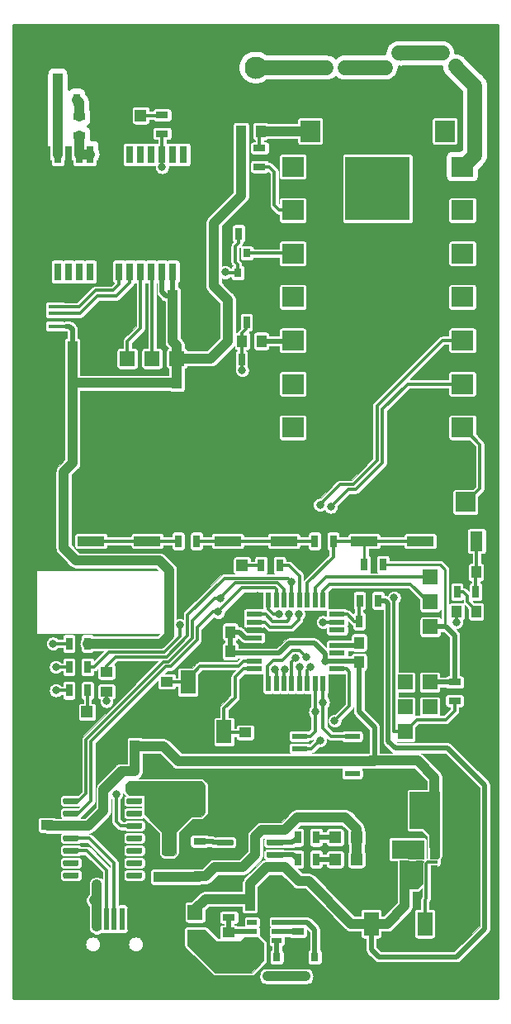
<source format=gbr>
G04 #@! TF.GenerationSoftware,KiCad,Pcbnew,(5.1.5)-3*
G04 #@! TF.CreationDate,2020-05-20T20:16:18+02:00*
G04 #@! TF.ProjectId,SAR-APRS,5341522d-4150-4525-932e-6b696361645f,rev?*
G04 #@! TF.SameCoordinates,Original*
G04 #@! TF.FileFunction,Copper,L1,Top*
G04 #@! TF.FilePolarity,Positive*
%FSLAX46Y46*%
G04 Gerber Fmt 4.6, Leading zero omitted, Abs format (unit mm)*
G04 Created by KiCad (PCBNEW (5.1.5)-3) date 2020-05-20 20:16:18*
%MOMM*%
%LPD*%
G04 APERTURE LIST*
%ADD10R,1.000000X2.500000*%
%ADD11R,1.000000X1.250000*%
%ADD12R,0.800000X0.750000*%
%ADD13R,0.700000X0.300000*%
%ADD14R,1.050000X2.200000*%
%ADD15R,1.000000X1.050000*%
%ADD16R,0.800000X0.900000*%
%ADD17R,2.200000X2.000000*%
%ADD18R,2.000000X2.200000*%
%ADD19R,7.000000X2.200000*%
%ADD20R,8.400000X2.200000*%
%ADD21R,6.600000X6.500000*%
%ADD22R,1.550000X0.600000*%
%ADD23R,0.550000X1.600000*%
%ADD24R,1.600000X0.550000*%
%ADD25R,1.250000X1.000000*%
%ADD26C,1.000000*%
%ADD27R,0.700000X1.300000*%
%ADD28R,1.000760X0.500000*%
%ADD29R,1.000760X0.501040*%
%ADD30R,3.200000X1.000000*%
%ADD31R,2.000000X2.500000*%
%ADD32R,0.500000X2.300000*%
%ADD33R,1.524000X1.524000*%
%ADD34R,1.300000X0.700000*%
%ADD35R,1.300000X2.000000*%
%ADD36R,2.000000X2.000000*%
%ADD37R,0.800000X1.800000*%
%ADD38R,1.500000X2.400000*%
%ADD39R,1.450000X0.450000*%
%ADD40R,2.750000X1.000000*%
%ADD41R,1.200000X1.200000*%
%ADD42C,2.300000*%
%ADD43C,2.500000*%
%ADD44C,0.800000*%
%ADD45C,0.300000*%
%ADD46C,0.500000*%
%ADD47C,0.250000*%
%ADD48C,1.500000*%
%ADD49C,0.025400*%
G04 APERTURE END LIST*
D10*
X123500000Y-66500000D03*
X120500000Y-66500000D03*
D11*
X123500000Y-61000000D03*
X125500000Y-61000000D03*
D12*
X121850000Y-64200000D03*
X123350000Y-64200000D03*
X121850000Y-62800000D03*
X123350000Y-62800000D03*
D13*
X143300000Y-135900000D03*
X143300000Y-136400000D03*
X141800000Y-135900000D03*
X143300000Y-135400000D03*
X141800000Y-136400000D03*
X141800000Y-135400000D03*
D10*
X143350000Y-133150000D03*
X146350000Y-133150000D03*
X140300000Y-137000000D03*
X137300000Y-137000000D03*
D14*
X103225000Y-54100000D03*
X106175000Y-54100000D03*
D15*
X104700000Y-55625000D03*
D16*
X124100000Y-73500000D03*
X125050000Y-75500000D03*
X123150000Y-75500000D03*
X130100000Y-147600000D03*
X129150000Y-145600000D03*
X131050000Y-145600000D03*
X126200000Y-147600000D03*
X125250000Y-145600000D03*
X127150000Y-145600000D03*
D17*
X128800000Y-64650000D03*
X128800000Y-69100000D03*
X128800000Y-73550000D03*
X128800000Y-78000000D03*
X128800000Y-82450000D03*
X128800000Y-86900000D03*
X128800000Y-91350000D03*
X146200000Y-64650000D03*
X146200000Y-69100000D03*
X146200000Y-73550000D03*
X146200000Y-78000000D03*
X146200000Y-82450000D03*
X146200000Y-86900000D03*
X146200000Y-91350000D03*
D18*
X130600000Y-61000000D03*
X135200000Y-61000000D03*
X139800000Y-61000000D03*
X144400000Y-61000000D03*
D19*
X131200000Y-95000000D03*
D20*
X143100000Y-95000000D03*
D21*
X137500000Y-66900000D03*
D22*
X129500000Y-122995000D03*
X129500000Y-124265000D03*
X129500000Y-125535000D03*
X129500000Y-126805000D03*
X134900000Y-126805000D03*
X134900000Y-125535000D03*
X134900000Y-124265000D03*
X134900000Y-122995000D03*
D23*
X126300000Y-109050000D03*
X127100000Y-109050000D03*
X127900000Y-109050000D03*
X128700000Y-109050000D03*
X129500000Y-109050000D03*
X130300000Y-109050000D03*
X131100000Y-109050000D03*
X131900000Y-109050000D03*
D24*
X133350000Y-110500000D03*
X133350000Y-111300000D03*
X133350000Y-112100000D03*
X133350000Y-112900000D03*
X133350000Y-113700000D03*
X133350000Y-114500000D03*
X133350000Y-115300000D03*
X133350000Y-116100000D03*
D23*
X131900000Y-117550000D03*
X131100000Y-117550000D03*
X130300000Y-117550000D03*
X129500000Y-117550000D03*
X128700000Y-117550000D03*
X127900000Y-117550000D03*
X127100000Y-117550000D03*
X126300000Y-117550000D03*
D24*
X124850000Y-116100000D03*
X124850000Y-115300000D03*
X124850000Y-114500000D03*
X124850000Y-113700000D03*
X124850000Y-112900000D03*
X124850000Y-112100000D03*
X124850000Y-111300000D03*
X124850000Y-110500000D03*
D25*
X130200000Y-56600000D03*
X130200000Y-54600000D03*
X136100000Y-56600000D03*
X136100000Y-54600000D03*
X141900000Y-55100000D03*
X141900000Y-53100000D03*
G04 #@! TA.AperFunction,SMDPad,CuDef*
D26*
G36*
X145104505Y-56311612D02*
G01*
X145988388Y-57195495D01*
X145281281Y-57902602D01*
X144397398Y-57018719D01*
X145104505Y-56311612D01*
G37*
G04 #@! TD.AperFunction*
G04 #@! TA.AperFunction,SMDPad,CuDef*
G36*
X146518719Y-54897398D02*
G01*
X147402602Y-55781281D01*
X146695495Y-56488388D01*
X145811612Y-55604505D01*
X146518719Y-54897398D01*
G37*
G04 #@! TD.AperFunction*
D27*
X134150000Y-54500000D03*
X132250000Y-54500000D03*
G04 #@! TA.AperFunction,SMDPad,CuDef*
D26*
G36*
X139883883Y-53835356D02*
G01*
X138964644Y-52916117D01*
X139459619Y-52421142D01*
X140378858Y-53340381D01*
X139883883Y-53835356D01*
G37*
G04 #@! TD.AperFunction*
G04 #@! TA.AperFunction,SMDPad,CuDef*
G36*
X138540381Y-55178858D02*
G01*
X137621142Y-54259619D01*
X138116117Y-53764644D01*
X139035356Y-54683883D01*
X138540381Y-55178858D01*
G37*
G04 #@! TD.AperFunction*
G04 #@! TA.AperFunction,SMDPad,CuDef*
G36*
X144764644Y-54583883D02*
G01*
X145683883Y-53664644D01*
X146178858Y-54159619D01*
X145259619Y-55078858D01*
X144764644Y-54583883D01*
G37*
G04 #@! TD.AperFunction*
G04 #@! TA.AperFunction,SMDPad,CuDef*
G36*
X143421142Y-53240381D02*
G01*
X144340381Y-52321142D01*
X144835356Y-52816117D01*
X143916117Y-53735356D01*
X143421142Y-53240381D01*
G37*
G04 #@! TD.AperFunction*
G04 #@! TA.AperFunction,SMDPad,CuDef*
G36*
X106714703Y-128055722D02*
G01*
X106729264Y-128057882D01*
X106743543Y-128061459D01*
X106757403Y-128066418D01*
X106770710Y-128072712D01*
X106783336Y-128080280D01*
X106795159Y-128089048D01*
X106806066Y-128098934D01*
X106815952Y-128109841D01*
X106824720Y-128121664D01*
X106832288Y-128134290D01*
X106838582Y-128147597D01*
X106843541Y-128161457D01*
X106847118Y-128175736D01*
X106849278Y-128190297D01*
X106850000Y-128205000D01*
X106850000Y-128505000D01*
X106849278Y-128519703D01*
X106847118Y-128534264D01*
X106843541Y-128548543D01*
X106838582Y-128562403D01*
X106832288Y-128575710D01*
X106824720Y-128588336D01*
X106815952Y-128600159D01*
X106806066Y-128611066D01*
X106795159Y-128620952D01*
X106783336Y-128629720D01*
X106770710Y-128637288D01*
X106757403Y-128643582D01*
X106743543Y-128648541D01*
X106729264Y-128652118D01*
X106714703Y-128654278D01*
X106700000Y-128655000D01*
X105400000Y-128655000D01*
X105385297Y-128654278D01*
X105370736Y-128652118D01*
X105356457Y-128648541D01*
X105342597Y-128643582D01*
X105329290Y-128637288D01*
X105316664Y-128629720D01*
X105304841Y-128620952D01*
X105293934Y-128611066D01*
X105284048Y-128600159D01*
X105275280Y-128588336D01*
X105267712Y-128575710D01*
X105261418Y-128562403D01*
X105256459Y-128548543D01*
X105252882Y-128534264D01*
X105250722Y-128519703D01*
X105250000Y-128505000D01*
X105250000Y-128205000D01*
X105250722Y-128190297D01*
X105252882Y-128175736D01*
X105256459Y-128161457D01*
X105261418Y-128147597D01*
X105267712Y-128134290D01*
X105275280Y-128121664D01*
X105284048Y-128109841D01*
X105293934Y-128098934D01*
X105304841Y-128089048D01*
X105316664Y-128080280D01*
X105329290Y-128072712D01*
X105342597Y-128066418D01*
X105356457Y-128061459D01*
X105370736Y-128057882D01*
X105385297Y-128055722D01*
X105400000Y-128055000D01*
X106700000Y-128055000D01*
X106714703Y-128055722D01*
G37*
G04 #@! TD.AperFunction*
G04 #@! TA.AperFunction,SMDPad,CuDef*
G36*
X106714703Y-129325722D02*
G01*
X106729264Y-129327882D01*
X106743543Y-129331459D01*
X106757403Y-129336418D01*
X106770710Y-129342712D01*
X106783336Y-129350280D01*
X106795159Y-129359048D01*
X106806066Y-129368934D01*
X106815952Y-129379841D01*
X106824720Y-129391664D01*
X106832288Y-129404290D01*
X106838582Y-129417597D01*
X106843541Y-129431457D01*
X106847118Y-129445736D01*
X106849278Y-129460297D01*
X106850000Y-129475000D01*
X106850000Y-129775000D01*
X106849278Y-129789703D01*
X106847118Y-129804264D01*
X106843541Y-129818543D01*
X106838582Y-129832403D01*
X106832288Y-129845710D01*
X106824720Y-129858336D01*
X106815952Y-129870159D01*
X106806066Y-129881066D01*
X106795159Y-129890952D01*
X106783336Y-129899720D01*
X106770710Y-129907288D01*
X106757403Y-129913582D01*
X106743543Y-129918541D01*
X106729264Y-129922118D01*
X106714703Y-129924278D01*
X106700000Y-129925000D01*
X105400000Y-129925000D01*
X105385297Y-129924278D01*
X105370736Y-129922118D01*
X105356457Y-129918541D01*
X105342597Y-129913582D01*
X105329290Y-129907288D01*
X105316664Y-129899720D01*
X105304841Y-129890952D01*
X105293934Y-129881066D01*
X105284048Y-129870159D01*
X105275280Y-129858336D01*
X105267712Y-129845710D01*
X105261418Y-129832403D01*
X105256459Y-129818543D01*
X105252882Y-129804264D01*
X105250722Y-129789703D01*
X105250000Y-129775000D01*
X105250000Y-129475000D01*
X105250722Y-129460297D01*
X105252882Y-129445736D01*
X105256459Y-129431457D01*
X105261418Y-129417597D01*
X105267712Y-129404290D01*
X105275280Y-129391664D01*
X105284048Y-129379841D01*
X105293934Y-129368934D01*
X105304841Y-129359048D01*
X105316664Y-129350280D01*
X105329290Y-129342712D01*
X105342597Y-129336418D01*
X105356457Y-129331459D01*
X105370736Y-129327882D01*
X105385297Y-129325722D01*
X105400000Y-129325000D01*
X106700000Y-129325000D01*
X106714703Y-129325722D01*
G37*
G04 #@! TD.AperFunction*
G04 #@! TA.AperFunction,SMDPad,CuDef*
G36*
X106714703Y-130595722D02*
G01*
X106729264Y-130597882D01*
X106743543Y-130601459D01*
X106757403Y-130606418D01*
X106770710Y-130612712D01*
X106783336Y-130620280D01*
X106795159Y-130629048D01*
X106806066Y-130638934D01*
X106815952Y-130649841D01*
X106824720Y-130661664D01*
X106832288Y-130674290D01*
X106838582Y-130687597D01*
X106843541Y-130701457D01*
X106847118Y-130715736D01*
X106849278Y-130730297D01*
X106850000Y-130745000D01*
X106850000Y-131045000D01*
X106849278Y-131059703D01*
X106847118Y-131074264D01*
X106843541Y-131088543D01*
X106838582Y-131102403D01*
X106832288Y-131115710D01*
X106824720Y-131128336D01*
X106815952Y-131140159D01*
X106806066Y-131151066D01*
X106795159Y-131160952D01*
X106783336Y-131169720D01*
X106770710Y-131177288D01*
X106757403Y-131183582D01*
X106743543Y-131188541D01*
X106729264Y-131192118D01*
X106714703Y-131194278D01*
X106700000Y-131195000D01*
X105400000Y-131195000D01*
X105385297Y-131194278D01*
X105370736Y-131192118D01*
X105356457Y-131188541D01*
X105342597Y-131183582D01*
X105329290Y-131177288D01*
X105316664Y-131169720D01*
X105304841Y-131160952D01*
X105293934Y-131151066D01*
X105284048Y-131140159D01*
X105275280Y-131128336D01*
X105267712Y-131115710D01*
X105261418Y-131102403D01*
X105256459Y-131088543D01*
X105252882Y-131074264D01*
X105250722Y-131059703D01*
X105250000Y-131045000D01*
X105250000Y-130745000D01*
X105250722Y-130730297D01*
X105252882Y-130715736D01*
X105256459Y-130701457D01*
X105261418Y-130687597D01*
X105267712Y-130674290D01*
X105275280Y-130661664D01*
X105284048Y-130649841D01*
X105293934Y-130638934D01*
X105304841Y-130629048D01*
X105316664Y-130620280D01*
X105329290Y-130612712D01*
X105342597Y-130606418D01*
X105356457Y-130601459D01*
X105370736Y-130597882D01*
X105385297Y-130595722D01*
X105400000Y-130595000D01*
X106700000Y-130595000D01*
X106714703Y-130595722D01*
G37*
G04 #@! TD.AperFunction*
G04 #@! TA.AperFunction,SMDPad,CuDef*
G36*
X106714703Y-131865722D02*
G01*
X106729264Y-131867882D01*
X106743543Y-131871459D01*
X106757403Y-131876418D01*
X106770710Y-131882712D01*
X106783336Y-131890280D01*
X106795159Y-131899048D01*
X106806066Y-131908934D01*
X106815952Y-131919841D01*
X106824720Y-131931664D01*
X106832288Y-131944290D01*
X106838582Y-131957597D01*
X106843541Y-131971457D01*
X106847118Y-131985736D01*
X106849278Y-132000297D01*
X106850000Y-132015000D01*
X106850000Y-132315000D01*
X106849278Y-132329703D01*
X106847118Y-132344264D01*
X106843541Y-132358543D01*
X106838582Y-132372403D01*
X106832288Y-132385710D01*
X106824720Y-132398336D01*
X106815952Y-132410159D01*
X106806066Y-132421066D01*
X106795159Y-132430952D01*
X106783336Y-132439720D01*
X106770710Y-132447288D01*
X106757403Y-132453582D01*
X106743543Y-132458541D01*
X106729264Y-132462118D01*
X106714703Y-132464278D01*
X106700000Y-132465000D01*
X105400000Y-132465000D01*
X105385297Y-132464278D01*
X105370736Y-132462118D01*
X105356457Y-132458541D01*
X105342597Y-132453582D01*
X105329290Y-132447288D01*
X105316664Y-132439720D01*
X105304841Y-132430952D01*
X105293934Y-132421066D01*
X105284048Y-132410159D01*
X105275280Y-132398336D01*
X105267712Y-132385710D01*
X105261418Y-132372403D01*
X105256459Y-132358543D01*
X105252882Y-132344264D01*
X105250722Y-132329703D01*
X105250000Y-132315000D01*
X105250000Y-132015000D01*
X105250722Y-132000297D01*
X105252882Y-131985736D01*
X105256459Y-131971457D01*
X105261418Y-131957597D01*
X105267712Y-131944290D01*
X105275280Y-131931664D01*
X105284048Y-131919841D01*
X105293934Y-131908934D01*
X105304841Y-131899048D01*
X105316664Y-131890280D01*
X105329290Y-131882712D01*
X105342597Y-131876418D01*
X105356457Y-131871459D01*
X105370736Y-131867882D01*
X105385297Y-131865722D01*
X105400000Y-131865000D01*
X106700000Y-131865000D01*
X106714703Y-131865722D01*
G37*
G04 #@! TD.AperFunction*
G04 #@! TA.AperFunction,SMDPad,CuDef*
G36*
X106714703Y-133135722D02*
G01*
X106729264Y-133137882D01*
X106743543Y-133141459D01*
X106757403Y-133146418D01*
X106770710Y-133152712D01*
X106783336Y-133160280D01*
X106795159Y-133169048D01*
X106806066Y-133178934D01*
X106815952Y-133189841D01*
X106824720Y-133201664D01*
X106832288Y-133214290D01*
X106838582Y-133227597D01*
X106843541Y-133241457D01*
X106847118Y-133255736D01*
X106849278Y-133270297D01*
X106850000Y-133285000D01*
X106850000Y-133585000D01*
X106849278Y-133599703D01*
X106847118Y-133614264D01*
X106843541Y-133628543D01*
X106838582Y-133642403D01*
X106832288Y-133655710D01*
X106824720Y-133668336D01*
X106815952Y-133680159D01*
X106806066Y-133691066D01*
X106795159Y-133700952D01*
X106783336Y-133709720D01*
X106770710Y-133717288D01*
X106757403Y-133723582D01*
X106743543Y-133728541D01*
X106729264Y-133732118D01*
X106714703Y-133734278D01*
X106700000Y-133735000D01*
X105400000Y-133735000D01*
X105385297Y-133734278D01*
X105370736Y-133732118D01*
X105356457Y-133728541D01*
X105342597Y-133723582D01*
X105329290Y-133717288D01*
X105316664Y-133709720D01*
X105304841Y-133700952D01*
X105293934Y-133691066D01*
X105284048Y-133680159D01*
X105275280Y-133668336D01*
X105267712Y-133655710D01*
X105261418Y-133642403D01*
X105256459Y-133628543D01*
X105252882Y-133614264D01*
X105250722Y-133599703D01*
X105250000Y-133585000D01*
X105250000Y-133285000D01*
X105250722Y-133270297D01*
X105252882Y-133255736D01*
X105256459Y-133241457D01*
X105261418Y-133227597D01*
X105267712Y-133214290D01*
X105275280Y-133201664D01*
X105284048Y-133189841D01*
X105293934Y-133178934D01*
X105304841Y-133169048D01*
X105316664Y-133160280D01*
X105329290Y-133152712D01*
X105342597Y-133146418D01*
X105356457Y-133141459D01*
X105370736Y-133137882D01*
X105385297Y-133135722D01*
X105400000Y-133135000D01*
X106700000Y-133135000D01*
X106714703Y-133135722D01*
G37*
G04 #@! TD.AperFunction*
G04 #@! TA.AperFunction,SMDPad,CuDef*
G36*
X106714703Y-134405722D02*
G01*
X106729264Y-134407882D01*
X106743543Y-134411459D01*
X106757403Y-134416418D01*
X106770710Y-134422712D01*
X106783336Y-134430280D01*
X106795159Y-134439048D01*
X106806066Y-134448934D01*
X106815952Y-134459841D01*
X106824720Y-134471664D01*
X106832288Y-134484290D01*
X106838582Y-134497597D01*
X106843541Y-134511457D01*
X106847118Y-134525736D01*
X106849278Y-134540297D01*
X106850000Y-134555000D01*
X106850000Y-134855000D01*
X106849278Y-134869703D01*
X106847118Y-134884264D01*
X106843541Y-134898543D01*
X106838582Y-134912403D01*
X106832288Y-134925710D01*
X106824720Y-134938336D01*
X106815952Y-134950159D01*
X106806066Y-134961066D01*
X106795159Y-134970952D01*
X106783336Y-134979720D01*
X106770710Y-134987288D01*
X106757403Y-134993582D01*
X106743543Y-134998541D01*
X106729264Y-135002118D01*
X106714703Y-135004278D01*
X106700000Y-135005000D01*
X105400000Y-135005000D01*
X105385297Y-135004278D01*
X105370736Y-135002118D01*
X105356457Y-134998541D01*
X105342597Y-134993582D01*
X105329290Y-134987288D01*
X105316664Y-134979720D01*
X105304841Y-134970952D01*
X105293934Y-134961066D01*
X105284048Y-134950159D01*
X105275280Y-134938336D01*
X105267712Y-134925710D01*
X105261418Y-134912403D01*
X105256459Y-134898543D01*
X105252882Y-134884264D01*
X105250722Y-134869703D01*
X105250000Y-134855000D01*
X105250000Y-134555000D01*
X105250722Y-134540297D01*
X105252882Y-134525736D01*
X105256459Y-134511457D01*
X105261418Y-134497597D01*
X105267712Y-134484290D01*
X105275280Y-134471664D01*
X105284048Y-134459841D01*
X105293934Y-134448934D01*
X105304841Y-134439048D01*
X105316664Y-134430280D01*
X105329290Y-134422712D01*
X105342597Y-134416418D01*
X105356457Y-134411459D01*
X105370736Y-134407882D01*
X105385297Y-134405722D01*
X105400000Y-134405000D01*
X106700000Y-134405000D01*
X106714703Y-134405722D01*
G37*
G04 #@! TD.AperFunction*
G04 #@! TA.AperFunction,SMDPad,CuDef*
G36*
X106714703Y-135675722D02*
G01*
X106729264Y-135677882D01*
X106743543Y-135681459D01*
X106757403Y-135686418D01*
X106770710Y-135692712D01*
X106783336Y-135700280D01*
X106795159Y-135709048D01*
X106806066Y-135718934D01*
X106815952Y-135729841D01*
X106824720Y-135741664D01*
X106832288Y-135754290D01*
X106838582Y-135767597D01*
X106843541Y-135781457D01*
X106847118Y-135795736D01*
X106849278Y-135810297D01*
X106850000Y-135825000D01*
X106850000Y-136125000D01*
X106849278Y-136139703D01*
X106847118Y-136154264D01*
X106843541Y-136168543D01*
X106838582Y-136182403D01*
X106832288Y-136195710D01*
X106824720Y-136208336D01*
X106815952Y-136220159D01*
X106806066Y-136231066D01*
X106795159Y-136240952D01*
X106783336Y-136249720D01*
X106770710Y-136257288D01*
X106757403Y-136263582D01*
X106743543Y-136268541D01*
X106729264Y-136272118D01*
X106714703Y-136274278D01*
X106700000Y-136275000D01*
X105400000Y-136275000D01*
X105385297Y-136274278D01*
X105370736Y-136272118D01*
X105356457Y-136268541D01*
X105342597Y-136263582D01*
X105329290Y-136257288D01*
X105316664Y-136249720D01*
X105304841Y-136240952D01*
X105293934Y-136231066D01*
X105284048Y-136220159D01*
X105275280Y-136208336D01*
X105267712Y-136195710D01*
X105261418Y-136182403D01*
X105256459Y-136168543D01*
X105252882Y-136154264D01*
X105250722Y-136139703D01*
X105250000Y-136125000D01*
X105250000Y-135825000D01*
X105250722Y-135810297D01*
X105252882Y-135795736D01*
X105256459Y-135781457D01*
X105261418Y-135767597D01*
X105267712Y-135754290D01*
X105275280Y-135741664D01*
X105284048Y-135729841D01*
X105293934Y-135718934D01*
X105304841Y-135709048D01*
X105316664Y-135700280D01*
X105329290Y-135692712D01*
X105342597Y-135686418D01*
X105356457Y-135681459D01*
X105370736Y-135677882D01*
X105385297Y-135675722D01*
X105400000Y-135675000D01*
X106700000Y-135675000D01*
X106714703Y-135675722D01*
G37*
G04 #@! TD.AperFunction*
G04 #@! TA.AperFunction,SMDPad,CuDef*
G36*
X106714703Y-136945722D02*
G01*
X106729264Y-136947882D01*
X106743543Y-136951459D01*
X106757403Y-136956418D01*
X106770710Y-136962712D01*
X106783336Y-136970280D01*
X106795159Y-136979048D01*
X106806066Y-136988934D01*
X106815952Y-136999841D01*
X106824720Y-137011664D01*
X106832288Y-137024290D01*
X106838582Y-137037597D01*
X106843541Y-137051457D01*
X106847118Y-137065736D01*
X106849278Y-137080297D01*
X106850000Y-137095000D01*
X106850000Y-137395000D01*
X106849278Y-137409703D01*
X106847118Y-137424264D01*
X106843541Y-137438543D01*
X106838582Y-137452403D01*
X106832288Y-137465710D01*
X106824720Y-137478336D01*
X106815952Y-137490159D01*
X106806066Y-137501066D01*
X106795159Y-137510952D01*
X106783336Y-137519720D01*
X106770710Y-137527288D01*
X106757403Y-137533582D01*
X106743543Y-137538541D01*
X106729264Y-137542118D01*
X106714703Y-137544278D01*
X106700000Y-137545000D01*
X105400000Y-137545000D01*
X105385297Y-137544278D01*
X105370736Y-137542118D01*
X105356457Y-137538541D01*
X105342597Y-137533582D01*
X105329290Y-137527288D01*
X105316664Y-137519720D01*
X105304841Y-137510952D01*
X105293934Y-137501066D01*
X105284048Y-137490159D01*
X105275280Y-137478336D01*
X105267712Y-137465710D01*
X105261418Y-137452403D01*
X105256459Y-137438543D01*
X105252882Y-137424264D01*
X105250722Y-137409703D01*
X105250000Y-137395000D01*
X105250000Y-137095000D01*
X105250722Y-137080297D01*
X105252882Y-137065736D01*
X105256459Y-137051457D01*
X105261418Y-137037597D01*
X105267712Y-137024290D01*
X105275280Y-137011664D01*
X105284048Y-136999841D01*
X105293934Y-136988934D01*
X105304841Y-136979048D01*
X105316664Y-136970280D01*
X105329290Y-136962712D01*
X105342597Y-136956418D01*
X105356457Y-136951459D01*
X105370736Y-136947882D01*
X105385297Y-136945722D01*
X105400000Y-136945000D01*
X106700000Y-136945000D01*
X106714703Y-136945722D01*
G37*
G04 #@! TD.AperFunction*
G04 #@! TA.AperFunction,SMDPad,CuDef*
G36*
X113214703Y-136945722D02*
G01*
X113229264Y-136947882D01*
X113243543Y-136951459D01*
X113257403Y-136956418D01*
X113270710Y-136962712D01*
X113283336Y-136970280D01*
X113295159Y-136979048D01*
X113306066Y-136988934D01*
X113315952Y-136999841D01*
X113324720Y-137011664D01*
X113332288Y-137024290D01*
X113338582Y-137037597D01*
X113343541Y-137051457D01*
X113347118Y-137065736D01*
X113349278Y-137080297D01*
X113350000Y-137095000D01*
X113350000Y-137395000D01*
X113349278Y-137409703D01*
X113347118Y-137424264D01*
X113343541Y-137438543D01*
X113338582Y-137452403D01*
X113332288Y-137465710D01*
X113324720Y-137478336D01*
X113315952Y-137490159D01*
X113306066Y-137501066D01*
X113295159Y-137510952D01*
X113283336Y-137519720D01*
X113270710Y-137527288D01*
X113257403Y-137533582D01*
X113243543Y-137538541D01*
X113229264Y-137542118D01*
X113214703Y-137544278D01*
X113200000Y-137545000D01*
X111900000Y-137545000D01*
X111885297Y-137544278D01*
X111870736Y-137542118D01*
X111856457Y-137538541D01*
X111842597Y-137533582D01*
X111829290Y-137527288D01*
X111816664Y-137519720D01*
X111804841Y-137510952D01*
X111793934Y-137501066D01*
X111784048Y-137490159D01*
X111775280Y-137478336D01*
X111767712Y-137465710D01*
X111761418Y-137452403D01*
X111756459Y-137438543D01*
X111752882Y-137424264D01*
X111750722Y-137409703D01*
X111750000Y-137395000D01*
X111750000Y-137095000D01*
X111750722Y-137080297D01*
X111752882Y-137065736D01*
X111756459Y-137051457D01*
X111761418Y-137037597D01*
X111767712Y-137024290D01*
X111775280Y-137011664D01*
X111784048Y-136999841D01*
X111793934Y-136988934D01*
X111804841Y-136979048D01*
X111816664Y-136970280D01*
X111829290Y-136962712D01*
X111842597Y-136956418D01*
X111856457Y-136951459D01*
X111870736Y-136947882D01*
X111885297Y-136945722D01*
X111900000Y-136945000D01*
X113200000Y-136945000D01*
X113214703Y-136945722D01*
G37*
G04 #@! TD.AperFunction*
G04 #@! TA.AperFunction,SMDPad,CuDef*
G36*
X113214703Y-135675722D02*
G01*
X113229264Y-135677882D01*
X113243543Y-135681459D01*
X113257403Y-135686418D01*
X113270710Y-135692712D01*
X113283336Y-135700280D01*
X113295159Y-135709048D01*
X113306066Y-135718934D01*
X113315952Y-135729841D01*
X113324720Y-135741664D01*
X113332288Y-135754290D01*
X113338582Y-135767597D01*
X113343541Y-135781457D01*
X113347118Y-135795736D01*
X113349278Y-135810297D01*
X113350000Y-135825000D01*
X113350000Y-136125000D01*
X113349278Y-136139703D01*
X113347118Y-136154264D01*
X113343541Y-136168543D01*
X113338582Y-136182403D01*
X113332288Y-136195710D01*
X113324720Y-136208336D01*
X113315952Y-136220159D01*
X113306066Y-136231066D01*
X113295159Y-136240952D01*
X113283336Y-136249720D01*
X113270710Y-136257288D01*
X113257403Y-136263582D01*
X113243543Y-136268541D01*
X113229264Y-136272118D01*
X113214703Y-136274278D01*
X113200000Y-136275000D01*
X111900000Y-136275000D01*
X111885297Y-136274278D01*
X111870736Y-136272118D01*
X111856457Y-136268541D01*
X111842597Y-136263582D01*
X111829290Y-136257288D01*
X111816664Y-136249720D01*
X111804841Y-136240952D01*
X111793934Y-136231066D01*
X111784048Y-136220159D01*
X111775280Y-136208336D01*
X111767712Y-136195710D01*
X111761418Y-136182403D01*
X111756459Y-136168543D01*
X111752882Y-136154264D01*
X111750722Y-136139703D01*
X111750000Y-136125000D01*
X111750000Y-135825000D01*
X111750722Y-135810297D01*
X111752882Y-135795736D01*
X111756459Y-135781457D01*
X111761418Y-135767597D01*
X111767712Y-135754290D01*
X111775280Y-135741664D01*
X111784048Y-135729841D01*
X111793934Y-135718934D01*
X111804841Y-135709048D01*
X111816664Y-135700280D01*
X111829290Y-135692712D01*
X111842597Y-135686418D01*
X111856457Y-135681459D01*
X111870736Y-135677882D01*
X111885297Y-135675722D01*
X111900000Y-135675000D01*
X113200000Y-135675000D01*
X113214703Y-135675722D01*
G37*
G04 #@! TD.AperFunction*
G04 #@! TA.AperFunction,SMDPad,CuDef*
G36*
X113214703Y-134405722D02*
G01*
X113229264Y-134407882D01*
X113243543Y-134411459D01*
X113257403Y-134416418D01*
X113270710Y-134422712D01*
X113283336Y-134430280D01*
X113295159Y-134439048D01*
X113306066Y-134448934D01*
X113315952Y-134459841D01*
X113324720Y-134471664D01*
X113332288Y-134484290D01*
X113338582Y-134497597D01*
X113343541Y-134511457D01*
X113347118Y-134525736D01*
X113349278Y-134540297D01*
X113350000Y-134555000D01*
X113350000Y-134855000D01*
X113349278Y-134869703D01*
X113347118Y-134884264D01*
X113343541Y-134898543D01*
X113338582Y-134912403D01*
X113332288Y-134925710D01*
X113324720Y-134938336D01*
X113315952Y-134950159D01*
X113306066Y-134961066D01*
X113295159Y-134970952D01*
X113283336Y-134979720D01*
X113270710Y-134987288D01*
X113257403Y-134993582D01*
X113243543Y-134998541D01*
X113229264Y-135002118D01*
X113214703Y-135004278D01*
X113200000Y-135005000D01*
X111900000Y-135005000D01*
X111885297Y-135004278D01*
X111870736Y-135002118D01*
X111856457Y-134998541D01*
X111842597Y-134993582D01*
X111829290Y-134987288D01*
X111816664Y-134979720D01*
X111804841Y-134970952D01*
X111793934Y-134961066D01*
X111784048Y-134950159D01*
X111775280Y-134938336D01*
X111767712Y-134925710D01*
X111761418Y-134912403D01*
X111756459Y-134898543D01*
X111752882Y-134884264D01*
X111750722Y-134869703D01*
X111750000Y-134855000D01*
X111750000Y-134555000D01*
X111750722Y-134540297D01*
X111752882Y-134525736D01*
X111756459Y-134511457D01*
X111761418Y-134497597D01*
X111767712Y-134484290D01*
X111775280Y-134471664D01*
X111784048Y-134459841D01*
X111793934Y-134448934D01*
X111804841Y-134439048D01*
X111816664Y-134430280D01*
X111829290Y-134422712D01*
X111842597Y-134416418D01*
X111856457Y-134411459D01*
X111870736Y-134407882D01*
X111885297Y-134405722D01*
X111900000Y-134405000D01*
X113200000Y-134405000D01*
X113214703Y-134405722D01*
G37*
G04 #@! TD.AperFunction*
G04 #@! TA.AperFunction,SMDPad,CuDef*
G36*
X113214703Y-133135722D02*
G01*
X113229264Y-133137882D01*
X113243543Y-133141459D01*
X113257403Y-133146418D01*
X113270710Y-133152712D01*
X113283336Y-133160280D01*
X113295159Y-133169048D01*
X113306066Y-133178934D01*
X113315952Y-133189841D01*
X113324720Y-133201664D01*
X113332288Y-133214290D01*
X113338582Y-133227597D01*
X113343541Y-133241457D01*
X113347118Y-133255736D01*
X113349278Y-133270297D01*
X113350000Y-133285000D01*
X113350000Y-133585000D01*
X113349278Y-133599703D01*
X113347118Y-133614264D01*
X113343541Y-133628543D01*
X113338582Y-133642403D01*
X113332288Y-133655710D01*
X113324720Y-133668336D01*
X113315952Y-133680159D01*
X113306066Y-133691066D01*
X113295159Y-133700952D01*
X113283336Y-133709720D01*
X113270710Y-133717288D01*
X113257403Y-133723582D01*
X113243543Y-133728541D01*
X113229264Y-133732118D01*
X113214703Y-133734278D01*
X113200000Y-133735000D01*
X111900000Y-133735000D01*
X111885297Y-133734278D01*
X111870736Y-133732118D01*
X111856457Y-133728541D01*
X111842597Y-133723582D01*
X111829290Y-133717288D01*
X111816664Y-133709720D01*
X111804841Y-133700952D01*
X111793934Y-133691066D01*
X111784048Y-133680159D01*
X111775280Y-133668336D01*
X111767712Y-133655710D01*
X111761418Y-133642403D01*
X111756459Y-133628543D01*
X111752882Y-133614264D01*
X111750722Y-133599703D01*
X111750000Y-133585000D01*
X111750000Y-133285000D01*
X111750722Y-133270297D01*
X111752882Y-133255736D01*
X111756459Y-133241457D01*
X111761418Y-133227597D01*
X111767712Y-133214290D01*
X111775280Y-133201664D01*
X111784048Y-133189841D01*
X111793934Y-133178934D01*
X111804841Y-133169048D01*
X111816664Y-133160280D01*
X111829290Y-133152712D01*
X111842597Y-133146418D01*
X111856457Y-133141459D01*
X111870736Y-133137882D01*
X111885297Y-133135722D01*
X111900000Y-133135000D01*
X113200000Y-133135000D01*
X113214703Y-133135722D01*
G37*
G04 #@! TD.AperFunction*
G04 #@! TA.AperFunction,SMDPad,CuDef*
G36*
X113214703Y-131865722D02*
G01*
X113229264Y-131867882D01*
X113243543Y-131871459D01*
X113257403Y-131876418D01*
X113270710Y-131882712D01*
X113283336Y-131890280D01*
X113295159Y-131899048D01*
X113306066Y-131908934D01*
X113315952Y-131919841D01*
X113324720Y-131931664D01*
X113332288Y-131944290D01*
X113338582Y-131957597D01*
X113343541Y-131971457D01*
X113347118Y-131985736D01*
X113349278Y-132000297D01*
X113350000Y-132015000D01*
X113350000Y-132315000D01*
X113349278Y-132329703D01*
X113347118Y-132344264D01*
X113343541Y-132358543D01*
X113338582Y-132372403D01*
X113332288Y-132385710D01*
X113324720Y-132398336D01*
X113315952Y-132410159D01*
X113306066Y-132421066D01*
X113295159Y-132430952D01*
X113283336Y-132439720D01*
X113270710Y-132447288D01*
X113257403Y-132453582D01*
X113243543Y-132458541D01*
X113229264Y-132462118D01*
X113214703Y-132464278D01*
X113200000Y-132465000D01*
X111900000Y-132465000D01*
X111885297Y-132464278D01*
X111870736Y-132462118D01*
X111856457Y-132458541D01*
X111842597Y-132453582D01*
X111829290Y-132447288D01*
X111816664Y-132439720D01*
X111804841Y-132430952D01*
X111793934Y-132421066D01*
X111784048Y-132410159D01*
X111775280Y-132398336D01*
X111767712Y-132385710D01*
X111761418Y-132372403D01*
X111756459Y-132358543D01*
X111752882Y-132344264D01*
X111750722Y-132329703D01*
X111750000Y-132315000D01*
X111750000Y-132015000D01*
X111750722Y-132000297D01*
X111752882Y-131985736D01*
X111756459Y-131971457D01*
X111761418Y-131957597D01*
X111767712Y-131944290D01*
X111775280Y-131931664D01*
X111784048Y-131919841D01*
X111793934Y-131908934D01*
X111804841Y-131899048D01*
X111816664Y-131890280D01*
X111829290Y-131882712D01*
X111842597Y-131876418D01*
X111856457Y-131871459D01*
X111870736Y-131867882D01*
X111885297Y-131865722D01*
X111900000Y-131865000D01*
X113200000Y-131865000D01*
X113214703Y-131865722D01*
G37*
G04 #@! TD.AperFunction*
G04 #@! TA.AperFunction,SMDPad,CuDef*
G36*
X113214703Y-130595722D02*
G01*
X113229264Y-130597882D01*
X113243543Y-130601459D01*
X113257403Y-130606418D01*
X113270710Y-130612712D01*
X113283336Y-130620280D01*
X113295159Y-130629048D01*
X113306066Y-130638934D01*
X113315952Y-130649841D01*
X113324720Y-130661664D01*
X113332288Y-130674290D01*
X113338582Y-130687597D01*
X113343541Y-130701457D01*
X113347118Y-130715736D01*
X113349278Y-130730297D01*
X113350000Y-130745000D01*
X113350000Y-131045000D01*
X113349278Y-131059703D01*
X113347118Y-131074264D01*
X113343541Y-131088543D01*
X113338582Y-131102403D01*
X113332288Y-131115710D01*
X113324720Y-131128336D01*
X113315952Y-131140159D01*
X113306066Y-131151066D01*
X113295159Y-131160952D01*
X113283336Y-131169720D01*
X113270710Y-131177288D01*
X113257403Y-131183582D01*
X113243543Y-131188541D01*
X113229264Y-131192118D01*
X113214703Y-131194278D01*
X113200000Y-131195000D01*
X111900000Y-131195000D01*
X111885297Y-131194278D01*
X111870736Y-131192118D01*
X111856457Y-131188541D01*
X111842597Y-131183582D01*
X111829290Y-131177288D01*
X111816664Y-131169720D01*
X111804841Y-131160952D01*
X111793934Y-131151066D01*
X111784048Y-131140159D01*
X111775280Y-131128336D01*
X111767712Y-131115710D01*
X111761418Y-131102403D01*
X111756459Y-131088543D01*
X111752882Y-131074264D01*
X111750722Y-131059703D01*
X111750000Y-131045000D01*
X111750000Y-130745000D01*
X111750722Y-130730297D01*
X111752882Y-130715736D01*
X111756459Y-130701457D01*
X111761418Y-130687597D01*
X111767712Y-130674290D01*
X111775280Y-130661664D01*
X111784048Y-130649841D01*
X111793934Y-130638934D01*
X111804841Y-130629048D01*
X111816664Y-130620280D01*
X111829290Y-130612712D01*
X111842597Y-130606418D01*
X111856457Y-130601459D01*
X111870736Y-130597882D01*
X111885297Y-130595722D01*
X111900000Y-130595000D01*
X113200000Y-130595000D01*
X113214703Y-130595722D01*
G37*
G04 #@! TD.AperFunction*
G04 #@! TA.AperFunction,SMDPad,CuDef*
G36*
X113214703Y-129325722D02*
G01*
X113229264Y-129327882D01*
X113243543Y-129331459D01*
X113257403Y-129336418D01*
X113270710Y-129342712D01*
X113283336Y-129350280D01*
X113295159Y-129359048D01*
X113306066Y-129368934D01*
X113315952Y-129379841D01*
X113324720Y-129391664D01*
X113332288Y-129404290D01*
X113338582Y-129417597D01*
X113343541Y-129431457D01*
X113347118Y-129445736D01*
X113349278Y-129460297D01*
X113350000Y-129475000D01*
X113350000Y-129775000D01*
X113349278Y-129789703D01*
X113347118Y-129804264D01*
X113343541Y-129818543D01*
X113338582Y-129832403D01*
X113332288Y-129845710D01*
X113324720Y-129858336D01*
X113315952Y-129870159D01*
X113306066Y-129881066D01*
X113295159Y-129890952D01*
X113283336Y-129899720D01*
X113270710Y-129907288D01*
X113257403Y-129913582D01*
X113243543Y-129918541D01*
X113229264Y-129922118D01*
X113214703Y-129924278D01*
X113200000Y-129925000D01*
X111900000Y-129925000D01*
X111885297Y-129924278D01*
X111870736Y-129922118D01*
X111856457Y-129918541D01*
X111842597Y-129913582D01*
X111829290Y-129907288D01*
X111816664Y-129899720D01*
X111804841Y-129890952D01*
X111793934Y-129881066D01*
X111784048Y-129870159D01*
X111775280Y-129858336D01*
X111767712Y-129845710D01*
X111761418Y-129832403D01*
X111756459Y-129818543D01*
X111752882Y-129804264D01*
X111750722Y-129789703D01*
X111750000Y-129775000D01*
X111750000Y-129475000D01*
X111750722Y-129460297D01*
X111752882Y-129445736D01*
X111756459Y-129431457D01*
X111761418Y-129417597D01*
X111767712Y-129404290D01*
X111775280Y-129391664D01*
X111784048Y-129379841D01*
X111793934Y-129368934D01*
X111804841Y-129359048D01*
X111816664Y-129350280D01*
X111829290Y-129342712D01*
X111842597Y-129336418D01*
X111856457Y-129331459D01*
X111870736Y-129327882D01*
X111885297Y-129325722D01*
X111900000Y-129325000D01*
X113200000Y-129325000D01*
X113214703Y-129325722D01*
G37*
G04 #@! TD.AperFunction*
G04 #@! TA.AperFunction,SMDPad,CuDef*
G36*
X113214703Y-128055722D02*
G01*
X113229264Y-128057882D01*
X113243543Y-128061459D01*
X113257403Y-128066418D01*
X113270710Y-128072712D01*
X113283336Y-128080280D01*
X113295159Y-128089048D01*
X113306066Y-128098934D01*
X113315952Y-128109841D01*
X113324720Y-128121664D01*
X113332288Y-128134290D01*
X113338582Y-128147597D01*
X113343541Y-128161457D01*
X113347118Y-128175736D01*
X113349278Y-128190297D01*
X113350000Y-128205000D01*
X113350000Y-128505000D01*
X113349278Y-128519703D01*
X113347118Y-128534264D01*
X113343541Y-128548543D01*
X113338582Y-128562403D01*
X113332288Y-128575710D01*
X113324720Y-128588336D01*
X113315952Y-128600159D01*
X113306066Y-128611066D01*
X113295159Y-128620952D01*
X113283336Y-128629720D01*
X113270710Y-128637288D01*
X113257403Y-128643582D01*
X113243543Y-128648541D01*
X113229264Y-128652118D01*
X113214703Y-128654278D01*
X113200000Y-128655000D01*
X111900000Y-128655000D01*
X111885297Y-128654278D01*
X111870736Y-128652118D01*
X111856457Y-128648541D01*
X111842597Y-128643582D01*
X111829290Y-128637288D01*
X111816664Y-128629720D01*
X111804841Y-128620952D01*
X111793934Y-128611066D01*
X111784048Y-128600159D01*
X111775280Y-128588336D01*
X111767712Y-128575710D01*
X111761418Y-128562403D01*
X111756459Y-128548543D01*
X111752882Y-128534264D01*
X111750722Y-128519703D01*
X111750000Y-128505000D01*
X111750000Y-128205000D01*
X111750722Y-128190297D01*
X111752882Y-128175736D01*
X111756459Y-128161457D01*
X111761418Y-128147597D01*
X111767712Y-128134290D01*
X111775280Y-128121664D01*
X111784048Y-128109841D01*
X111793934Y-128098934D01*
X111804841Y-128089048D01*
X111816664Y-128080280D01*
X111829290Y-128072712D01*
X111842597Y-128066418D01*
X111856457Y-128061459D01*
X111870736Y-128057882D01*
X111885297Y-128055722D01*
X111900000Y-128055000D01*
X113200000Y-128055000D01*
X113214703Y-128055722D01*
G37*
G04 #@! TD.AperFunction*
G04 #@! TA.AperFunction,SMDPad,CuDef*
G36*
X122564703Y-132295722D02*
G01*
X122579264Y-132297882D01*
X122593543Y-132301459D01*
X122607403Y-132306418D01*
X122620710Y-132312712D01*
X122633336Y-132320280D01*
X122645159Y-132329048D01*
X122656066Y-132338934D01*
X122665952Y-132349841D01*
X122674720Y-132361664D01*
X122682288Y-132374290D01*
X122688582Y-132387597D01*
X122693541Y-132401457D01*
X122697118Y-132415736D01*
X122699278Y-132430297D01*
X122700000Y-132445000D01*
X122700000Y-132745000D01*
X122699278Y-132759703D01*
X122697118Y-132774264D01*
X122693541Y-132788543D01*
X122688582Y-132802403D01*
X122682288Y-132815710D01*
X122674720Y-132828336D01*
X122665952Y-132840159D01*
X122656066Y-132851066D01*
X122645159Y-132860952D01*
X122633336Y-132869720D01*
X122620710Y-132877288D01*
X122607403Y-132883582D01*
X122593543Y-132888541D01*
X122579264Y-132892118D01*
X122564703Y-132894278D01*
X122550000Y-132895000D01*
X121100000Y-132895000D01*
X121085297Y-132894278D01*
X121070736Y-132892118D01*
X121056457Y-132888541D01*
X121042597Y-132883582D01*
X121029290Y-132877288D01*
X121016664Y-132869720D01*
X121004841Y-132860952D01*
X120993934Y-132851066D01*
X120984048Y-132840159D01*
X120975280Y-132828336D01*
X120967712Y-132815710D01*
X120961418Y-132802403D01*
X120956459Y-132788543D01*
X120952882Y-132774264D01*
X120950722Y-132759703D01*
X120950000Y-132745000D01*
X120950000Y-132445000D01*
X120950722Y-132430297D01*
X120952882Y-132415736D01*
X120956459Y-132401457D01*
X120961418Y-132387597D01*
X120967712Y-132374290D01*
X120975280Y-132361664D01*
X120984048Y-132349841D01*
X120993934Y-132338934D01*
X121004841Y-132329048D01*
X121016664Y-132320280D01*
X121029290Y-132312712D01*
X121042597Y-132306418D01*
X121056457Y-132301459D01*
X121070736Y-132297882D01*
X121085297Y-132295722D01*
X121100000Y-132295000D01*
X122550000Y-132295000D01*
X122564703Y-132295722D01*
G37*
G04 #@! TD.AperFunction*
G04 #@! TA.AperFunction,SMDPad,CuDef*
G36*
X122564703Y-133565722D02*
G01*
X122579264Y-133567882D01*
X122593543Y-133571459D01*
X122607403Y-133576418D01*
X122620710Y-133582712D01*
X122633336Y-133590280D01*
X122645159Y-133599048D01*
X122656066Y-133608934D01*
X122665952Y-133619841D01*
X122674720Y-133631664D01*
X122682288Y-133644290D01*
X122688582Y-133657597D01*
X122693541Y-133671457D01*
X122697118Y-133685736D01*
X122699278Y-133700297D01*
X122700000Y-133715000D01*
X122700000Y-134015000D01*
X122699278Y-134029703D01*
X122697118Y-134044264D01*
X122693541Y-134058543D01*
X122688582Y-134072403D01*
X122682288Y-134085710D01*
X122674720Y-134098336D01*
X122665952Y-134110159D01*
X122656066Y-134121066D01*
X122645159Y-134130952D01*
X122633336Y-134139720D01*
X122620710Y-134147288D01*
X122607403Y-134153582D01*
X122593543Y-134158541D01*
X122579264Y-134162118D01*
X122564703Y-134164278D01*
X122550000Y-134165000D01*
X121100000Y-134165000D01*
X121085297Y-134164278D01*
X121070736Y-134162118D01*
X121056457Y-134158541D01*
X121042597Y-134153582D01*
X121029290Y-134147288D01*
X121016664Y-134139720D01*
X121004841Y-134130952D01*
X120993934Y-134121066D01*
X120984048Y-134110159D01*
X120975280Y-134098336D01*
X120967712Y-134085710D01*
X120961418Y-134072403D01*
X120956459Y-134058543D01*
X120952882Y-134044264D01*
X120950722Y-134029703D01*
X120950000Y-134015000D01*
X120950000Y-133715000D01*
X120950722Y-133700297D01*
X120952882Y-133685736D01*
X120956459Y-133671457D01*
X120961418Y-133657597D01*
X120967712Y-133644290D01*
X120975280Y-133631664D01*
X120984048Y-133619841D01*
X120993934Y-133608934D01*
X121004841Y-133599048D01*
X121016664Y-133590280D01*
X121029290Y-133582712D01*
X121042597Y-133576418D01*
X121056457Y-133571459D01*
X121070736Y-133567882D01*
X121085297Y-133565722D01*
X121100000Y-133565000D01*
X122550000Y-133565000D01*
X122564703Y-133565722D01*
G37*
G04 #@! TD.AperFunction*
G04 #@! TA.AperFunction,SMDPad,CuDef*
G36*
X122564703Y-134835722D02*
G01*
X122579264Y-134837882D01*
X122593543Y-134841459D01*
X122607403Y-134846418D01*
X122620710Y-134852712D01*
X122633336Y-134860280D01*
X122645159Y-134869048D01*
X122656066Y-134878934D01*
X122665952Y-134889841D01*
X122674720Y-134901664D01*
X122682288Y-134914290D01*
X122688582Y-134927597D01*
X122693541Y-134941457D01*
X122697118Y-134955736D01*
X122699278Y-134970297D01*
X122700000Y-134985000D01*
X122700000Y-135285000D01*
X122699278Y-135299703D01*
X122697118Y-135314264D01*
X122693541Y-135328543D01*
X122688582Y-135342403D01*
X122682288Y-135355710D01*
X122674720Y-135368336D01*
X122665952Y-135380159D01*
X122656066Y-135391066D01*
X122645159Y-135400952D01*
X122633336Y-135409720D01*
X122620710Y-135417288D01*
X122607403Y-135423582D01*
X122593543Y-135428541D01*
X122579264Y-135432118D01*
X122564703Y-135434278D01*
X122550000Y-135435000D01*
X121100000Y-135435000D01*
X121085297Y-135434278D01*
X121070736Y-135432118D01*
X121056457Y-135428541D01*
X121042597Y-135423582D01*
X121029290Y-135417288D01*
X121016664Y-135409720D01*
X121004841Y-135400952D01*
X120993934Y-135391066D01*
X120984048Y-135380159D01*
X120975280Y-135368336D01*
X120967712Y-135355710D01*
X120961418Y-135342403D01*
X120956459Y-135328543D01*
X120952882Y-135314264D01*
X120950722Y-135299703D01*
X120950000Y-135285000D01*
X120950000Y-134985000D01*
X120950722Y-134970297D01*
X120952882Y-134955736D01*
X120956459Y-134941457D01*
X120961418Y-134927597D01*
X120967712Y-134914290D01*
X120975280Y-134901664D01*
X120984048Y-134889841D01*
X120993934Y-134878934D01*
X121004841Y-134869048D01*
X121016664Y-134860280D01*
X121029290Y-134852712D01*
X121042597Y-134846418D01*
X121056457Y-134841459D01*
X121070736Y-134837882D01*
X121085297Y-134835722D01*
X121100000Y-134835000D01*
X122550000Y-134835000D01*
X122564703Y-134835722D01*
G37*
G04 #@! TD.AperFunction*
G04 #@! TA.AperFunction,SMDPad,CuDef*
G36*
X122564703Y-136105722D02*
G01*
X122579264Y-136107882D01*
X122593543Y-136111459D01*
X122607403Y-136116418D01*
X122620710Y-136122712D01*
X122633336Y-136130280D01*
X122645159Y-136139048D01*
X122656066Y-136148934D01*
X122665952Y-136159841D01*
X122674720Y-136171664D01*
X122682288Y-136184290D01*
X122688582Y-136197597D01*
X122693541Y-136211457D01*
X122697118Y-136225736D01*
X122699278Y-136240297D01*
X122700000Y-136255000D01*
X122700000Y-136555000D01*
X122699278Y-136569703D01*
X122697118Y-136584264D01*
X122693541Y-136598543D01*
X122688582Y-136612403D01*
X122682288Y-136625710D01*
X122674720Y-136638336D01*
X122665952Y-136650159D01*
X122656066Y-136661066D01*
X122645159Y-136670952D01*
X122633336Y-136679720D01*
X122620710Y-136687288D01*
X122607403Y-136693582D01*
X122593543Y-136698541D01*
X122579264Y-136702118D01*
X122564703Y-136704278D01*
X122550000Y-136705000D01*
X121100000Y-136705000D01*
X121085297Y-136704278D01*
X121070736Y-136702118D01*
X121056457Y-136698541D01*
X121042597Y-136693582D01*
X121029290Y-136687288D01*
X121016664Y-136679720D01*
X121004841Y-136670952D01*
X120993934Y-136661066D01*
X120984048Y-136650159D01*
X120975280Y-136638336D01*
X120967712Y-136625710D01*
X120961418Y-136612403D01*
X120956459Y-136598543D01*
X120952882Y-136584264D01*
X120950722Y-136569703D01*
X120950000Y-136555000D01*
X120950000Y-136255000D01*
X120950722Y-136240297D01*
X120952882Y-136225736D01*
X120956459Y-136211457D01*
X120961418Y-136197597D01*
X120967712Y-136184290D01*
X120975280Y-136171664D01*
X120984048Y-136159841D01*
X120993934Y-136148934D01*
X121004841Y-136139048D01*
X121016664Y-136130280D01*
X121029290Y-136122712D01*
X121042597Y-136116418D01*
X121056457Y-136111459D01*
X121070736Y-136107882D01*
X121085297Y-136105722D01*
X121100000Y-136105000D01*
X122550000Y-136105000D01*
X122564703Y-136105722D01*
G37*
G04 #@! TD.AperFunction*
G04 #@! TA.AperFunction,SMDPad,CuDef*
G36*
X127714703Y-136105722D02*
G01*
X127729264Y-136107882D01*
X127743543Y-136111459D01*
X127757403Y-136116418D01*
X127770710Y-136122712D01*
X127783336Y-136130280D01*
X127795159Y-136139048D01*
X127806066Y-136148934D01*
X127815952Y-136159841D01*
X127824720Y-136171664D01*
X127832288Y-136184290D01*
X127838582Y-136197597D01*
X127843541Y-136211457D01*
X127847118Y-136225736D01*
X127849278Y-136240297D01*
X127850000Y-136255000D01*
X127850000Y-136555000D01*
X127849278Y-136569703D01*
X127847118Y-136584264D01*
X127843541Y-136598543D01*
X127838582Y-136612403D01*
X127832288Y-136625710D01*
X127824720Y-136638336D01*
X127815952Y-136650159D01*
X127806066Y-136661066D01*
X127795159Y-136670952D01*
X127783336Y-136679720D01*
X127770710Y-136687288D01*
X127757403Y-136693582D01*
X127743543Y-136698541D01*
X127729264Y-136702118D01*
X127714703Y-136704278D01*
X127700000Y-136705000D01*
X126250000Y-136705000D01*
X126235297Y-136704278D01*
X126220736Y-136702118D01*
X126206457Y-136698541D01*
X126192597Y-136693582D01*
X126179290Y-136687288D01*
X126166664Y-136679720D01*
X126154841Y-136670952D01*
X126143934Y-136661066D01*
X126134048Y-136650159D01*
X126125280Y-136638336D01*
X126117712Y-136625710D01*
X126111418Y-136612403D01*
X126106459Y-136598543D01*
X126102882Y-136584264D01*
X126100722Y-136569703D01*
X126100000Y-136555000D01*
X126100000Y-136255000D01*
X126100722Y-136240297D01*
X126102882Y-136225736D01*
X126106459Y-136211457D01*
X126111418Y-136197597D01*
X126117712Y-136184290D01*
X126125280Y-136171664D01*
X126134048Y-136159841D01*
X126143934Y-136148934D01*
X126154841Y-136139048D01*
X126166664Y-136130280D01*
X126179290Y-136122712D01*
X126192597Y-136116418D01*
X126206457Y-136111459D01*
X126220736Y-136107882D01*
X126235297Y-136105722D01*
X126250000Y-136105000D01*
X127700000Y-136105000D01*
X127714703Y-136105722D01*
G37*
G04 #@! TD.AperFunction*
G04 #@! TA.AperFunction,SMDPad,CuDef*
G36*
X127714703Y-134835722D02*
G01*
X127729264Y-134837882D01*
X127743543Y-134841459D01*
X127757403Y-134846418D01*
X127770710Y-134852712D01*
X127783336Y-134860280D01*
X127795159Y-134869048D01*
X127806066Y-134878934D01*
X127815952Y-134889841D01*
X127824720Y-134901664D01*
X127832288Y-134914290D01*
X127838582Y-134927597D01*
X127843541Y-134941457D01*
X127847118Y-134955736D01*
X127849278Y-134970297D01*
X127850000Y-134985000D01*
X127850000Y-135285000D01*
X127849278Y-135299703D01*
X127847118Y-135314264D01*
X127843541Y-135328543D01*
X127838582Y-135342403D01*
X127832288Y-135355710D01*
X127824720Y-135368336D01*
X127815952Y-135380159D01*
X127806066Y-135391066D01*
X127795159Y-135400952D01*
X127783336Y-135409720D01*
X127770710Y-135417288D01*
X127757403Y-135423582D01*
X127743543Y-135428541D01*
X127729264Y-135432118D01*
X127714703Y-135434278D01*
X127700000Y-135435000D01*
X126250000Y-135435000D01*
X126235297Y-135434278D01*
X126220736Y-135432118D01*
X126206457Y-135428541D01*
X126192597Y-135423582D01*
X126179290Y-135417288D01*
X126166664Y-135409720D01*
X126154841Y-135400952D01*
X126143934Y-135391066D01*
X126134048Y-135380159D01*
X126125280Y-135368336D01*
X126117712Y-135355710D01*
X126111418Y-135342403D01*
X126106459Y-135328543D01*
X126102882Y-135314264D01*
X126100722Y-135299703D01*
X126100000Y-135285000D01*
X126100000Y-134985000D01*
X126100722Y-134970297D01*
X126102882Y-134955736D01*
X126106459Y-134941457D01*
X126111418Y-134927597D01*
X126117712Y-134914290D01*
X126125280Y-134901664D01*
X126134048Y-134889841D01*
X126143934Y-134878934D01*
X126154841Y-134869048D01*
X126166664Y-134860280D01*
X126179290Y-134852712D01*
X126192597Y-134846418D01*
X126206457Y-134841459D01*
X126220736Y-134837882D01*
X126235297Y-134835722D01*
X126250000Y-134835000D01*
X127700000Y-134835000D01*
X127714703Y-134835722D01*
G37*
G04 #@! TD.AperFunction*
G04 #@! TA.AperFunction,SMDPad,CuDef*
G36*
X127714703Y-133565722D02*
G01*
X127729264Y-133567882D01*
X127743543Y-133571459D01*
X127757403Y-133576418D01*
X127770710Y-133582712D01*
X127783336Y-133590280D01*
X127795159Y-133599048D01*
X127806066Y-133608934D01*
X127815952Y-133619841D01*
X127824720Y-133631664D01*
X127832288Y-133644290D01*
X127838582Y-133657597D01*
X127843541Y-133671457D01*
X127847118Y-133685736D01*
X127849278Y-133700297D01*
X127850000Y-133715000D01*
X127850000Y-134015000D01*
X127849278Y-134029703D01*
X127847118Y-134044264D01*
X127843541Y-134058543D01*
X127838582Y-134072403D01*
X127832288Y-134085710D01*
X127824720Y-134098336D01*
X127815952Y-134110159D01*
X127806066Y-134121066D01*
X127795159Y-134130952D01*
X127783336Y-134139720D01*
X127770710Y-134147288D01*
X127757403Y-134153582D01*
X127743543Y-134158541D01*
X127729264Y-134162118D01*
X127714703Y-134164278D01*
X127700000Y-134165000D01*
X126250000Y-134165000D01*
X126235297Y-134164278D01*
X126220736Y-134162118D01*
X126206457Y-134158541D01*
X126192597Y-134153582D01*
X126179290Y-134147288D01*
X126166664Y-134139720D01*
X126154841Y-134130952D01*
X126143934Y-134121066D01*
X126134048Y-134110159D01*
X126125280Y-134098336D01*
X126117712Y-134085710D01*
X126111418Y-134072403D01*
X126106459Y-134058543D01*
X126102882Y-134044264D01*
X126100722Y-134029703D01*
X126100000Y-134015000D01*
X126100000Y-133715000D01*
X126100722Y-133700297D01*
X126102882Y-133685736D01*
X126106459Y-133671457D01*
X126111418Y-133657597D01*
X126117712Y-133644290D01*
X126125280Y-133631664D01*
X126134048Y-133619841D01*
X126143934Y-133608934D01*
X126154841Y-133599048D01*
X126166664Y-133590280D01*
X126179290Y-133582712D01*
X126192597Y-133576418D01*
X126206457Y-133571459D01*
X126220736Y-133567882D01*
X126235297Y-133565722D01*
X126250000Y-133565000D01*
X127700000Y-133565000D01*
X127714703Y-133565722D01*
G37*
G04 #@! TD.AperFunction*
G04 #@! TA.AperFunction,SMDPad,CuDef*
G36*
X127714703Y-132295722D02*
G01*
X127729264Y-132297882D01*
X127743543Y-132301459D01*
X127757403Y-132306418D01*
X127770710Y-132312712D01*
X127783336Y-132320280D01*
X127795159Y-132329048D01*
X127806066Y-132338934D01*
X127815952Y-132349841D01*
X127824720Y-132361664D01*
X127832288Y-132374290D01*
X127838582Y-132387597D01*
X127843541Y-132401457D01*
X127847118Y-132415736D01*
X127849278Y-132430297D01*
X127850000Y-132445000D01*
X127850000Y-132745000D01*
X127849278Y-132759703D01*
X127847118Y-132774264D01*
X127843541Y-132788543D01*
X127838582Y-132802403D01*
X127832288Y-132815710D01*
X127824720Y-132828336D01*
X127815952Y-132840159D01*
X127806066Y-132851066D01*
X127795159Y-132860952D01*
X127783336Y-132869720D01*
X127770710Y-132877288D01*
X127757403Y-132883582D01*
X127743543Y-132888541D01*
X127729264Y-132892118D01*
X127714703Y-132894278D01*
X127700000Y-132895000D01*
X126250000Y-132895000D01*
X126235297Y-132894278D01*
X126220736Y-132892118D01*
X126206457Y-132888541D01*
X126192597Y-132883582D01*
X126179290Y-132877288D01*
X126166664Y-132869720D01*
X126154841Y-132860952D01*
X126143934Y-132851066D01*
X126134048Y-132840159D01*
X126125280Y-132828336D01*
X126117712Y-132815710D01*
X126111418Y-132802403D01*
X126106459Y-132788543D01*
X126102882Y-132774264D01*
X126100722Y-132759703D01*
X126100000Y-132745000D01*
X126100000Y-132445000D01*
X126100722Y-132430297D01*
X126102882Y-132415736D01*
X126106459Y-132401457D01*
X126111418Y-132387597D01*
X126117712Y-132374290D01*
X126125280Y-132361664D01*
X126134048Y-132349841D01*
X126143934Y-132338934D01*
X126154841Y-132329048D01*
X126166664Y-132320280D01*
X126179290Y-132312712D01*
X126192597Y-132306418D01*
X126206457Y-132301459D01*
X126220736Y-132297882D01*
X126235297Y-132295722D01*
X126250000Y-132295000D01*
X127700000Y-132295000D01*
X127714703Y-132295722D01*
G37*
G04 #@! TD.AperFunction*
D28*
X124630000Y-143952500D03*
X124630000Y-143000000D03*
D29*
X124630000Y-142047500D03*
D28*
X127170000Y-142047500D03*
X127170000Y-143000000D03*
X127170000Y-143952500D03*
D27*
X106650000Y-57800000D03*
X104750000Y-57800000D03*
D30*
X116100000Y-131200000D03*
X116100000Y-137400000D03*
D31*
X114950000Y-147300000D03*
X114950000Y-141800000D03*
X106050000Y-147300000D03*
X106050000Y-141800000D03*
D32*
X112100000Y-141700000D03*
X111300000Y-141700000D03*
X110500000Y-141700000D03*
X109700000Y-141700000D03*
X108900000Y-141700000D03*
D33*
X109290000Y-84300000D03*
X111830000Y-84300000D03*
X114370000Y-84300000D03*
X116910000Y-84300000D03*
D11*
X112600000Y-124000000D03*
X110600000Y-124000000D03*
X116500000Y-77900000D03*
X118500000Y-77900000D03*
X106200000Y-83100000D03*
X104200000Y-83100000D03*
X116900000Y-86800000D03*
X118900000Y-86800000D03*
D25*
X103600000Y-130100000D03*
X103600000Y-132100000D03*
D27*
X147550000Y-108200000D03*
X145650000Y-108200000D03*
D34*
X125400000Y-62750000D03*
X125400000Y-64650000D03*
D27*
X124050000Y-80600000D03*
X122150000Y-80600000D03*
X125450000Y-84400000D03*
X123550000Y-84400000D03*
X125150000Y-71500000D03*
X123250000Y-71500000D03*
D34*
X119250000Y-131850001D03*
X119250000Y-133750001D03*
D27*
X131200000Y-135600000D03*
X129300000Y-135600000D03*
X131200000Y-133350000D03*
X129300000Y-133350000D03*
D34*
X122250000Y-139650000D03*
X122250000Y-141550000D03*
X129300000Y-143000000D03*
X129300000Y-141100000D03*
X141550000Y-132100000D03*
X141550000Y-134000000D03*
X139600000Y-134000000D03*
X139600000Y-132100000D03*
D27*
X127450000Y-105500000D03*
X125550000Y-105500000D03*
X135650000Y-109100000D03*
X137550000Y-109100000D03*
X137500000Y-111200000D03*
X135600000Y-111200000D03*
X136150000Y-105400000D03*
X138050000Y-105400000D03*
X131050000Y-103000000D03*
X132950000Y-103000000D03*
D34*
X145400000Y-117450000D03*
X145400000Y-119350000D03*
D27*
X117050000Y-103000000D03*
X118950000Y-103000000D03*
X105850000Y-113500000D03*
X107750000Y-113500000D03*
X105850000Y-115900000D03*
X107750000Y-115900000D03*
X107750000Y-118300000D03*
X105850000Y-118300000D03*
D34*
X106900000Y-61449999D03*
X106900000Y-59549999D03*
D35*
X145350000Y-103000000D03*
D36*
X146500000Y-99000000D03*
D35*
X147650000Y-103000000D03*
D37*
X117600000Y-63399999D03*
X116500000Y-63399999D03*
X115400000Y-63399999D03*
X114300000Y-63399999D03*
X113200000Y-63399999D03*
X112100000Y-63399999D03*
X111000000Y-63399999D03*
X108000000Y-63399999D03*
X106900000Y-63399999D03*
X105800000Y-63399999D03*
X104700000Y-63399999D03*
X103600000Y-63399999D03*
X103600000Y-75399999D03*
X104700000Y-75399999D03*
X105800000Y-75399999D03*
X106900000Y-75399999D03*
X108000000Y-75399999D03*
X111000000Y-75399999D03*
X112100000Y-75399999D03*
X113200000Y-75399999D03*
X114300000Y-75399999D03*
X115400000Y-75399999D03*
X117600000Y-75399999D03*
X116500000Y-75399999D03*
D10*
X122300000Y-129300000D03*
X119300000Y-129300000D03*
X127400000Y-139600000D03*
X124400000Y-139600000D03*
X146350000Y-130000000D03*
X143350000Y-130000000D03*
D38*
X142350000Y-142200000D03*
X136850000Y-142200000D03*
D10*
X119500000Y-80800000D03*
X116500000Y-80800000D03*
D33*
X140330000Y-117460000D03*
X142870000Y-117460000D03*
X140330000Y-120000000D03*
X142870000Y-120000000D03*
X140330000Y-122540000D03*
X142870000Y-122540000D03*
X142900000Y-114310000D03*
X142900000Y-111770000D03*
X142900000Y-109230000D03*
X142900000Y-106690000D03*
D39*
X110350000Y-80975000D03*
X110350000Y-80325000D03*
X110350000Y-79675000D03*
X110350000Y-79025000D03*
X104450000Y-79025000D03*
X104450000Y-79675000D03*
X104450000Y-80325000D03*
X104450000Y-80975000D03*
D33*
X118800000Y-143570000D03*
X118800000Y-141030000D03*
D40*
X141880000Y-103000000D03*
X136120000Y-103000000D03*
X136120000Y-99000000D03*
X141880000Y-99000000D03*
X127880000Y-103000000D03*
X122120000Y-103000000D03*
X122120000Y-99000000D03*
X127880000Y-99000000D03*
X113880000Y-103000000D03*
X108120000Y-103000000D03*
X108120000Y-99000000D03*
X113880000Y-99000000D03*
D11*
X147600000Y-106200000D03*
X145600000Y-106200000D03*
X145600000Y-110200000D03*
X147600000Y-110200000D03*
X125600000Y-82500000D03*
X123600000Y-82500000D03*
D25*
X119250000Y-135350000D03*
X119250000Y-137350000D03*
X122250000Y-145100000D03*
X122250000Y-143100000D03*
X137200000Y-127500000D03*
X137200000Y-125500000D03*
D11*
X120400000Y-114300000D03*
X122400000Y-114300000D03*
X122400000Y-112300000D03*
X120400000Y-112300000D03*
X135600000Y-115400000D03*
X137600000Y-115400000D03*
D25*
X115900000Y-117400000D03*
X115900000Y-119400000D03*
D11*
X137600000Y-113400000D03*
X135600000Y-113400000D03*
D25*
X114900000Y-126300000D03*
X114900000Y-128300000D03*
X123900000Y-122600000D03*
X123900000Y-120600000D03*
X109700000Y-118400000D03*
X109700000Y-116400000D03*
D34*
X115400000Y-61250000D03*
X115400000Y-59350000D03*
D41*
X133150000Y-135600000D03*
X135350000Y-135600000D03*
X133149999Y-133350000D03*
X135349999Y-133350000D03*
X121400000Y-105500000D03*
X123600000Y-105500000D03*
X105500000Y-120500000D03*
X107700000Y-120500000D03*
X111000000Y-59400000D03*
X113200000Y-59400000D03*
D38*
X118050000Y-117460000D03*
X118050000Y-122540000D03*
X121750000Y-122540000D03*
X121750000Y-117460000D03*
D42*
X125000000Y-54500000D03*
D43*
X122460000Y-57040000D03*
X127540000Y-57040000D03*
X127540000Y-51960000D03*
X122460000Y-51960000D03*
D44*
X131799978Y-112900000D03*
X126500000Y-113549990D03*
X126790792Y-112650010D03*
X122700000Y-110300000D03*
X125200000Y-108600000D03*
X137100000Y-117100000D03*
X137600000Y-121000000D03*
X134800000Y-121300000D03*
X120600000Y-117500000D03*
X118100000Y-120900000D03*
X119200000Y-122500000D03*
X121700000Y-119100000D03*
X118100000Y-124200000D03*
X123700000Y-128500000D03*
X123700000Y-129900000D03*
X128300000Y-126800000D03*
X133500000Y-124300000D03*
X130700000Y-126800000D03*
X136800000Y-128400000D03*
X137600000Y-128400000D03*
X128700000Y-138900000D03*
X129800000Y-140000000D03*
X128700000Y-140000000D03*
X128300000Y-144700000D03*
X118200000Y-135300000D03*
X118100000Y-132500000D03*
X112100000Y-140100000D03*
X101900000Y-132800000D03*
X125000000Y-76400000D03*
X119600000Y-78300000D03*
X119600000Y-77400000D03*
X120400000Y-80800000D03*
X120400000Y-80000000D03*
X117600000Y-73900000D03*
X103200000Y-82700000D03*
X103200000Y-83500000D03*
X103600000Y-73900000D03*
X105800000Y-64900000D03*
X103600000Y-64900000D03*
X111000000Y-64900000D03*
X109700000Y-58900000D03*
X109700000Y-59800000D03*
X134500000Y-59200000D03*
X135800000Y-59200000D03*
X139000000Y-59200000D03*
X140400000Y-59200000D03*
X134100000Y-93100000D03*
X132500000Y-93100000D03*
X130800000Y-93100000D03*
X139500000Y-93100000D03*
X143900000Y-93100000D03*
X141700000Y-93100000D03*
X138200000Y-99000000D03*
X139800000Y-99000000D03*
X124200000Y-99000000D03*
X125800000Y-99000000D03*
X110200000Y-99000000D03*
X111800000Y-99000000D03*
X145000000Y-104400000D03*
X145800000Y-104400000D03*
X129800000Y-57750000D03*
X130600000Y-57750000D03*
X135700000Y-57800000D03*
X136500000Y-57800000D03*
X141500000Y-56200000D03*
X142300000Y-56200000D03*
X144200000Y-57600000D03*
X144700000Y-58200000D03*
X135000000Y-75000000D03*
X140000000Y-75000000D03*
X117650000Y-109250000D03*
X119300000Y-104700000D03*
X130250000Y-105600000D03*
X140700000Y-109000000D03*
X140800000Y-113900000D03*
X140750000Y-111800000D03*
X124300000Y-119700000D03*
X125200000Y-123950000D03*
X127600000Y-123950000D03*
X129800000Y-119400000D03*
X129750000Y-121500000D03*
X104500000Y-120100000D03*
X104500000Y-120900000D03*
X119800000Y-86400000D03*
X119800000Y-87200000D03*
X101000000Y-51000000D03*
X149000000Y-51000000D03*
X101000000Y-149000000D03*
X149000000Y-149000000D03*
X101000000Y-100000000D03*
X101000000Y-110000000D03*
X101000000Y-90000000D03*
X101000000Y-80000000D03*
X101000000Y-70000000D03*
X101000000Y-60000000D03*
X101000000Y-140000000D03*
X110000000Y-90000000D03*
X120000000Y-90000000D03*
X110000000Y-70000000D03*
X130000000Y-51000000D03*
X140000000Y-51000000D03*
X120000000Y-51000000D03*
X110000000Y-51000000D03*
X149000000Y-80000000D03*
X149000000Y-70000000D03*
X149000000Y-90000000D03*
X149000000Y-120000000D03*
X140000000Y-80000000D03*
X140000000Y-90000000D03*
X111000000Y-101000000D03*
X125000000Y-101000000D03*
X139000000Y-101000000D03*
X140000000Y-149000000D03*
X130000000Y-149000000D03*
X120000000Y-149000000D03*
X110000000Y-149000000D03*
X135000000Y-80000000D03*
X140000000Y-85000000D03*
X135000000Y-85000000D03*
X131000000Y-80000000D03*
X131000000Y-75000000D03*
X144000000Y-75000000D03*
X131000000Y-70000000D03*
X144000000Y-70000000D03*
X131000000Y-85000000D03*
X144000000Y-85000000D03*
X144000000Y-80000000D03*
X131000000Y-90000000D03*
X135000000Y-90000000D03*
X144000000Y-90000000D03*
X131000000Y-65000000D03*
X144000000Y-65000000D03*
X147400000Y-129200000D03*
X147400000Y-130000000D03*
X147400000Y-130800000D03*
X147400000Y-132400000D03*
X147400000Y-133200000D03*
X147400000Y-134000000D03*
X144400000Y-136400000D03*
X144400000Y-135600000D03*
X145200000Y-135600000D03*
X145200000Y-136400000D03*
X144400000Y-137200000D03*
X145200000Y-137200000D03*
X143600000Y-137200000D03*
X146000000Y-137200000D03*
X146000000Y-136400000D03*
X146000000Y-135600000D03*
X143600000Y-138000000D03*
X144400000Y-138000000D03*
X145200000Y-138000000D03*
X146000000Y-138000000D03*
X129100000Y-144700000D03*
X129800000Y-139000000D03*
X130800000Y-141000000D03*
X130800000Y-140000000D03*
X136200000Y-137800000D03*
X136200000Y-136800000D03*
X120400000Y-81600000D03*
X119600000Y-66500000D03*
X119600000Y-65700000D03*
X119600000Y-67300000D03*
X121000000Y-64200000D03*
X121000000Y-62800000D03*
X103200004Y-80300000D03*
X126200000Y-84100000D03*
X126200000Y-84900000D03*
X123600000Y-119700000D03*
X140000000Y-131300000D03*
X139200000Y-131300000D03*
X109700000Y-123700000D03*
X109700000Y-124400000D03*
X129900000Y-144700000D03*
X129406373Y-110476932D03*
X145600010Y-111300000D03*
X131900000Y-111300000D03*
X123600000Y-85500000D03*
X116100000Y-133000000D03*
X116100000Y-133800000D03*
X108700000Y-139000000D03*
X108700000Y-139800000D03*
X116100000Y-134600000D03*
X108700000Y-138200000D03*
X112600000Y-125800000D03*
X112600000Y-125000000D03*
X108400000Y-113500000D03*
X109200000Y-113500000D03*
X132114175Y-115329064D03*
X110000000Y-113500000D03*
X112600000Y-126600000D03*
X110700000Y-128900000D03*
X109700000Y-119399984D03*
X128700000Y-107200000D03*
X139196210Y-108794113D03*
X131900000Y-119500000D03*
X133100000Y-121399998D03*
X131599992Y-123400000D03*
X131100000Y-120500000D03*
X121849990Y-75462898D03*
X130199992Y-114900000D03*
X104200000Y-113500000D03*
X129500000Y-115900000D03*
X104500000Y-115900000D03*
X129093857Y-114986177D03*
X117200000Y-111600000D03*
X104500000Y-118300000D03*
X130600000Y-115900000D03*
X115400000Y-64700000D03*
X127401237Y-110449436D03*
X131586177Y-99293856D03*
X128401248Y-110449541D03*
X132700000Y-99499996D03*
X121162106Y-110262140D03*
X121345337Y-108848355D03*
X127949990Y-116130692D03*
X126950069Y-116144194D03*
D45*
X147550000Y-106250000D02*
X147600000Y-106200000D01*
X147550000Y-108200000D02*
X147550000Y-106250000D01*
X147650000Y-106150000D02*
X147600000Y-106200000D01*
X147650000Y-103000000D02*
X147650000Y-106150000D01*
D46*
X121825000Y-132595000D02*
X120995000Y-132594999D01*
X123021483Y-135135001D02*
X122800000Y-135135000D01*
X122800000Y-135135000D02*
X121825000Y-135135000D01*
X123700000Y-134456482D02*
X123021483Y-135135001D01*
X123699999Y-133495000D02*
X123700000Y-134456482D01*
X122800000Y-132595000D02*
X123699999Y-133495000D01*
X121825000Y-132595000D02*
X122800000Y-132595000D01*
X119995000Y-132595000D02*
X119250000Y-131850000D01*
X121825000Y-132595000D02*
X119995000Y-132595000D01*
X119465000Y-135135000D02*
X119250000Y-135350000D01*
X121825000Y-135135000D02*
X119465000Y-135135000D01*
X133350000Y-112900000D02*
X131799978Y-112900000D01*
D47*
X105800000Y-63399999D02*
X105800000Y-64900000D01*
D45*
X103225004Y-80325000D02*
X103200004Y-80300000D01*
X104450000Y-80325000D02*
X103225004Y-80325000D01*
X109290000Y-82590000D02*
X109290000Y-84300000D01*
X104450000Y-80325000D02*
X107025000Y-80325000D01*
X107025000Y-80325000D02*
X109290000Y-82590000D01*
X129406373Y-111042617D02*
X129406373Y-110476932D01*
X128648990Y-111800000D02*
X129406373Y-111042617D01*
X126450000Y-111800000D02*
X128648990Y-111800000D01*
X125950000Y-111300000D02*
X126450000Y-111800000D01*
X124850000Y-111300000D02*
X125950000Y-111300000D01*
X145600000Y-111299990D02*
X145600010Y-111300000D01*
X145600000Y-110200000D02*
X145600000Y-111299990D01*
X147600000Y-110200000D02*
X147600000Y-110150000D01*
X145650000Y-108200000D02*
X146300000Y-108200000D01*
X146700000Y-108600000D02*
X146700000Y-109200000D01*
X146300000Y-108200000D02*
X146700000Y-108600000D01*
X147600000Y-110150000D02*
X146700000Y-109200000D01*
D48*
X132250000Y-54500000D02*
X125000000Y-54500000D01*
X134178249Y-54471751D02*
X134150000Y-54500000D01*
X138328249Y-54471751D02*
X134178249Y-54471751D01*
X144128249Y-53028249D02*
X139671751Y-53028249D01*
X145789948Y-54689948D02*
X145471751Y-54371751D01*
X147500000Y-63450000D02*
X147500000Y-56400000D01*
X146200000Y-64650000D02*
X146300000Y-64650000D01*
X147500000Y-56400000D02*
X145789948Y-54689948D01*
X146300000Y-64650000D02*
X147500000Y-63450000D01*
D46*
X128750000Y-82500000D02*
X128800000Y-82450000D01*
X125600000Y-82500000D02*
X128750000Y-82500000D01*
D45*
X133350000Y-111300000D02*
X131900000Y-111300000D01*
X123600000Y-82500000D02*
X123800000Y-82700000D01*
X124000000Y-81300000D02*
X123600000Y-81700000D01*
X124050000Y-80600000D02*
X124000000Y-80650000D01*
X123600000Y-81700000D02*
X123600000Y-82500000D01*
X124000000Y-80650000D02*
X124000000Y-81300000D01*
X123550000Y-82550000D02*
X123600000Y-82500000D01*
X123550000Y-84400000D02*
X123550000Y-82550000D01*
X123550000Y-84400000D02*
X123550000Y-85450000D01*
X123550000Y-85450000D02*
X123600000Y-85500000D01*
D26*
X108400000Y-139799984D02*
X108399997Y-139799987D01*
X108700000Y-138200000D02*
X108700000Y-142500000D01*
X135350000Y-133350000D02*
X135350000Y-135600000D01*
X135350000Y-132450000D02*
X135350000Y-133350000D01*
X134200000Y-131300000D02*
X135350000Y-132450000D01*
X129245000Y-131300000D02*
X134200000Y-131300000D01*
X126975000Y-132595000D02*
X127950000Y-132595000D01*
X127950000Y-132595000D02*
X129245000Y-131300000D01*
X122800000Y-136405000D02*
X121825000Y-136405001D01*
X123690131Y-136405000D02*
X122800000Y-136405000D01*
X124953281Y-135141849D02*
X123690131Y-136405000D01*
X124953281Y-133246719D02*
X124953281Y-135141849D01*
X126975000Y-132595000D02*
X125605000Y-132595000D01*
X125605000Y-132595000D02*
X124953281Y-133246719D01*
X119200000Y-137400000D02*
X119250001Y-137350001D01*
X116100000Y-137400000D02*
X119200000Y-137400000D01*
X119250001Y-137350001D02*
X119850000Y-137350000D01*
X120795000Y-136405001D02*
X121825000Y-136405001D01*
X119850000Y-137350000D02*
X120795000Y-136405001D01*
D46*
X122350000Y-143000000D02*
X122250000Y-143100000D01*
X124630000Y-143000000D02*
X122350000Y-143000000D01*
X122250000Y-143100000D02*
X122249999Y-141550000D01*
D26*
X126095001Y-136405001D02*
X126975001Y-136405001D01*
X124400000Y-139600000D02*
X124400001Y-138100001D01*
X124400001Y-138100001D02*
X126095001Y-136405001D01*
X124350000Y-139650000D02*
X124400000Y-139600000D01*
X122250000Y-139650000D02*
X124350000Y-139650000D01*
X118800000Y-141030000D02*
X118800000Y-140700000D01*
X119850000Y-139650000D02*
X122250000Y-139650000D01*
X118800000Y-140700000D02*
X119850000Y-139650000D01*
X128005000Y-136405000D02*
X126975000Y-136405000D01*
X129400000Y-137800000D02*
X128005000Y-136405000D01*
X129400000Y-137800000D02*
X130400000Y-137800000D01*
X134800000Y-142200000D02*
X136850000Y-142200000D01*
X130400000Y-137800000D02*
X134800000Y-142200000D01*
X138500000Y-142200000D02*
X136850000Y-142200000D01*
X140300000Y-137000000D02*
X140300000Y-140400000D01*
X140300000Y-140400000D02*
X138500000Y-142200000D01*
D46*
X138300000Y-109100000D02*
X137550000Y-109100000D01*
X138600000Y-109400000D02*
X138300000Y-109100000D01*
X138600000Y-123500000D02*
X138600000Y-109400000D01*
X139300000Y-124200000D02*
X138600000Y-123500000D01*
X144700000Y-124200000D02*
X139300000Y-124200000D01*
X148500000Y-128000000D02*
X144700000Y-124200000D01*
X136850000Y-144850000D02*
X137600000Y-145600000D01*
X137600000Y-145600000D02*
X145600000Y-145600000D01*
X136850000Y-142200000D02*
X136850000Y-144850000D01*
X145600000Y-145600000D02*
X148500000Y-142700000D01*
X148500000Y-142700000D02*
X148500000Y-128000000D01*
X135500000Y-115300000D02*
X135600000Y-115400000D01*
X133350000Y-115300000D02*
X135500000Y-115300000D01*
X137200000Y-122100000D02*
X137200000Y-125500000D01*
X135600000Y-115400000D02*
X135600000Y-120500000D01*
X135600000Y-120500000D02*
X137200000Y-122100000D01*
D26*
X141600000Y-125500000D02*
X137200000Y-125500000D01*
X129500000Y-125535000D02*
X134900000Y-125535000D01*
X137165000Y-125535000D02*
X137200000Y-125500000D01*
X134900000Y-125535000D02*
X137165000Y-125535000D01*
X112600000Y-126500000D02*
X112600000Y-125400000D01*
X112600000Y-125400000D02*
X112600000Y-124000000D01*
D46*
X111800000Y-126500000D02*
X112600000Y-126500000D01*
X109300000Y-129000000D02*
X111800000Y-126500000D01*
D26*
X107750000Y-113500000D02*
X110000000Y-113500000D01*
X127725000Y-125535000D02*
X129500000Y-125535000D01*
X117035000Y-125535000D02*
X127725000Y-125535000D01*
X112600000Y-124000000D02*
X115500000Y-124000000D01*
X115500000Y-124000000D02*
X117035000Y-125535000D01*
D46*
X142870000Y-117460000D02*
X144132000Y-117460000D01*
X144142000Y-117450000D02*
X145400000Y-117450000D01*
X144132000Y-117460000D02*
X144142000Y-117450000D01*
X144162000Y-111770000D02*
X142900000Y-111770000D01*
D47*
X144400000Y-111640000D02*
X144530000Y-111770000D01*
X144400000Y-105900000D02*
X144400000Y-111640000D01*
X143900000Y-105400000D02*
X144400000Y-105900000D01*
X138050000Y-105400000D02*
X143900000Y-105400000D01*
D46*
X144530000Y-111770000D02*
X144162000Y-111770000D01*
X116500000Y-75399999D02*
X116500000Y-77900000D01*
X115800000Y-77900000D02*
X116500000Y-77900000D01*
X115400000Y-75399999D02*
X115400000Y-77500000D01*
X115400000Y-77500000D02*
X115800000Y-77900000D01*
D45*
X105875000Y-80975000D02*
X104450000Y-80975000D01*
X105900000Y-81000000D02*
X105875000Y-80975000D01*
D46*
X106200000Y-84300000D02*
X106200000Y-83100000D01*
X106100000Y-81200000D02*
X105900000Y-81000000D01*
X106200000Y-83100000D02*
X106200000Y-81300000D01*
X106200000Y-81300000D02*
X106100000Y-81200000D01*
D26*
X106300000Y-86800000D02*
X106200000Y-86700000D01*
X116900000Y-86800000D02*
X106300000Y-86800000D01*
X106200000Y-86700000D02*
X106200000Y-83100000D01*
X116900000Y-84310000D02*
X116910000Y-84300000D01*
X116900000Y-86800000D02*
X116900000Y-84310000D01*
X116500000Y-82550000D02*
X116910000Y-82960000D01*
X116500000Y-80800000D02*
X116500000Y-82550000D01*
X116910000Y-84300000D02*
X116910000Y-82960000D01*
D46*
X133320936Y-115329064D02*
X132679860Y-115329064D01*
X132679860Y-115329064D02*
X132114175Y-115329064D01*
X133350000Y-115300000D02*
X133320936Y-115329064D01*
X132100000Y-115314889D02*
X132114175Y-115329064D01*
X132100000Y-114541996D02*
X132100000Y-115314889D01*
X131008002Y-113449998D02*
X132100000Y-114541996D01*
X128450004Y-113449998D02*
X131008002Y-113449998D01*
X124850000Y-114500000D02*
X127400002Y-114500000D01*
X127400002Y-114500000D02*
X128450004Y-113449998D01*
X122600000Y-114500000D02*
X122400000Y-114300000D01*
X124850000Y-114500000D02*
X122600000Y-114500000D01*
X122400000Y-114300000D02*
X122400000Y-112900000D01*
X122400000Y-112900000D02*
X122400000Y-112300000D01*
D26*
X143350000Y-127250000D02*
X141600000Y-125500000D01*
X143350000Y-133150000D02*
X143350000Y-127250000D01*
X112600000Y-126600000D02*
X112600000Y-125800000D01*
X109400000Y-128400000D02*
X109400000Y-130200000D01*
X111200000Y-126600000D02*
X109400000Y-128400000D01*
X112600000Y-126600000D02*
X111200000Y-126600000D01*
D46*
X109400000Y-130200000D02*
X109300000Y-129000000D01*
D26*
X109400000Y-130200000D02*
X109400000Y-130600000D01*
X107835000Y-132165000D02*
X106050000Y-132165000D01*
X109400000Y-130600000D02*
X107835000Y-132165000D01*
X103665000Y-132165000D02*
X103600000Y-132100000D01*
X106050000Y-132165000D02*
X103665000Y-132165000D01*
D46*
X123300000Y-112300000D02*
X122400000Y-112300000D01*
X124850000Y-112900000D02*
X123900000Y-112900000D01*
X123900000Y-112900000D02*
X123300000Y-112300000D01*
D26*
X106200000Y-95000000D02*
X106200000Y-86700000D01*
X105300000Y-95900000D02*
X106200000Y-95000000D01*
X105300000Y-103700000D02*
X105300000Y-95900000D01*
X106600000Y-105000000D02*
X105300000Y-103700000D01*
X115300000Y-113500000D02*
X116100000Y-112700000D01*
X110000000Y-113500000D02*
X115300000Y-113500000D01*
X116100000Y-112700000D02*
X116100000Y-106000000D01*
X116100000Y-106000000D02*
X115100000Y-105000000D01*
X115100000Y-105000000D02*
X106600000Y-105000000D01*
X116500000Y-80800000D02*
X116500000Y-77900000D01*
X123500000Y-67600000D02*
X123500000Y-61000000D01*
X120700000Y-70400000D02*
X123500000Y-67600000D01*
X120700000Y-76850000D02*
X120700000Y-70400000D01*
X122150000Y-80600000D02*
X122150000Y-78300000D01*
X122150000Y-78300000D02*
X120700000Y-76850000D01*
X122150000Y-82550000D02*
X122150000Y-80600000D01*
X116910000Y-84300000D02*
X120400000Y-84300000D01*
X120400000Y-84300000D02*
X122150000Y-82550000D01*
D46*
X105900000Y-81000000D02*
X105535002Y-81000000D01*
X145400000Y-112640000D02*
X144530000Y-111770000D01*
X145400000Y-117450000D02*
X145400000Y-112640000D01*
D45*
X117990000Y-117400000D02*
X118050000Y-117460000D01*
X115960000Y-117460000D02*
X115900000Y-117400000D01*
X118050000Y-117460000D02*
X115960000Y-117460000D01*
X123750000Y-115300000D02*
X124850000Y-115300000D01*
X123250000Y-115800000D02*
X123750000Y-115300000D01*
X119300000Y-115800000D02*
X123250000Y-115800000D01*
X118050000Y-117460000D02*
X118050000Y-117050000D01*
X118050000Y-117050000D02*
X119300000Y-115800000D01*
D46*
X135300000Y-113700000D02*
X135600000Y-113400000D01*
X133350000Y-113700000D02*
X135300000Y-113700000D01*
D45*
X121800000Y-122590000D02*
X121750000Y-122540000D01*
X121810000Y-122600000D02*
X121750000Y-122540000D01*
X123900000Y-122600000D02*
X121810000Y-122600000D01*
X123750000Y-116100000D02*
X124850000Y-116100000D01*
X122900000Y-116950000D02*
X123750000Y-116100000D01*
X122900000Y-119000000D02*
X122900000Y-116950000D01*
X121750000Y-122540000D02*
X121750000Y-120150000D01*
X121750000Y-120150000D02*
X122900000Y-119000000D01*
X112550000Y-132165000D02*
X111365000Y-132165000D01*
X111365000Y-132165000D02*
X111165000Y-132165000D01*
X111165000Y-132165000D02*
X110700000Y-131700000D01*
X110700000Y-131700000D02*
X110700000Y-128900000D01*
X109700000Y-118400000D02*
X109700000Y-119399984D01*
X128700000Y-107200000D02*
X128700000Y-109050000D01*
X145400000Y-120400000D02*
X145400000Y-119350000D01*
X144500000Y-121300000D02*
X145400000Y-120400000D01*
X141500000Y-121300000D02*
X144500000Y-121300000D01*
X140330000Y-122540000D02*
X140330000Y-122470000D01*
X140330000Y-122470000D02*
X141500000Y-121300000D01*
X140330000Y-122540000D02*
X139268000Y-122540000D01*
X139200011Y-122472011D02*
X139200011Y-108797914D01*
X139200011Y-108797914D02*
X139196210Y-108794113D01*
X139268000Y-122540000D02*
X139200011Y-122472011D01*
X128300001Y-106800001D02*
X128700000Y-107200000D01*
X121789995Y-106800001D02*
X128300001Y-106800001D01*
X117999979Y-110590017D02*
X121789995Y-106800001D01*
X109700000Y-115800000D02*
X110649980Y-114850020D01*
X109700000Y-116400000D02*
X109700000Y-115800000D01*
X115859199Y-114850020D02*
X117999979Y-112709240D01*
X117999979Y-112709240D02*
X117999979Y-110590017D01*
X110649980Y-114850020D02*
X115859199Y-114850020D01*
D46*
X131200001Y-135600000D02*
X133150000Y-135600000D01*
X131200000Y-133350000D02*
X133150000Y-133350000D01*
D45*
X125550000Y-105500000D02*
X123600000Y-105500000D01*
X107750000Y-120450000D02*
X107700000Y-120500000D01*
X107750000Y-118300000D02*
X107750000Y-120450000D01*
X115350000Y-59400000D02*
X115400000Y-59350000D01*
X113200000Y-59400000D02*
X115350000Y-59400000D01*
X110500000Y-136000000D02*
X110500000Y-141700000D01*
X106050000Y-133435000D02*
X107935000Y-133435000D01*
X107935000Y-133435000D02*
X110500000Y-136000000D01*
X109700000Y-140302097D02*
X109700000Y-141700000D01*
X109700000Y-136700000D02*
X109700000Y-140302097D01*
X106050000Y-134705000D02*
X107705000Y-134705000D01*
X107705000Y-134705000D02*
X109700000Y-136700000D01*
X132695000Y-122995000D02*
X134900000Y-122995000D01*
X131900000Y-122200000D02*
X132695000Y-122995000D01*
X131900000Y-117550000D02*
X131900000Y-119500000D01*
X131900000Y-119500000D02*
X131900000Y-122200000D01*
X134600000Y-116400000D02*
X134600000Y-119899998D01*
X134300000Y-116100000D02*
X134600000Y-116400000D01*
X133350000Y-116100000D02*
X134300000Y-116100000D01*
X134600000Y-119899998D02*
X133100000Y-121399998D01*
X129500000Y-124265000D02*
X130734992Y-124265000D01*
X130734992Y-124265000D02*
X131199993Y-123799999D01*
X131199993Y-123799999D02*
X131599992Y-123400000D01*
X130575000Y-122995000D02*
X129500000Y-122995000D01*
X131100000Y-122470000D02*
X130575000Y-122995000D01*
X131100000Y-117550000D02*
X131100000Y-120500000D01*
X131100000Y-120500000D02*
X131100000Y-122470000D01*
D26*
X104700000Y-63399999D02*
X104700000Y-55625000D01*
D45*
X142722878Y-109230000D02*
X142900000Y-109230000D01*
X140892878Y-107400000D02*
X142722878Y-109230000D01*
X132600000Y-107400000D02*
X140892878Y-107400000D01*
X131900000Y-109050000D02*
X131900000Y-108100000D01*
X131900000Y-108100000D02*
X132600000Y-107400000D01*
X141838000Y-106690000D02*
X142900000Y-106690000D01*
X132202878Y-106690000D02*
X141838000Y-106690000D01*
X131100000Y-109050000D02*
X131100000Y-107792878D01*
X131100000Y-107792878D02*
X132202878Y-106690000D01*
D26*
X106900000Y-58050000D02*
X106650000Y-57800000D01*
X106900000Y-59549999D02*
X106900000Y-58050000D01*
D45*
X128750000Y-73500000D02*
X128800000Y-73550000D01*
X124100000Y-73500000D02*
X128750000Y-73500000D01*
X123150000Y-74650000D02*
X123150000Y-75500000D01*
X122900000Y-74400000D02*
X123150000Y-74650000D01*
X122900000Y-72800000D02*
X122900000Y-74400000D01*
X123250000Y-71500000D02*
X123250000Y-72450000D01*
X123250000Y-72450000D02*
X122900000Y-72800000D01*
X123150000Y-75500000D02*
X121887092Y-75500000D01*
X121887092Y-75500000D02*
X121849990Y-75462898D01*
X129799993Y-114500001D02*
X130199992Y-114900000D01*
X129536167Y-114236175D02*
X129799993Y-114500001D01*
X128733855Y-114236175D02*
X129536167Y-114236175D01*
X127770030Y-115200000D02*
X128733855Y-114236175D01*
X126800000Y-115200000D02*
X127770030Y-115200000D01*
X126200068Y-115799932D02*
X126800000Y-115200000D01*
X126200068Y-117450068D02*
X126200068Y-115799932D01*
X126300000Y-117550000D02*
X126200068Y-117450068D01*
D26*
X126200000Y-147600000D02*
X130100000Y-147600000D01*
D46*
X131050000Y-142850000D02*
X131050000Y-145600000D01*
X127170000Y-142047500D02*
X130247499Y-142047500D01*
X130247499Y-142047500D02*
X131050000Y-142850000D01*
X127169999Y-145580000D02*
X127150000Y-145600000D01*
X127170000Y-143952500D02*
X127169999Y-145580000D01*
D45*
X126350000Y-64650000D02*
X126900000Y-65200000D01*
X125400000Y-64650000D02*
X126350000Y-64650000D01*
X127400000Y-69100000D02*
X128800000Y-69100000D01*
X126900000Y-68600000D02*
X127400000Y-69100000D01*
X126900000Y-65200000D02*
X126900000Y-68600000D01*
D46*
X121825000Y-133865000D02*
X120665000Y-133865000D01*
X120550000Y-133750000D02*
X119250000Y-133750000D01*
X120665000Y-133865000D02*
X120550000Y-133750000D01*
X128835001Y-135135001D02*
X129300000Y-135600000D01*
X126975000Y-135135000D02*
X128835001Y-135135001D01*
X128785000Y-133865000D02*
X129300000Y-133350000D01*
X126975001Y-133865000D02*
X128785000Y-133865000D01*
X129449999Y-143000000D02*
X129500000Y-142950000D01*
X127170000Y-143000000D02*
X129449999Y-143000000D01*
D45*
X128400000Y-105500000D02*
X127450000Y-105500000D01*
X129500000Y-109050000D02*
X129500000Y-106600000D01*
X129500000Y-106600000D02*
X128400000Y-105500000D01*
X135600000Y-109150000D02*
X135650000Y-109100000D01*
X135600000Y-111200000D02*
X135600000Y-109150000D01*
X135100000Y-111200000D02*
X135600000Y-111200000D01*
X134400000Y-110500000D02*
X135100000Y-111200000D01*
X134400000Y-110500000D02*
X133350000Y-110500000D01*
X132950000Y-103000000D02*
X136120000Y-103000000D01*
X136120000Y-103000000D02*
X141880000Y-103000000D01*
D47*
X136150000Y-103030000D02*
X136120000Y-103000000D01*
X136150000Y-105400000D02*
X136150000Y-103030000D01*
D45*
X132950000Y-104650000D02*
X132950000Y-103000000D01*
X130300000Y-109050000D02*
X130300000Y-107300000D01*
X130300000Y-107300000D02*
X132950000Y-104650000D01*
X129555000Y-103000000D02*
X131050000Y-103000000D01*
X127880000Y-103000000D02*
X129555000Y-103000000D01*
X118950000Y-103000000D02*
X122120000Y-103000000D01*
X123795000Y-103000000D02*
X127880000Y-103000000D01*
X122120000Y-103000000D02*
X123795000Y-103000000D01*
X115555000Y-103000000D02*
X117050000Y-103000000D01*
X113880000Y-103000000D02*
X115555000Y-103000000D01*
X113880000Y-103000000D02*
X108120000Y-103000000D01*
X104200000Y-113500000D02*
X105850000Y-113500000D01*
X129500000Y-117550000D02*
X129500000Y-115900000D01*
X104500000Y-115900000D02*
X105850000Y-115900000D01*
X128700000Y-115380034D02*
X129093857Y-114986177D01*
X128700000Y-117550000D02*
X128700000Y-115380034D01*
X108400000Y-115900000D02*
X109949989Y-114350011D01*
X107750000Y-115900000D02*
X108400000Y-115900000D01*
X115652086Y-114350011D02*
X117200000Y-112802097D01*
X117200000Y-112802097D02*
X117200000Y-112165685D01*
X109949989Y-114350011D02*
X115652086Y-114350011D01*
X117200000Y-112165685D02*
X117200000Y-111600000D01*
X104500000Y-118300000D02*
X105850000Y-118300000D01*
D26*
X106900000Y-63399999D02*
X108000000Y-63399999D01*
X106900000Y-63399999D02*
X106900000Y-61449999D01*
D45*
X130300000Y-117550000D02*
X130300000Y-116200000D01*
X130300000Y-116200000D02*
X130600000Y-115900000D01*
X115400000Y-63399999D02*
X115400000Y-61250000D01*
X115400000Y-63399999D02*
X115400000Y-64700000D01*
X148000000Y-93100000D02*
X146250000Y-91350000D01*
X146600000Y-99000000D02*
X148000000Y-97600000D01*
X146250000Y-91350000D02*
X146200000Y-91350000D01*
X148000000Y-97600000D02*
X148000000Y-93100000D01*
X131986176Y-98893857D02*
X131586177Y-99293856D01*
X144150000Y-82450000D02*
X137431991Y-89168009D01*
X146200000Y-82450000D02*
X144150000Y-82450000D01*
X137431991Y-89168009D02*
X137431991Y-94768009D01*
X137431991Y-94768009D02*
X135000000Y-97200000D01*
X135000000Y-97200000D02*
X133680033Y-97200000D01*
X133680033Y-97200000D02*
X131986176Y-98893857D01*
X126300000Y-109050000D02*
X126300000Y-109989721D01*
X126759715Y-110449436D02*
X127401237Y-110449436D01*
X126300000Y-109989721D02*
X126759715Y-110449436D01*
X133099999Y-99099997D02*
X132700000Y-99499996D01*
X140600000Y-86900000D02*
X138000000Y-89500000D01*
X146200000Y-86900000D02*
X140600000Y-86900000D01*
X138000000Y-89500000D02*
X138000000Y-95000000D01*
X138000000Y-95000000D02*
X135300000Y-97700000D01*
X135300000Y-97700000D02*
X134499996Y-97700000D01*
X134499996Y-97700000D02*
X133099999Y-99099997D01*
X128401248Y-111015226D02*
X128401248Y-110449541D01*
X128217037Y-111199437D02*
X128401248Y-111015226D01*
X126699437Y-111199437D02*
X128217037Y-111199437D01*
X124850000Y-110500000D02*
X126000000Y-110500000D01*
X126000000Y-110500000D02*
X126699437Y-111199437D01*
X127100000Y-107950000D02*
X127100000Y-109050000D01*
X126950023Y-107800023D02*
X127100000Y-107950000D01*
X123624223Y-107800023D02*
X126950023Y-107800023D01*
X121162123Y-110262123D02*
X123624223Y-107800023D01*
X113200000Y-75399999D02*
X113200000Y-81200000D01*
X111830000Y-82570000D02*
X111830000Y-84300000D01*
X113200000Y-81200000D02*
X111830000Y-82570000D01*
X119000000Y-113123463D02*
X119000000Y-111858561D01*
X116273422Y-115850041D02*
X119000000Y-113123463D01*
X106850000Y-130895000D02*
X108100011Y-129644989D01*
X106050000Y-130895000D02*
X106850000Y-130895000D01*
X108100011Y-129644989D02*
X108100011Y-123523451D01*
X120596421Y-110262140D02*
X121162106Y-110262140D01*
X108100011Y-123523451D02*
X115773420Y-115850042D01*
X119000000Y-111858561D02*
X120596421Y-110262140D01*
X115773420Y-115850042D02*
X116273422Y-115850041D01*
X114370000Y-75469999D02*
X114300000Y-75399999D01*
X114370000Y-84300000D02*
X114370000Y-75469999D01*
X127900000Y-107950000D02*
X127250012Y-107300012D01*
X127250012Y-107300012D02*
X122893680Y-107300012D01*
X122893680Y-107300012D02*
X121745336Y-108448356D01*
X121745336Y-108448356D02*
X121345337Y-108848355D01*
X127900000Y-109050000D02*
X127900000Y-107950000D01*
X120779652Y-108848355D02*
X121345337Y-108848355D01*
X118499989Y-111128018D02*
X120779652Y-108848355D01*
X118499989Y-112916352D02*
X118499989Y-111128018D01*
X116066310Y-115350031D02*
X118499989Y-112916352D01*
X106850000Y-129625000D02*
X107600000Y-128875000D01*
X106050000Y-129625000D02*
X106850000Y-129625000D01*
X107600000Y-128875000D02*
X107600000Y-123316340D01*
X107600000Y-123316340D02*
X115566309Y-115350031D01*
X115566309Y-115350031D02*
X116066310Y-115350031D01*
X127900000Y-117550000D02*
X127900000Y-116180682D01*
X127900000Y-116180682D02*
X127949990Y-116130692D01*
X127100000Y-117550000D02*
X127100000Y-116294125D01*
X127100000Y-116294125D02*
X126950069Y-116144194D01*
X111000000Y-76700000D02*
X111000000Y-75399999D01*
X110400000Y-77300000D02*
X111000000Y-76700000D01*
X108600000Y-77300000D02*
X110400000Y-77300000D01*
X104450000Y-79025000D02*
X106875000Y-79025000D01*
X106875000Y-79025000D02*
X108600000Y-77300000D01*
X112100000Y-76500000D02*
X112100000Y-75399999D01*
X110700000Y-77900000D02*
X112100000Y-76500000D01*
X108800000Y-77900000D02*
X110700000Y-77900000D01*
X104450000Y-79675000D02*
X107025000Y-79675000D01*
X107025000Y-79675000D02*
X108800000Y-77900000D01*
X142500001Y-136049999D02*
X142500001Y-139599999D01*
X143300000Y-135900000D02*
X142650000Y-135900000D01*
X142650000Y-135900000D02*
X142500001Y-136049999D01*
X142350000Y-139750000D02*
X142350000Y-142200000D01*
X142500001Y-139599999D02*
X142350000Y-139750000D01*
X125400000Y-61100000D02*
X125500000Y-61000000D01*
X125400000Y-62750000D02*
X125400000Y-61100000D01*
D26*
X125500000Y-61000000D02*
X130600000Y-61000000D01*
D49*
G36*
X119987300Y-59000000D02*
G01*
X119987544Y-59002478D01*
X119988267Y-59004860D01*
X119989440Y-59007056D01*
X119991020Y-59008980D01*
X119992944Y-59010560D01*
X119995140Y-59011733D01*
X119997522Y-59012456D01*
X120000000Y-59012700D01*
X145987300Y-59012700D01*
X145987300Y-62987300D01*
X144000000Y-62987300D01*
X143997522Y-62987544D01*
X143995140Y-62988267D01*
X143992944Y-62989440D01*
X143991020Y-62991020D01*
X143989440Y-62992944D01*
X143988267Y-62995140D01*
X143987544Y-62997522D01*
X143987300Y-63000000D01*
X143987300Y-67000000D01*
X143987544Y-67002478D01*
X143988267Y-67004860D01*
X143989440Y-67007056D01*
X143991020Y-67008980D01*
X143992944Y-67010560D01*
X143995140Y-67011733D01*
X143997522Y-67012456D01*
X144000000Y-67012700D01*
X149662300Y-67012700D01*
X149662301Y-149662300D01*
X100337700Y-149662300D01*
X100337700Y-147600000D01*
X125383368Y-147600000D01*
X125399059Y-147759317D01*
X125445530Y-147912512D01*
X125485787Y-147987827D01*
X125485787Y-148050000D01*
X125491825Y-148111300D01*
X125509705Y-148170244D01*
X125538741Y-148224567D01*
X125577818Y-148272182D01*
X125625433Y-148311259D01*
X125679756Y-148340295D01*
X125738700Y-148358175D01*
X125800000Y-148364213D01*
X125919607Y-148364213D01*
X126040683Y-148400941D01*
X126160077Y-148412700D01*
X130139923Y-148412700D01*
X130259317Y-148400941D01*
X130380393Y-148364213D01*
X130500000Y-148364213D01*
X130561300Y-148358175D01*
X130620244Y-148340295D01*
X130674567Y-148311259D01*
X130722182Y-148272182D01*
X130761259Y-148224567D01*
X130790295Y-148170244D01*
X130808175Y-148111300D01*
X130814213Y-148050000D01*
X130814213Y-147987827D01*
X130854470Y-147912512D01*
X130900941Y-147759317D01*
X130916632Y-147600000D01*
X130900941Y-147440683D01*
X130854470Y-147287488D01*
X130814213Y-147212173D01*
X130814213Y-147150000D01*
X130808175Y-147088700D01*
X130790295Y-147029756D01*
X130761259Y-146975433D01*
X130722182Y-146927818D01*
X130674567Y-146888741D01*
X130620244Y-146859705D01*
X130561300Y-146841825D01*
X130500000Y-146835787D01*
X130380393Y-146835787D01*
X130259317Y-146799059D01*
X130139923Y-146787300D01*
X126160077Y-146787300D01*
X126040683Y-146799059D01*
X125919607Y-146835787D01*
X125800000Y-146835787D01*
X125738700Y-146841825D01*
X125679756Y-146859705D01*
X125625433Y-146888741D01*
X125577818Y-146927818D01*
X125538741Y-146975433D01*
X125509705Y-147029756D01*
X125491825Y-147088700D01*
X125485787Y-147150000D01*
X125485787Y-147212173D01*
X125445530Y-147287488D01*
X125399059Y-147440683D01*
X125383368Y-147600000D01*
X100337700Y-147600000D01*
X100337700Y-144224881D01*
X107537300Y-144224881D01*
X107537300Y-144375119D01*
X107566610Y-144522471D01*
X107624104Y-144661274D01*
X107707573Y-144786193D01*
X107813807Y-144892427D01*
X107938726Y-144975896D01*
X108077529Y-145033390D01*
X108224881Y-145062700D01*
X108375119Y-145062700D01*
X108522471Y-145033390D01*
X108661274Y-144975896D01*
X108786193Y-144892427D01*
X108892427Y-144786193D01*
X108975896Y-144661274D01*
X109033390Y-144522471D01*
X109062700Y-144375119D01*
X109062700Y-144224881D01*
X111937300Y-144224881D01*
X111937300Y-144375119D01*
X111966610Y-144522471D01*
X112024104Y-144661274D01*
X112107573Y-144786193D01*
X112213807Y-144892427D01*
X112338726Y-144975896D01*
X112477529Y-145033390D01*
X112624881Y-145062700D01*
X112775119Y-145062700D01*
X112922471Y-145033390D01*
X113061274Y-144975896D01*
X113186193Y-144892427D01*
X113292427Y-144786193D01*
X113375896Y-144661274D01*
X113433390Y-144522471D01*
X113462700Y-144375119D01*
X113462700Y-144224881D01*
X113433390Y-144077529D01*
X113375896Y-143938726D01*
X113292427Y-143813807D01*
X113186193Y-143707573D01*
X113061274Y-143624104D01*
X112922471Y-143566610D01*
X112775119Y-143537300D01*
X112624881Y-143537300D01*
X112477529Y-143566610D01*
X112338726Y-143624104D01*
X112213807Y-143707573D01*
X112107573Y-143813807D01*
X112024104Y-143938726D01*
X111966610Y-144077529D01*
X111937300Y-144224881D01*
X109062700Y-144224881D01*
X109033390Y-144077529D01*
X108975896Y-143938726D01*
X108892427Y-143813807D01*
X108786193Y-143707573D01*
X108661274Y-143624104D01*
X108522471Y-143566610D01*
X108375119Y-143537300D01*
X108224881Y-143537300D01*
X108077529Y-143566610D01*
X107938726Y-143624104D01*
X107813807Y-143707573D01*
X107707573Y-143813807D01*
X107624104Y-143938726D01*
X107566610Y-144077529D01*
X107537300Y-144224881D01*
X100337700Y-144224881D01*
X100337700Y-137095000D01*
X104935787Y-137095000D01*
X104935787Y-137395000D01*
X104944707Y-137485563D01*
X104971123Y-137572647D01*
X105014021Y-137652903D01*
X105071752Y-137723248D01*
X105142097Y-137780979D01*
X105222353Y-137823877D01*
X105309437Y-137850293D01*
X105400000Y-137859213D01*
X106700000Y-137859213D01*
X106790563Y-137850293D01*
X106877647Y-137823877D01*
X106957903Y-137780979D01*
X107028248Y-137723248D01*
X107085979Y-137652903D01*
X107128877Y-137572647D01*
X107155293Y-137485563D01*
X107164213Y-137395000D01*
X107164213Y-137095000D01*
X107155293Y-137004437D01*
X107128877Y-136917353D01*
X107085979Y-136837097D01*
X107028248Y-136766752D01*
X106957903Y-136709021D01*
X106877647Y-136666123D01*
X106790563Y-136639707D01*
X106700000Y-136630787D01*
X105400000Y-136630787D01*
X105309437Y-136639707D01*
X105222353Y-136666123D01*
X105142097Y-136709021D01*
X105071752Y-136766752D01*
X105014021Y-136837097D01*
X104971123Y-136917353D01*
X104944707Y-137004437D01*
X104935787Y-137095000D01*
X100337700Y-137095000D01*
X100337700Y-135825000D01*
X104935787Y-135825000D01*
X104935787Y-136125000D01*
X104944707Y-136215563D01*
X104971123Y-136302647D01*
X105014021Y-136382903D01*
X105071752Y-136453248D01*
X105142097Y-136510979D01*
X105222353Y-136553877D01*
X105309437Y-136580293D01*
X105400000Y-136589213D01*
X106700000Y-136589213D01*
X106790563Y-136580293D01*
X106877647Y-136553877D01*
X106957903Y-136510979D01*
X107028248Y-136453248D01*
X107085979Y-136382903D01*
X107128877Y-136302647D01*
X107155293Y-136215563D01*
X107164213Y-136125000D01*
X107164213Y-135825000D01*
X107155293Y-135734437D01*
X107128877Y-135647353D01*
X107085979Y-135567097D01*
X107028248Y-135496752D01*
X106957903Y-135439021D01*
X106877647Y-135396123D01*
X106790563Y-135369707D01*
X106700000Y-135360787D01*
X105400000Y-135360787D01*
X105309437Y-135369707D01*
X105222353Y-135396123D01*
X105142097Y-135439021D01*
X105071752Y-135496752D01*
X105014021Y-135567097D01*
X104971123Y-135647353D01*
X104944707Y-135734437D01*
X104935787Y-135825000D01*
X100337700Y-135825000D01*
X100337700Y-119900000D01*
X106785787Y-119900000D01*
X106785787Y-121100000D01*
X106791825Y-121161300D01*
X106809705Y-121220244D01*
X106838741Y-121274567D01*
X106877818Y-121322182D01*
X106925433Y-121361259D01*
X106979756Y-121390295D01*
X107038700Y-121408175D01*
X107100000Y-121414213D01*
X108300000Y-121414213D01*
X108361300Y-121408175D01*
X108420244Y-121390295D01*
X108474567Y-121361259D01*
X108522182Y-121322182D01*
X108561259Y-121274567D01*
X108590295Y-121220244D01*
X108608175Y-121161300D01*
X108614213Y-121100000D01*
X108614213Y-119900000D01*
X108608175Y-119838700D01*
X108590295Y-119779756D01*
X108561259Y-119725433D01*
X108522182Y-119677818D01*
X108474567Y-119638741D01*
X108420244Y-119609705D01*
X108361300Y-119591825D01*
X108300000Y-119585787D01*
X108212700Y-119585787D01*
X108212700Y-119242583D01*
X108220244Y-119240295D01*
X108274567Y-119211259D01*
X108322182Y-119172182D01*
X108361259Y-119124567D01*
X108390295Y-119070244D01*
X108408175Y-119011300D01*
X108414213Y-118950000D01*
X108414213Y-117900000D01*
X108760787Y-117900000D01*
X108760787Y-118900000D01*
X108766825Y-118961300D01*
X108784705Y-119020244D01*
X108813741Y-119074567D01*
X108852818Y-119122182D01*
X108900433Y-119161259D01*
X108954756Y-119190295D01*
X109011617Y-119207543D01*
X108987300Y-119329789D01*
X108987300Y-119470179D01*
X109014689Y-119607871D01*
X109068414Y-119737574D01*
X109146410Y-119854303D01*
X109245681Y-119953574D01*
X109362410Y-120031570D01*
X109492113Y-120085295D01*
X109629805Y-120112684D01*
X109770195Y-120112684D01*
X109907887Y-120085295D01*
X110037590Y-120031570D01*
X110154319Y-119953574D01*
X110253590Y-119854303D01*
X110331586Y-119737574D01*
X110385311Y-119607871D01*
X110412700Y-119470179D01*
X110412700Y-119329789D01*
X110388383Y-119207543D01*
X110445244Y-119190295D01*
X110499567Y-119161259D01*
X110547182Y-119122182D01*
X110586259Y-119074567D01*
X110615295Y-119020244D01*
X110633175Y-118961300D01*
X110639213Y-118900000D01*
X110639213Y-117900000D01*
X110633175Y-117838700D01*
X110615295Y-117779756D01*
X110586259Y-117725433D01*
X110547182Y-117677818D01*
X110499567Y-117638741D01*
X110445244Y-117609705D01*
X110386300Y-117591825D01*
X110325000Y-117585787D01*
X109075000Y-117585787D01*
X109013700Y-117591825D01*
X108954756Y-117609705D01*
X108900433Y-117638741D01*
X108852818Y-117677818D01*
X108813741Y-117725433D01*
X108784705Y-117779756D01*
X108766825Y-117838700D01*
X108760787Y-117900000D01*
X108414213Y-117900000D01*
X108414213Y-117650000D01*
X108408175Y-117588700D01*
X108390295Y-117529756D01*
X108361259Y-117475433D01*
X108322182Y-117427818D01*
X108274567Y-117388741D01*
X108220244Y-117359705D01*
X108161300Y-117341825D01*
X108100000Y-117335787D01*
X107400000Y-117335787D01*
X107338700Y-117341825D01*
X107279756Y-117359705D01*
X107225433Y-117388741D01*
X107177818Y-117427818D01*
X107138741Y-117475433D01*
X107109705Y-117529756D01*
X107091825Y-117588700D01*
X107085787Y-117650000D01*
X107085787Y-118950000D01*
X107091825Y-119011300D01*
X107109705Y-119070244D01*
X107138741Y-119124567D01*
X107177818Y-119172182D01*
X107225433Y-119211259D01*
X107279756Y-119240295D01*
X107287300Y-119242584D01*
X107287301Y-119585787D01*
X107100000Y-119585787D01*
X107038700Y-119591825D01*
X106979756Y-119609705D01*
X106925433Y-119638741D01*
X106877818Y-119677818D01*
X106838741Y-119725433D01*
X106809705Y-119779756D01*
X106791825Y-119838700D01*
X106785787Y-119900000D01*
X100337700Y-119900000D01*
X100337700Y-118229805D01*
X103787300Y-118229805D01*
X103787300Y-118370195D01*
X103814689Y-118507887D01*
X103868414Y-118637590D01*
X103946410Y-118754319D01*
X104045681Y-118853590D01*
X104162410Y-118931586D01*
X104292113Y-118985311D01*
X104429805Y-119012700D01*
X104570195Y-119012700D01*
X104707887Y-118985311D01*
X104837590Y-118931586D01*
X104954319Y-118853590D01*
X105045209Y-118762700D01*
X105185787Y-118762700D01*
X105185787Y-118950000D01*
X105191825Y-119011300D01*
X105209705Y-119070244D01*
X105238741Y-119124567D01*
X105277818Y-119172182D01*
X105325433Y-119211259D01*
X105379756Y-119240295D01*
X105438700Y-119258175D01*
X105500000Y-119264213D01*
X106200000Y-119264213D01*
X106261300Y-119258175D01*
X106320244Y-119240295D01*
X106374567Y-119211259D01*
X106422182Y-119172182D01*
X106461259Y-119124567D01*
X106490295Y-119070244D01*
X106508175Y-119011300D01*
X106514213Y-118950000D01*
X106514213Y-117650000D01*
X106508175Y-117588700D01*
X106490295Y-117529756D01*
X106461259Y-117475433D01*
X106422182Y-117427818D01*
X106374567Y-117388741D01*
X106320244Y-117359705D01*
X106261300Y-117341825D01*
X106200000Y-117335787D01*
X105500000Y-117335787D01*
X105438700Y-117341825D01*
X105379756Y-117359705D01*
X105325433Y-117388741D01*
X105277818Y-117427818D01*
X105238741Y-117475433D01*
X105209705Y-117529756D01*
X105191825Y-117588700D01*
X105185787Y-117650000D01*
X105185787Y-117837300D01*
X105045209Y-117837300D01*
X104954319Y-117746410D01*
X104837590Y-117668414D01*
X104707887Y-117614689D01*
X104570195Y-117587300D01*
X104429805Y-117587300D01*
X104292113Y-117614689D01*
X104162410Y-117668414D01*
X104045681Y-117746410D01*
X103946410Y-117845681D01*
X103868414Y-117962410D01*
X103814689Y-118092113D01*
X103787300Y-118229805D01*
X100337700Y-118229805D01*
X100337700Y-115829805D01*
X103787300Y-115829805D01*
X103787300Y-115970195D01*
X103814689Y-116107887D01*
X103868414Y-116237590D01*
X103946410Y-116354319D01*
X104045681Y-116453590D01*
X104162410Y-116531586D01*
X104292113Y-116585311D01*
X104429805Y-116612700D01*
X104570195Y-116612700D01*
X104707887Y-116585311D01*
X104837590Y-116531586D01*
X104954319Y-116453590D01*
X105045209Y-116362700D01*
X105185787Y-116362700D01*
X105185787Y-116550000D01*
X105191825Y-116611300D01*
X105209705Y-116670244D01*
X105238741Y-116724567D01*
X105277818Y-116772182D01*
X105325433Y-116811259D01*
X105379756Y-116840295D01*
X105438700Y-116858175D01*
X105500000Y-116864213D01*
X106200000Y-116864213D01*
X106261300Y-116858175D01*
X106320244Y-116840295D01*
X106374567Y-116811259D01*
X106422182Y-116772182D01*
X106461259Y-116724567D01*
X106490295Y-116670244D01*
X106508175Y-116611300D01*
X106514213Y-116550000D01*
X106514213Y-115250000D01*
X106508175Y-115188700D01*
X106490295Y-115129756D01*
X106461259Y-115075433D01*
X106422182Y-115027818D01*
X106374567Y-114988741D01*
X106320244Y-114959705D01*
X106261300Y-114941825D01*
X106200000Y-114935787D01*
X105500000Y-114935787D01*
X105438700Y-114941825D01*
X105379756Y-114959705D01*
X105325433Y-114988741D01*
X105277818Y-115027818D01*
X105238741Y-115075433D01*
X105209705Y-115129756D01*
X105191825Y-115188700D01*
X105185787Y-115250000D01*
X105185787Y-115437300D01*
X105045209Y-115437300D01*
X104954319Y-115346410D01*
X104837590Y-115268414D01*
X104707887Y-115214689D01*
X104570195Y-115187300D01*
X104429805Y-115187300D01*
X104292113Y-115214689D01*
X104162410Y-115268414D01*
X104045681Y-115346410D01*
X103946410Y-115445681D01*
X103868414Y-115562410D01*
X103814689Y-115692113D01*
X103787300Y-115829805D01*
X100337700Y-115829805D01*
X100337700Y-113429805D01*
X103487300Y-113429805D01*
X103487300Y-113570195D01*
X103514689Y-113707887D01*
X103568414Y-113837590D01*
X103646410Y-113954319D01*
X103745681Y-114053590D01*
X103862410Y-114131586D01*
X103992113Y-114185311D01*
X104129805Y-114212700D01*
X104270195Y-114212700D01*
X104407887Y-114185311D01*
X104537590Y-114131586D01*
X104654319Y-114053590D01*
X104745209Y-113962700D01*
X105185787Y-113962700D01*
X105185787Y-114150000D01*
X105191825Y-114211300D01*
X105209705Y-114270244D01*
X105238741Y-114324567D01*
X105277818Y-114372182D01*
X105325433Y-114411259D01*
X105379756Y-114440295D01*
X105438700Y-114458175D01*
X105500000Y-114464213D01*
X106200000Y-114464213D01*
X106261300Y-114458175D01*
X106320244Y-114440295D01*
X106374567Y-114411259D01*
X106422182Y-114372182D01*
X106461259Y-114324567D01*
X106490295Y-114270244D01*
X106508175Y-114211300D01*
X106514213Y-114150000D01*
X106514213Y-112850000D01*
X106508175Y-112788700D01*
X106490295Y-112729756D01*
X106461259Y-112675433D01*
X106422182Y-112627818D01*
X106374567Y-112588741D01*
X106320244Y-112559705D01*
X106261300Y-112541825D01*
X106200000Y-112535787D01*
X105500000Y-112535787D01*
X105438700Y-112541825D01*
X105379756Y-112559705D01*
X105325433Y-112588741D01*
X105277818Y-112627818D01*
X105238741Y-112675433D01*
X105209705Y-112729756D01*
X105191825Y-112788700D01*
X105185787Y-112850000D01*
X105185787Y-113037300D01*
X104745209Y-113037300D01*
X104654319Y-112946410D01*
X104537590Y-112868414D01*
X104407887Y-112814689D01*
X104270195Y-112787300D01*
X104129805Y-112787300D01*
X103992113Y-112814689D01*
X103862410Y-112868414D01*
X103745681Y-112946410D01*
X103646410Y-113045681D01*
X103568414Y-113162410D01*
X103514689Y-113292113D01*
X103487300Y-113429805D01*
X100337700Y-113429805D01*
X100337700Y-106000000D01*
X102487300Y-106000000D01*
X102487300Y-112500000D01*
X102487544Y-112502478D01*
X102488267Y-112504860D01*
X102489440Y-112507056D01*
X102491020Y-112508980D01*
X102492944Y-112510560D01*
X102495140Y-112511733D01*
X102497522Y-112512456D01*
X102500000Y-112512700D01*
X115137969Y-112512700D01*
X114963370Y-112687300D01*
X108367602Y-112687300D01*
X108361259Y-112675433D01*
X108322182Y-112627818D01*
X108274567Y-112588741D01*
X108220244Y-112559705D01*
X108161300Y-112541825D01*
X108100000Y-112535787D01*
X107400000Y-112535787D01*
X107338700Y-112541825D01*
X107279756Y-112559705D01*
X107225433Y-112588741D01*
X107177818Y-112627818D01*
X107138741Y-112675433D01*
X107109705Y-112729756D01*
X107091825Y-112788700D01*
X107085787Y-112850000D01*
X107085787Y-113028280D01*
X107070995Y-113046304D01*
X106995530Y-113187488D01*
X106949059Y-113340683D01*
X106933368Y-113500000D01*
X106949059Y-113659317D01*
X106995530Y-113812512D01*
X107070995Y-113953696D01*
X107085787Y-113971720D01*
X107085787Y-114150000D01*
X107091825Y-114211300D01*
X107109705Y-114270244D01*
X107138741Y-114324567D01*
X107177818Y-114372182D01*
X107225433Y-114411259D01*
X107279756Y-114440295D01*
X107338700Y-114458175D01*
X107400000Y-114464213D01*
X108100000Y-114464213D01*
X108161300Y-114458175D01*
X108220244Y-114440295D01*
X108274567Y-114411259D01*
X108322182Y-114372182D01*
X108361259Y-114324567D01*
X108367602Y-114312700D01*
X109332944Y-114312700D01*
X108412548Y-115233096D01*
X108408175Y-115188700D01*
X108390295Y-115129756D01*
X108361259Y-115075433D01*
X108322182Y-115027818D01*
X108274567Y-114988741D01*
X108220244Y-114959705D01*
X108161300Y-114941825D01*
X108100000Y-114935787D01*
X107400000Y-114935787D01*
X107338700Y-114941825D01*
X107279756Y-114959705D01*
X107225433Y-114988741D01*
X107177818Y-115027818D01*
X107138741Y-115075433D01*
X107109705Y-115129756D01*
X107091825Y-115188700D01*
X107085787Y-115250000D01*
X107085787Y-116550000D01*
X107091825Y-116611300D01*
X107109705Y-116670244D01*
X107138741Y-116724567D01*
X107177818Y-116772182D01*
X107225433Y-116811259D01*
X107279756Y-116840295D01*
X107338700Y-116858175D01*
X107400000Y-116864213D01*
X108100000Y-116864213D01*
X108161300Y-116858175D01*
X108220244Y-116840295D01*
X108274567Y-116811259D01*
X108322182Y-116772182D01*
X108361259Y-116724567D01*
X108390295Y-116670244D01*
X108408175Y-116611300D01*
X108414213Y-116550000D01*
X108414213Y-116363538D01*
X108422722Y-116362700D01*
X108490705Y-116356004D01*
X108577924Y-116329547D01*
X108658306Y-116286582D01*
X108728761Y-116228761D01*
X108743251Y-116211105D01*
X108760787Y-116193569D01*
X108760787Y-116900000D01*
X108766825Y-116961300D01*
X108784705Y-117020244D01*
X108813741Y-117074567D01*
X108852818Y-117122182D01*
X108900433Y-117161259D01*
X108954756Y-117190295D01*
X109013700Y-117208175D01*
X109075000Y-117214213D01*
X110325000Y-117214213D01*
X110386300Y-117208175D01*
X110445244Y-117190295D01*
X110499567Y-117161259D01*
X110547182Y-117122182D01*
X110586259Y-117074567D01*
X110615295Y-117020244D01*
X110633175Y-116961300D01*
X110639213Y-116900000D01*
X110639213Y-115900000D01*
X110633175Y-115838700D01*
X110615295Y-115779756D01*
X110586259Y-115725433D01*
X110547182Y-115677818D01*
X110508382Y-115645975D01*
X110841637Y-115312720D01*
X114949263Y-115312720D01*
X107288890Y-122973094D01*
X107271240Y-122987579D01*
X107213419Y-123058034D01*
X107199163Y-123084705D01*
X107170454Y-123138416D01*
X107143996Y-123225636D01*
X107135062Y-123316340D01*
X107137301Y-123339072D01*
X107137300Y-128683343D01*
X106798522Y-129022121D01*
X106790563Y-129019707D01*
X106700000Y-129010787D01*
X105400000Y-129010787D01*
X105309437Y-129019707D01*
X105222353Y-129046123D01*
X105142097Y-129089021D01*
X105071752Y-129146752D01*
X105014021Y-129217097D01*
X104971123Y-129297353D01*
X104944707Y-129384437D01*
X104935787Y-129475000D01*
X104935787Y-129775000D01*
X104944707Y-129865563D01*
X104971123Y-129952647D01*
X105014021Y-130032903D01*
X105071752Y-130103248D01*
X105142097Y-130160979D01*
X105222353Y-130203877D01*
X105309437Y-130230293D01*
X105400000Y-130239213D01*
X106700000Y-130239213D01*
X106790563Y-130230293D01*
X106877647Y-130203877D01*
X106897239Y-130193405D01*
X106798522Y-130292121D01*
X106790563Y-130289707D01*
X106700000Y-130280787D01*
X105400000Y-130280787D01*
X105309437Y-130289707D01*
X105222353Y-130316123D01*
X105142097Y-130359021D01*
X105071752Y-130416752D01*
X105014021Y-130487097D01*
X104971123Y-130567353D01*
X104944707Y-130654437D01*
X104935787Y-130745000D01*
X104935787Y-131045000D01*
X104944707Y-131135563D01*
X104971123Y-131222647D01*
X105014021Y-131302903D01*
X105054560Y-131352300D01*
X104416089Y-131352300D01*
X104399567Y-131338741D01*
X104345244Y-131309705D01*
X104286300Y-131291825D01*
X104225000Y-131285787D01*
X103624551Y-131285787D01*
X103600000Y-131283369D01*
X103575449Y-131285787D01*
X102975000Y-131285787D01*
X102913700Y-131291825D01*
X102854756Y-131309705D01*
X102800433Y-131338741D01*
X102752818Y-131377818D01*
X102713741Y-131425433D01*
X102684705Y-131479756D01*
X102666825Y-131538700D01*
X102660787Y-131600000D01*
X102660787Y-132600000D01*
X102666825Y-132661300D01*
X102684705Y-132720244D01*
X102713741Y-132774567D01*
X102752818Y-132822182D01*
X102800433Y-132861259D01*
X102854756Y-132890295D01*
X102913700Y-132908175D01*
X102975000Y-132914213D01*
X103342653Y-132914213D01*
X103352488Y-132919470D01*
X103505683Y-132965941D01*
X103625077Y-132977700D01*
X103625079Y-132977700D01*
X103665000Y-132981632D01*
X103704921Y-132977700D01*
X105054560Y-132977700D01*
X105014021Y-133027097D01*
X104971123Y-133107353D01*
X104944707Y-133194437D01*
X104935787Y-133285000D01*
X104935787Y-133585000D01*
X104944707Y-133675563D01*
X104971123Y-133762647D01*
X105014021Y-133842903D01*
X105071752Y-133913248D01*
X105142097Y-133970979D01*
X105222353Y-134013877D01*
X105309437Y-134040293D01*
X105400000Y-134049213D01*
X106700000Y-134049213D01*
X106790563Y-134040293D01*
X106877647Y-134013877D01*
X106957903Y-133970979D01*
X107028248Y-133913248D01*
X107041008Y-133897700D01*
X107743344Y-133897700D01*
X110037300Y-136191657D01*
X110037300Y-136381644D01*
X110028761Y-136371239D01*
X110011112Y-136356755D01*
X108048251Y-134393894D01*
X108033761Y-134376239D01*
X107963306Y-134318418D01*
X107882924Y-134275453D01*
X107795705Y-134248996D01*
X107727722Y-134242300D01*
X107705000Y-134240062D01*
X107682278Y-134242300D01*
X107041008Y-134242300D01*
X107028248Y-134226752D01*
X106957903Y-134169021D01*
X106877647Y-134126123D01*
X106790563Y-134099707D01*
X106700000Y-134090787D01*
X105400000Y-134090787D01*
X105309437Y-134099707D01*
X105222353Y-134126123D01*
X105142097Y-134169021D01*
X105071752Y-134226752D01*
X105014021Y-134297097D01*
X104971123Y-134377353D01*
X104944707Y-134464437D01*
X104935787Y-134555000D01*
X104935787Y-134855000D01*
X104944707Y-134945563D01*
X104971123Y-135032647D01*
X105014021Y-135112903D01*
X105071752Y-135183248D01*
X105142097Y-135240979D01*
X105222353Y-135283877D01*
X105309437Y-135310293D01*
X105400000Y-135319213D01*
X106700000Y-135319213D01*
X106790563Y-135310293D01*
X106877647Y-135283877D01*
X106957903Y-135240979D01*
X107028248Y-135183248D01*
X107041008Y-135167700D01*
X107513344Y-135167700D01*
X109237300Y-136891657D01*
X109237300Y-137589608D01*
X109153695Y-137520995D01*
X109012511Y-137445530D01*
X108859316Y-137399059D01*
X108700000Y-137383368D01*
X108540683Y-137399059D01*
X108387488Y-137445530D01*
X108246304Y-137520995D01*
X108122554Y-137622554D01*
X108020995Y-137746305D01*
X107945530Y-137887489D01*
X107899059Y-138040684D01*
X107887300Y-138160078D01*
X107887300Y-139169403D01*
X107853564Y-139197089D01*
X107797102Y-139253552D01*
X107720993Y-139346291D01*
X107645527Y-139487476D01*
X107599057Y-139640670D01*
X107583366Y-139799987D01*
X107599057Y-139959304D01*
X107645527Y-140112498D01*
X107720993Y-140253683D01*
X107822551Y-140377433D01*
X107887301Y-140430571D01*
X107887301Y-142539923D01*
X107899060Y-142659317D01*
X107945531Y-142812512D01*
X108020996Y-142953696D01*
X108122555Y-143077446D01*
X108246305Y-143179005D01*
X108387489Y-143254470D01*
X108540684Y-143300941D01*
X108700000Y-143316632D01*
X108859317Y-143300941D01*
X109012512Y-143254470D01*
X109153696Y-143179005D01*
X109174683Y-143161782D01*
X109211300Y-143158175D01*
X109270244Y-143140295D01*
X109300000Y-143124390D01*
X109329756Y-143140295D01*
X109388700Y-143158175D01*
X109450000Y-143164213D01*
X109950000Y-143164213D01*
X110011300Y-143158175D01*
X110070244Y-143140295D01*
X110100000Y-143124390D01*
X110129756Y-143140295D01*
X110188700Y-143158175D01*
X110250000Y-143164213D01*
X110750000Y-143164213D01*
X110811300Y-143158175D01*
X110870244Y-143140295D01*
X110900000Y-143124390D01*
X110929756Y-143140295D01*
X110988700Y-143158175D01*
X111050000Y-143164213D01*
X111550000Y-143164213D01*
X111611300Y-143158175D01*
X111670244Y-143140295D01*
X111724567Y-143111259D01*
X111772182Y-143072182D01*
X111811259Y-143024567D01*
X111840295Y-142970244D01*
X111858175Y-142911300D01*
X111864213Y-142850000D01*
X111864213Y-142800000D01*
X117687300Y-142800000D01*
X117687300Y-144400000D01*
X117693308Y-144461005D01*
X117711103Y-144519665D01*
X117739999Y-144573727D01*
X117778888Y-144621112D01*
X120578888Y-147421112D01*
X120626273Y-147460001D01*
X120680335Y-147488897D01*
X120738995Y-147506692D01*
X120800000Y-147512700D01*
X124600000Y-147512700D01*
X124661005Y-147506692D01*
X124719665Y-147488897D01*
X124773727Y-147460001D01*
X124821112Y-147421112D01*
X126021112Y-146221112D01*
X126060001Y-146173727D01*
X126088897Y-146119665D01*
X126106692Y-146061005D01*
X126112700Y-146000000D01*
X126112700Y-144200000D01*
X126106692Y-144138995D01*
X126088897Y-144080335D01*
X126060001Y-144026273D01*
X126021112Y-143978888D01*
X125421112Y-143378888D01*
X125417597Y-143376003D01*
X125420675Y-143370244D01*
X125438555Y-143311300D01*
X125444593Y-143250000D01*
X125444593Y-142750000D01*
X125438555Y-142688700D01*
X125420675Y-142629756D01*
X125391639Y-142575433D01*
X125352562Y-142527818D01*
X125347922Y-142524010D01*
X125352562Y-142520202D01*
X125391639Y-142472587D01*
X125420675Y-142418264D01*
X125438555Y-142359320D01*
X125444593Y-142298020D01*
X125444593Y-141797500D01*
X126355407Y-141797500D01*
X126355407Y-142297500D01*
X126361445Y-142358800D01*
X126379325Y-142417744D01*
X126408361Y-142472067D01*
X126447438Y-142519682D01*
X126452395Y-142523750D01*
X126447438Y-142527818D01*
X126408361Y-142575433D01*
X126379325Y-142629756D01*
X126361445Y-142688700D01*
X126355407Y-142750000D01*
X126355407Y-143250000D01*
X126361445Y-143311300D01*
X126379325Y-143370244D01*
X126408361Y-143424567D01*
X126447438Y-143472182D01*
X126452395Y-143476250D01*
X126447438Y-143480318D01*
X126408361Y-143527933D01*
X126379325Y-143582256D01*
X126361445Y-143641200D01*
X126355407Y-143702500D01*
X126355407Y-144202500D01*
X126361445Y-144263800D01*
X126379325Y-144322744D01*
X126408361Y-144377067D01*
X126447438Y-144424682D01*
X126495053Y-144463759D01*
X126549376Y-144492795D01*
X126607300Y-144510366D01*
X126607300Y-144871708D01*
X126575433Y-144888741D01*
X126527818Y-144927818D01*
X126488741Y-144975433D01*
X126459705Y-145029756D01*
X126441825Y-145088700D01*
X126435787Y-145150000D01*
X126435787Y-146050000D01*
X126441825Y-146111300D01*
X126459705Y-146170244D01*
X126488741Y-146224567D01*
X126527818Y-146272182D01*
X126575433Y-146311259D01*
X126629756Y-146340295D01*
X126688700Y-146358175D01*
X126750000Y-146364213D01*
X127550000Y-146364213D01*
X127611300Y-146358175D01*
X127670244Y-146340295D01*
X127724567Y-146311259D01*
X127772182Y-146272182D01*
X127811259Y-146224567D01*
X127840295Y-146170244D01*
X127858175Y-146111300D01*
X127864213Y-146050000D01*
X127864213Y-145150000D01*
X127858175Y-145088700D01*
X127840295Y-145029756D01*
X127811259Y-144975433D01*
X127772182Y-144927818D01*
X127732699Y-144895415D01*
X127732699Y-144510366D01*
X127790624Y-144492795D01*
X127844947Y-144463759D01*
X127892562Y-144424682D01*
X127931639Y-144377067D01*
X127960675Y-144322744D01*
X127978555Y-144263800D01*
X127984593Y-144202500D01*
X127984593Y-143702500D01*
X127978555Y-143641200D01*
X127960675Y-143582256D01*
X127950222Y-143562700D01*
X128420036Y-143562700D01*
X128427818Y-143572182D01*
X128475433Y-143611259D01*
X128529756Y-143640295D01*
X128588700Y-143658175D01*
X128650000Y-143664213D01*
X129950000Y-143664213D01*
X130011300Y-143658175D01*
X130070244Y-143640295D01*
X130124567Y-143611259D01*
X130172182Y-143572182D01*
X130211259Y-143524567D01*
X130240295Y-143470244D01*
X130258175Y-143411300D01*
X130264213Y-143350000D01*
X130264213Y-142859991D01*
X130487300Y-143083078D01*
X130487301Y-144882398D01*
X130475433Y-144888741D01*
X130427818Y-144927818D01*
X130388741Y-144975433D01*
X130359705Y-145029756D01*
X130341825Y-145088700D01*
X130335787Y-145150000D01*
X130335787Y-146050000D01*
X130341825Y-146111300D01*
X130359705Y-146170244D01*
X130388741Y-146224567D01*
X130427818Y-146272182D01*
X130475433Y-146311259D01*
X130529756Y-146340295D01*
X130588700Y-146358175D01*
X130650000Y-146364213D01*
X131450000Y-146364213D01*
X131511300Y-146358175D01*
X131570244Y-146340295D01*
X131624567Y-146311259D01*
X131672182Y-146272182D01*
X131711259Y-146224567D01*
X131740295Y-146170244D01*
X131758175Y-146111300D01*
X131764213Y-146050000D01*
X131764213Y-145150000D01*
X131758175Y-145088700D01*
X131740295Y-145029756D01*
X131711259Y-144975433D01*
X131672182Y-144927818D01*
X131624567Y-144888741D01*
X131612700Y-144882398D01*
X131612700Y-142877634D01*
X131615422Y-142849999D01*
X131611513Y-142810308D01*
X131604558Y-142739692D01*
X131572382Y-142633622D01*
X131520131Y-142535868D01*
X131449814Y-142450186D01*
X131428344Y-142432566D01*
X130664936Y-141669160D01*
X130647313Y-141647686D01*
X130561631Y-141577369D01*
X130463877Y-141525118D01*
X130357807Y-141492942D01*
X130275137Y-141484800D01*
X130275134Y-141484800D01*
X130247499Y-141482078D01*
X130219864Y-141484800D01*
X127685741Y-141484800D01*
X127670380Y-141483287D01*
X126669620Y-141483287D01*
X126608320Y-141489325D01*
X126549376Y-141507205D01*
X126495053Y-141536241D01*
X126447438Y-141575318D01*
X126408361Y-141622933D01*
X126379325Y-141677256D01*
X126361445Y-141736200D01*
X126355407Y-141797500D01*
X125444593Y-141797500D01*
X125444593Y-141796980D01*
X125438555Y-141735680D01*
X125420675Y-141676736D01*
X125391639Y-141622413D01*
X125352562Y-141574798D01*
X125304947Y-141535721D01*
X125250624Y-141506685D01*
X125191680Y-141488805D01*
X125130380Y-141482767D01*
X124129620Y-141482767D01*
X124068320Y-141488805D01*
X124009376Y-141506685D01*
X123955053Y-141535721D01*
X123907438Y-141574798D01*
X123868361Y-141622413D01*
X123839325Y-141676736D01*
X123821445Y-141735680D01*
X123815407Y-141796980D01*
X123815407Y-142298020D01*
X123821445Y-142359320D01*
X123839325Y-142418264D01*
X123849500Y-142437300D01*
X123142602Y-142437300D01*
X123136259Y-142425433D01*
X123097182Y-142377818D01*
X123049567Y-142338741D01*
X122995244Y-142309705D01*
X122936300Y-142291825D01*
X122875000Y-142285787D01*
X122812699Y-142285787D01*
X122812699Y-142214213D01*
X122900000Y-142214213D01*
X122961300Y-142208175D01*
X123020244Y-142190295D01*
X123074567Y-142161259D01*
X123122182Y-142122182D01*
X123161259Y-142074567D01*
X123190295Y-142020244D01*
X123208175Y-141961300D01*
X123214213Y-141900000D01*
X123214213Y-141200000D01*
X123208175Y-141138700D01*
X123190295Y-141079756D01*
X123161259Y-141025433D01*
X123122182Y-140977818D01*
X123074567Y-140938741D01*
X123020244Y-140909705D01*
X122961300Y-140891825D01*
X122900000Y-140885787D01*
X121600000Y-140885787D01*
X121538700Y-140891825D01*
X121479756Y-140909705D01*
X121425433Y-140938741D01*
X121377818Y-140977818D01*
X121338741Y-141025433D01*
X121309705Y-141079756D01*
X121291825Y-141138700D01*
X121285787Y-141200000D01*
X121285787Y-141900000D01*
X121291825Y-141961300D01*
X121309705Y-142020244D01*
X121338741Y-142074567D01*
X121377818Y-142122182D01*
X121425433Y-142161259D01*
X121479756Y-142190295D01*
X121538700Y-142208175D01*
X121600000Y-142214213D01*
X121687300Y-142214213D01*
X121687300Y-142285787D01*
X121625000Y-142285787D01*
X121563700Y-142291825D01*
X121504756Y-142309705D01*
X121450433Y-142338741D01*
X121402818Y-142377818D01*
X121363741Y-142425433D01*
X121334705Y-142479756D01*
X121316825Y-142538700D01*
X121310787Y-142600000D01*
X121310787Y-143600000D01*
X121316825Y-143661300D01*
X121324712Y-143687300D01*
X121129524Y-143687300D01*
X120021112Y-142578888D01*
X119973727Y-142539999D01*
X119919665Y-142511103D01*
X119861005Y-142493308D01*
X119800000Y-142487300D01*
X118000000Y-142487300D01*
X117938995Y-142493308D01*
X117880335Y-142511103D01*
X117826273Y-142539999D01*
X117778888Y-142578888D01*
X117739999Y-142626273D01*
X117711103Y-142680335D01*
X117693308Y-142738995D01*
X117687300Y-142800000D01*
X111864213Y-142800000D01*
X111864213Y-140550000D01*
X111858175Y-140488700D01*
X111840295Y-140429756D01*
X111811259Y-140375433D01*
X111772182Y-140327818D01*
X111724567Y-140288741D01*
X111670244Y-140259705D01*
X111611300Y-140241825D01*
X111550000Y-140235787D01*
X111050000Y-140235787D01*
X110988700Y-140241825D01*
X110962700Y-140249712D01*
X110962700Y-137095000D01*
X111435787Y-137095000D01*
X111435787Y-137395000D01*
X111444707Y-137485563D01*
X111471123Y-137572647D01*
X111514021Y-137652903D01*
X111571752Y-137723248D01*
X111642097Y-137780979D01*
X111722353Y-137823877D01*
X111809437Y-137850293D01*
X111900000Y-137859213D01*
X113200000Y-137859213D01*
X113290563Y-137850293D01*
X113377647Y-137823877D01*
X113457903Y-137780979D01*
X113528248Y-137723248D01*
X113585979Y-137652903D01*
X113628877Y-137572647D01*
X113655293Y-137485563D01*
X113664213Y-137395000D01*
X113664213Y-137095000D01*
X113655293Y-137004437D01*
X113628877Y-136917353D01*
X113619602Y-136900000D01*
X114185787Y-136900000D01*
X114185787Y-137900000D01*
X114191825Y-137961300D01*
X114209705Y-138020244D01*
X114238741Y-138074567D01*
X114277818Y-138122182D01*
X114325433Y-138161259D01*
X114379756Y-138190295D01*
X114438700Y-138208175D01*
X114500000Y-138214213D01*
X117700000Y-138214213D01*
X117715361Y-138212700D01*
X119160079Y-138212700D01*
X119199984Y-138216631D01*
X119239905Y-138212700D01*
X119239923Y-138212700D01*
X119336607Y-138203178D01*
X119359301Y-138200943D01*
X119359303Y-138200942D01*
X119359317Y-138200941D01*
X119468587Y-138167794D01*
X119480395Y-138164213D01*
X119825449Y-138164213D01*
X119850000Y-138166631D01*
X119874551Y-138164213D01*
X119875000Y-138164213D01*
X119936300Y-138158175D01*
X119936512Y-138158111D01*
X120009318Y-138150940D01*
X120104121Y-138122182D01*
X120162511Y-138104470D01*
X120303696Y-138029005D01*
X120366535Y-137977434D01*
X120427446Y-137927445D01*
X120452894Y-137896436D01*
X121131631Y-137217701D01*
X121864925Y-137217701D01*
X122760068Y-137217699D01*
X122760077Y-137217700D01*
X123650218Y-137217700D01*
X123690131Y-137221631D01*
X123730044Y-137217700D01*
X123730054Y-137217700D01*
X123849448Y-137205941D01*
X124002643Y-137159470D01*
X124143827Y-137084005D01*
X124267577Y-136982446D01*
X124293027Y-136951435D01*
X125499721Y-135744741D01*
X125530727Y-135719295D01*
X125556173Y-135688289D01*
X125556177Y-135688285D01*
X125632286Y-135595546D01*
X125689374Y-135488741D01*
X125707751Y-135454361D01*
X125754222Y-135301166D01*
X125765981Y-135181772D01*
X125765981Y-135181770D01*
X125769913Y-135141849D01*
X125765981Y-135101928D01*
X125765981Y-133583349D01*
X125831625Y-133517706D01*
X125821123Y-133537353D01*
X125794707Y-133624437D01*
X125785787Y-133715000D01*
X125785787Y-134015000D01*
X125794707Y-134105563D01*
X125821123Y-134192647D01*
X125864021Y-134272903D01*
X125921752Y-134343248D01*
X125992097Y-134400979D01*
X126072353Y-134443877D01*
X126159437Y-134470293D01*
X126250000Y-134479213D01*
X127700000Y-134479213D01*
X127790563Y-134470293D01*
X127877647Y-134443877D01*
X127907912Y-134427700D01*
X128757365Y-134427700D01*
X128785000Y-134430422D01*
X128812635Y-134427700D01*
X128812638Y-134427700D01*
X128895308Y-134419558D01*
X129001378Y-134387382D01*
X129099132Y-134335131D01*
X129124621Y-134314213D01*
X129650000Y-134314213D01*
X129711300Y-134308175D01*
X129770244Y-134290295D01*
X129824567Y-134261259D01*
X129872182Y-134222182D01*
X129911259Y-134174567D01*
X129940295Y-134120244D01*
X129958175Y-134061300D01*
X129964213Y-134000000D01*
X129964213Y-132700000D01*
X130535787Y-132700000D01*
X130535787Y-134000000D01*
X130541825Y-134061300D01*
X130559705Y-134120244D01*
X130588741Y-134174567D01*
X130627818Y-134222182D01*
X130675433Y-134261259D01*
X130729756Y-134290295D01*
X130788700Y-134308175D01*
X130850000Y-134314213D01*
X131550000Y-134314213D01*
X131611300Y-134308175D01*
X131670244Y-134290295D01*
X131724567Y-134261259D01*
X131772182Y-134222182D01*
X131811259Y-134174567D01*
X131840295Y-134120244D01*
X131858175Y-134061300D01*
X131864213Y-134000000D01*
X131864213Y-133912700D01*
X132235786Y-133912700D01*
X132235786Y-133950000D01*
X132241824Y-134011300D01*
X132259704Y-134070244D01*
X132288740Y-134124567D01*
X132327817Y-134172182D01*
X132375432Y-134211259D01*
X132429755Y-134240295D01*
X132488699Y-134258175D01*
X132549999Y-134264213D01*
X133749999Y-134264213D01*
X133811299Y-134258175D01*
X133870243Y-134240295D01*
X133924566Y-134211259D01*
X133972181Y-134172182D01*
X134011258Y-134124567D01*
X134040294Y-134070244D01*
X134058174Y-134011300D01*
X134064212Y-133950000D01*
X134064212Y-132750000D01*
X134058174Y-132688700D01*
X134040294Y-132629756D01*
X134011258Y-132575433D01*
X133972181Y-132527818D01*
X133924566Y-132488741D01*
X133870243Y-132459705D01*
X133811299Y-132441825D01*
X133749999Y-132435787D01*
X132549999Y-132435787D01*
X132488699Y-132441825D01*
X132429755Y-132459705D01*
X132375432Y-132488741D01*
X132327817Y-132527818D01*
X132288740Y-132575433D01*
X132259704Y-132629756D01*
X132241824Y-132688700D01*
X132235786Y-132750000D01*
X132235786Y-132787300D01*
X131864213Y-132787300D01*
X131864213Y-132700000D01*
X131858175Y-132638700D01*
X131840295Y-132579756D01*
X131811259Y-132525433D01*
X131772182Y-132477818D01*
X131724567Y-132438741D01*
X131670244Y-132409705D01*
X131611300Y-132391825D01*
X131550000Y-132385787D01*
X130850000Y-132385787D01*
X130788700Y-132391825D01*
X130729756Y-132409705D01*
X130675433Y-132438741D01*
X130627818Y-132477818D01*
X130588741Y-132525433D01*
X130559705Y-132579756D01*
X130541825Y-132638700D01*
X130535787Y-132700000D01*
X129964213Y-132700000D01*
X129958175Y-132638700D01*
X129940295Y-132579756D01*
X129911259Y-132525433D01*
X129872182Y-132477818D01*
X129824567Y-132438741D01*
X129770244Y-132409705D01*
X129711300Y-132391825D01*
X129650000Y-132385787D01*
X129308544Y-132385787D01*
X129581631Y-132112700D01*
X133863370Y-132112700D01*
X134441604Y-132690935D01*
X134435786Y-132750000D01*
X134435786Y-133950000D01*
X134441824Y-134011300D01*
X134459704Y-134070244D01*
X134488740Y-134124567D01*
X134527817Y-134172182D01*
X134537300Y-134179965D01*
X134537301Y-134770036D01*
X134527818Y-134777818D01*
X134488741Y-134825433D01*
X134459705Y-134879756D01*
X134441825Y-134938700D01*
X134435787Y-135000000D01*
X134435787Y-136200000D01*
X134441825Y-136261300D01*
X134459705Y-136320244D01*
X134488741Y-136374567D01*
X134527818Y-136422182D01*
X134575433Y-136461259D01*
X134629756Y-136490295D01*
X134688700Y-136508175D01*
X134750000Y-136514213D01*
X135950000Y-136514213D01*
X136011300Y-136508175D01*
X136070244Y-136490295D01*
X136124567Y-136461259D01*
X136172182Y-136422182D01*
X136211259Y-136374567D01*
X136240295Y-136320244D01*
X136258175Y-136261300D01*
X136264213Y-136200000D01*
X136264213Y-135000000D01*
X136258175Y-134938700D01*
X136240295Y-134879756D01*
X136211259Y-134825433D01*
X136172182Y-134777818D01*
X136162700Y-134770036D01*
X136162700Y-134179963D01*
X136172181Y-134172182D01*
X136211258Y-134124567D01*
X136240294Y-134070244D01*
X136258174Y-134011300D01*
X136264212Y-133950000D01*
X136264212Y-132750000D01*
X136258174Y-132688700D01*
X136240294Y-132629756D01*
X136211258Y-132575433D01*
X136172181Y-132527818D01*
X136162700Y-132520037D01*
X136162700Y-132489921D01*
X136166632Y-132450000D01*
X136160902Y-132391825D01*
X136150941Y-132290683D01*
X136104470Y-132137488D01*
X136093386Y-132116752D01*
X136029005Y-131996303D01*
X135952895Y-131903564D01*
X135927446Y-131872554D01*
X135896435Y-131847105D01*
X134802901Y-130753571D01*
X134777446Y-130722554D01*
X134653696Y-130620995D01*
X134512512Y-130545530D01*
X134359317Y-130499059D01*
X134239923Y-130487300D01*
X134239913Y-130487300D01*
X134200000Y-130483369D01*
X134160087Y-130487300D01*
X129284921Y-130487300D01*
X129245000Y-130483368D01*
X129205079Y-130487300D01*
X129205077Y-130487300D01*
X129085683Y-130499059D01*
X128932488Y-130545530D01*
X128791303Y-130620995D01*
X128731294Y-130670244D01*
X128667554Y-130722554D01*
X128642103Y-130753566D01*
X127613370Y-131782300D01*
X125644921Y-131782300D01*
X125605000Y-131778368D01*
X125565079Y-131782300D01*
X125565077Y-131782300D01*
X125445683Y-131794059D01*
X125306634Y-131836239D01*
X125292488Y-131840530D01*
X125151303Y-131915995D01*
X125080166Y-131974377D01*
X125027554Y-132017554D01*
X125002104Y-132048565D01*
X124406852Y-132643818D01*
X124375835Y-132669273D01*
X124274276Y-132793024D01*
X124198811Y-132934208D01*
X124152340Y-133087403D01*
X124140581Y-133206797D01*
X124140581Y-133206806D01*
X124136650Y-133246719D01*
X124140581Y-133286632D01*
X124140582Y-134805218D01*
X123353501Y-135592300D01*
X122760075Y-135592300D01*
X121864932Y-135592302D01*
X121864923Y-135592301D01*
X120834913Y-135592301D01*
X120795000Y-135588370D01*
X120755087Y-135592301D01*
X120755077Y-135592301D01*
X120635683Y-135604060D01*
X120511620Y-135641694D01*
X120482488Y-135650531D01*
X120341303Y-135725996D01*
X120300702Y-135759317D01*
X120217554Y-135827555D01*
X120192105Y-135858565D01*
X119514882Y-136535787D01*
X119274562Y-136535787D01*
X119250017Y-136533369D01*
X119225463Y-136535787D01*
X118625000Y-136535787D01*
X118563700Y-136541825D01*
X118504756Y-136559705D01*
X118453129Y-136587300D01*
X117715361Y-136587300D01*
X117700000Y-136585787D01*
X114500000Y-136585787D01*
X114438700Y-136591825D01*
X114379756Y-136609705D01*
X114325433Y-136638741D01*
X114277818Y-136677818D01*
X114238741Y-136725433D01*
X114209705Y-136779756D01*
X114191825Y-136838700D01*
X114185787Y-136900000D01*
X113619602Y-136900000D01*
X113585979Y-136837097D01*
X113528248Y-136766752D01*
X113457903Y-136709021D01*
X113377647Y-136666123D01*
X113290563Y-136639707D01*
X113200000Y-136630787D01*
X111900000Y-136630787D01*
X111809437Y-136639707D01*
X111722353Y-136666123D01*
X111642097Y-136709021D01*
X111571752Y-136766752D01*
X111514021Y-136837097D01*
X111471123Y-136917353D01*
X111444707Y-137004437D01*
X111435787Y-137095000D01*
X110962700Y-137095000D01*
X110962700Y-136022722D01*
X110964938Y-136000000D01*
X110956004Y-135909295D01*
X110930435Y-135825000D01*
X111435787Y-135825000D01*
X111435787Y-136125000D01*
X111444707Y-136215563D01*
X111471123Y-136302647D01*
X111514021Y-136382903D01*
X111571752Y-136453248D01*
X111642097Y-136510979D01*
X111722353Y-136553877D01*
X111809437Y-136580293D01*
X111900000Y-136589213D01*
X113200000Y-136589213D01*
X113290563Y-136580293D01*
X113377647Y-136553877D01*
X113457903Y-136510979D01*
X113528248Y-136453248D01*
X113585979Y-136382903D01*
X113628877Y-136302647D01*
X113655293Y-136215563D01*
X113664213Y-136125000D01*
X113664213Y-135825000D01*
X113655293Y-135734437D01*
X113628877Y-135647353D01*
X113585979Y-135567097D01*
X113528248Y-135496752D01*
X113457903Y-135439021D01*
X113377647Y-135396123D01*
X113290563Y-135369707D01*
X113200000Y-135360787D01*
X111900000Y-135360787D01*
X111809437Y-135369707D01*
X111722353Y-135396123D01*
X111642097Y-135439021D01*
X111571752Y-135496752D01*
X111514021Y-135567097D01*
X111471123Y-135647353D01*
X111444707Y-135734437D01*
X111435787Y-135825000D01*
X110930435Y-135825000D01*
X110929547Y-135822075D01*
X110914581Y-135794076D01*
X110886582Y-135741694D01*
X110828761Y-135671239D01*
X110811112Y-135656755D01*
X109709357Y-134555000D01*
X111435787Y-134555000D01*
X111435787Y-134855000D01*
X111444707Y-134945563D01*
X111471123Y-135032647D01*
X111514021Y-135112903D01*
X111571752Y-135183248D01*
X111642097Y-135240979D01*
X111722353Y-135283877D01*
X111809437Y-135310293D01*
X111900000Y-135319213D01*
X113200000Y-135319213D01*
X113290563Y-135310293D01*
X113377647Y-135283877D01*
X113457903Y-135240979D01*
X113528248Y-135183248D01*
X113585979Y-135112903D01*
X113628877Y-135032647D01*
X113655293Y-134945563D01*
X113664213Y-134855000D01*
X113664213Y-134555000D01*
X113655293Y-134464437D01*
X113628877Y-134377353D01*
X113585979Y-134297097D01*
X113528248Y-134226752D01*
X113457903Y-134169021D01*
X113377647Y-134126123D01*
X113290563Y-134099707D01*
X113200000Y-134090787D01*
X111900000Y-134090787D01*
X111809437Y-134099707D01*
X111722353Y-134126123D01*
X111642097Y-134169021D01*
X111571752Y-134226752D01*
X111514021Y-134297097D01*
X111471123Y-134377353D01*
X111444707Y-134464437D01*
X111435787Y-134555000D01*
X109709357Y-134555000D01*
X108439357Y-133285000D01*
X111435787Y-133285000D01*
X111435787Y-133585000D01*
X111444707Y-133675563D01*
X111471123Y-133762647D01*
X111514021Y-133842903D01*
X111571752Y-133913248D01*
X111642097Y-133970979D01*
X111722353Y-134013877D01*
X111809437Y-134040293D01*
X111900000Y-134049213D01*
X113200000Y-134049213D01*
X113290563Y-134040293D01*
X113377647Y-134013877D01*
X113457903Y-133970979D01*
X113528248Y-133913248D01*
X113585979Y-133842903D01*
X113628877Y-133762647D01*
X113655293Y-133675563D01*
X113664213Y-133585000D01*
X113664213Y-133285000D01*
X113655293Y-133194437D01*
X113628877Y-133107353D01*
X113585979Y-133027097D01*
X113528248Y-132956752D01*
X113457903Y-132899021D01*
X113377647Y-132856123D01*
X113290563Y-132829707D01*
X113200000Y-132820787D01*
X111900000Y-132820787D01*
X111809437Y-132829707D01*
X111722353Y-132856123D01*
X111642097Y-132899021D01*
X111571752Y-132956752D01*
X111514021Y-133027097D01*
X111471123Y-133107353D01*
X111444707Y-133194437D01*
X111435787Y-133285000D01*
X108439357Y-133285000D01*
X108278251Y-133123895D01*
X108263761Y-133106239D01*
X108193306Y-133048418D01*
X108112924Y-133005453D01*
X108025705Y-132978996D01*
X107957722Y-132972300D01*
X107943737Y-132970923D01*
X107994317Y-132965941D01*
X108147512Y-132919470D01*
X108288696Y-132844005D01*
X108412446Y-132742446D01*
X108437901Y-132711429D01*
X109946440Y-131202892D01*
X109977446Y-131177446D01*
X110002892Y-131146440D01*
X110002895Y-131146437D01*
X110079004Y-131053697D01*
X110096422Y-131021112D01*
X110154470Y-130912512D01*
X110200941Y-130759317D01*
X110212700Y-130639922D01*
X110212700Y-130639914D01*
X110216631Y-130600001D01*
X110212700Y-130560088D01*
X110212700Y-129420609D01*
X110237301Y-129445210D01*
X110237300Y-131677278D01*
X110235062Y-131700000D01*
X110237300Y-131722721D01*
X110243996Y-131790704D01*
X110270453Y-131877923D01*
X110313418Y-131958305D01*
X110371239Y-132028761D01*
X110388895Y-132043251D01*
X110821749Y-132476105D01*
X110836239Y-132493761D01*
X110906694Y-132551582D01*
X110987076Y-132594547D01*
X111047837Y-132612978D01*
X111074294Y-132621004D01*
X111164999Y-132629938D01*
X111187721Y-132627700D01*
X111558992Y-132627700D01*
X111571752Y-132643248D01*
X111642097Y-132700979D01*
X111722353Y-132743877D01*
X111809437Y-132770293D01*
X111900000Y-132779213D01*
X113200000Y-132779213D01*
X113290563Y-132770293D01*
X113377647Y-132743877D01*
X113457903Y-132700979D01*
X113528248Y-132643248D01*
X113585979Y-132572903D01*
X113628877Y-132492647D01*
X113655293Y-132405563D01*
X113664213Y-132315000D01*
X113664213Y-132015000D01*
X113655293Y-131924437D01*
X113628877Y-131837353D01*
X113585979Y-131757097D01*
X113528248Y-131686752D01*
X113457903Y-131629021D01*
X113377647Y-131586123D01*
X113290563Y-131559707D01*
X113200000Y-131550787D01*
X111900000Y-131550787D01*
X111809437Y-131559707D01*
X111722353Y-131586123D01*
X111642097Y-131629021D01*
X111571752Y-131686752D01*
X111558992Y-131702300D01*
X111356656Y-131702300D01*
X111162700Y-131508344D01*
X111162700Y-129445209D01*
X111253590Y-129354319D01*
X111331586Y-129237590D01*
X111385311Y-129107887D01*
X111412700Y-128970195D01*
X111412700Y-128854924D01*
X111645160Y-129087384D01*
X111642097Y-129089021D01*
X111571752Y-129146752D01*
X111514021Y-129217097D01*
X111471123Y-129297353D01*
X111444707Y-129384437D01*
X111435787Y-129475000D01*
X111435787Y-129775000D01*
X111444707Y-129865563D01*
X111471123Y-129952647D01*
X111514021Y-130032903D01*
X111571752Y-130103248D01*
X111642097Y-130160979D01*
X111722353Y-130203877D01*
X111809437Y-130230293D01*
X111900000Y-130239213D01*
X113200000Y-130239213D01*
X113287300Y-130230614D01*
X113287300Y-130289386D01*
X113200000Y-130280787D01*
X111900000Y-130280787D01*
X111809437Y-130289707D01*
X111722353Y-130316123D01*
X111642097Y-130359021D01*
X111571752Y-130416752D01*
X111514021Y-130487097D01*
X111471123Y-130567353D01*
X111444707Y-130654437D01*
X111435787Y-130745000D01*
X111435787Y-131045000D01*
X111444707Y-131135563D01*
X111471123Y-131222647D01*
X111514021Y-131302903D01*
X111571752Y-131373248D01*
X111642097Y-131430979D01*
X111722353Y-131473877D01*
X111809437Y-131500293D01*
X111900000Y-131509213D01*
X113200000Y-131509213D01*
X113290563Y-131500293D01*
X113377647Y-131473877D01*
X113457903Y-131430979D01*
X113528248Y-131373248D01*
X113529499Y-131371723D01*
X115087300Y-132929524D01*
X115087300Y-135000000D01*
X115093308Y-135061005D01*
X115111103Y-135119665D01*
X115139999Y-135173727D01*
X115178888Y-135221112D01*
X115378888Y-135421112D01*
X115426273Y-135460001D01*
X115480335Y-135488897D01*
X115538995Y-135506692D01*
X115600000Y-135512700D01*
X116600000Y-135512700D01*
X116661005Y-135506692D01*
X116719665Y-135488897D01*
X116773727Y-135460001D01*
X116821112Y-135421112D01*
X117021112Y-135221112D01*
X117060001Y-135173727D01*
X117088897Y-135119665D01*
X117106692Y-135061005D01*
X117112700Y-135000000D01*
X117112700Y-133400001D01*
X118285787Y-133400001D01*
X118285787Y-134100001D01*
X118291825Y-134161301D01*
X118309705Y-134220245D01*
X118338741Y-134274568D01*
X118377818Y-134322183D01*
X118425433Y-134361260D01*
X118479756Y-134390296D01*
X118538700Y-134408176D01*
X118600000Y-134414214D01*
X119900000Y-134414214D01*
X119961300Y-134408176D01*
X120020244Y-134390296D01*
X120074567Y-134361260D01*
X120122182Y-134322183D01*
X120129965Y-134312700D01*
X120323536Y-134312700D01*
X120350868Y-134335131D01*
X120448622Y-134387382D01*
X120554692Y-134419558D01*
X120637362Y-134427700D01*
X120637365Y-134427700D01*
X120665000Y-134430422D01*
X120692635Y-134427700D01*
X120892088Y-134427700D01*
X120922353Y-134443877D01*
X121009437Y-134470293D01*
X121100000Y-134479213D01*
X122550000Y-134479213D01*
X122640563Y-134470293D01*
X122727647Y-134443877D01*
X122807903Y-134400979D01*
X122878248Y-134343248D01*
X122935979Y-134272903D01*
X122978877Y-134192647D01*
X123005293Y-134105563D01*
X123014213Y-134015000D01*
X123014213Y-133715000D01*
X123005293Y-133624437D01*
X122978877Y-133537353D01*
X122935979Y-133457097D01*
X122878248Y-133386752D01*
X122807903Y-133329021D01*
X122727647Y-133286123D01*
X122640563Y-133259707D01*
X122550000Y-133250787D01*
X121100000Y-133250787D01*
X121009437Y-133259707D01*
X120922353Y-133286123D01*
X120892088Y-133302300D01*
X120891464Y-133302300D01*
X120864132Y-133279869D01*
X120766378Y-133227618D01*
X120660308Y-133195442D01*
X120577638Y-133187300D01*
X120577635Y-133187300D01*
X120550000Y-133184578D01*
X120522365Y-133187300D01*
X120129963Y-133187300D01*
X120122182Y-133177819D01*
X120074567Y-133138742D01*
X120020244Y-133109706D01*
X119961300Y-133091826D01*
X119900000Y-133085788D01*
X118600000Y-133085788D01*
X118538700Y-133091826D01*
X118479756Y-133109706D01*
X118425433Y-133138742D01*
X118377818Y-133177819D01*
X118338741Y-133225434D01*
X118309705Y-133279757D01*
X118291825Y-133338701D01*
X118285787Y-133400001D01*
X117112700Y-133400001D01*
X117112700Y-132929524D01*
X118529524Y-131512700D01*
X119400000Y-131512700D01*
X119461005Y-131506692D01*
X119519665Y-131488897D01*
X119573727Y-131460001D01*
X119621112Y-131421112D01*
X120021112Y-131021112D01*
X120060001Y-130973727D01*
X120088897Y-130919665D01*
X120106692Y-130861005D01*
X120112700Y-130800000D01*
X120112700Y-130565361D01*
X120114213Y-130550000D01*
X120114213Y-128050000D01*
X120112700Y-128034639D01*
X120112700Y-128000000D01*
X120106692Y-127938995D01*
X120088897Y-127880335D01*
X120060001Y-127826273D01*
X120021112Y-127778888D01*
X119621112Y-127378888D01*
X119573727Y-127339999D01*
X119519665Y-127311103D01*
X119461005Y-127293308D01*
X119400000Y-127287300D01*
X113038177Y-127287300D01*
X113053696Y-127279005D01*
X113177446Y-127177446D01*
X113279005Y-127053696D01*
X113354470Y-126912512D01*
X113400941Y-126759317D01*
X113416632Y-126600000D01*
X113412700Y-126560077D01*
X113412700Y-124812700D01*
X115163370Y-124812700D01*
X116432103Y-126081434D01*
X116457554Y-126112446D01*
X116498051Y-126145681D01*
X116581303Y-126214005D01*
X116710043Y-126282818D01*
X116722488Y-126289470D01*
X116875683Y-126335941D01*
X116995077Y-126347700D01*
X116995079Y-126347700D01*
X117035000Y-126351632D01*
X117074921Y-126347700D01*
X133854512Y-126347700D01*
X133834705Y-126384756D01*
X133816825Y-126443700D01*
X133810787Y-126505000D01*
X133810787Y-127105000D01*
X133816825Y-127166300D01*
X133834705Y-127225244D01*
X133863741Y-127279567D01*
X133902818Y-127327182D01*
X133950433Y-127366259D01*
X134004756Y-127395295D01*
X134063700Y-127413175D01*
X134125000Y-127419213D01*
X135675000Y-127419213D01*
X135736300Y-127413175D01*
X135795244Y-127395295D01*
X135849567Y-127366259D01*
X135897182Y-127327182D01*
X135936259Y-127279567D01*
X135965295Y-127225244D01*
X135983175Y-127166300D01*
X135989213Y-127105000D01*
X135989213Y-126505000D01*
X135983175Y-126443700D01*
X135965295Y-126384756D01*
X135945488Y-126347700D01*
X137125087Y-126347700D01*
X137165000Y-126351631D01*
X137204913Y-126347700D01*
X137204923Y-126347700D01*
X137324317Y-126335941D01*
X137395945Y-126314213D01*
X137825000Y-126314213D01*
X137840361Y-126312700D01*
X141263370Y-126312700D01*
X142537301Y-127586632D01*
X142537301Y-128387300D01*
X140800000Y-128387300D01*
X140738995Y-128393308D01*
X140680335Y-128411103D01*
X140626273Y-128439999D01*
X140578888Y-128478888D01*
X140539999Y-128526273D01*
X140511103Y-128580335D01*
X140493308Y-128638995D01*
X140487300Y-128700000D01*
X140487300Y-132450000D01*
X140493308Y-132511005D01*
X140511103Y-132569665D01*
X140539999Y-132623727D01*
X140578888Y-132671112D01*
X140626273Y-132710001D01*
X140680335Y-132738897D01*
X140738995Y-132756692D01*
X140800000Y-132762700D01*
X140884639Y-132762700D01*
X140900000Y-132764213D01*
X142021989Y-132764213D01*
X142535787Y-133278011D01*
X142535787Y-134400000D01*
X142537300Y-134415361D01*
X142537300Y-135450668D01*
X142512700Y-135458130D01*
X142512700Y-134365361D01*
X142514213Y-134350000D01*
X142514213Y-133650000D01*
X142508175Y-133588700D01*
X142490295Y-133529756D01*
X142461259Y-133475433D01*
X142422182Y-133427818D01*
X142374567Y-133388741D01*
X142320244Y-133359705D01*
X142261300Y-133341825D01*
X142200000Y-133335787D01*
X140900000Y-133335787D01*
X140884639Y-133337300D01*
X140265361Y-133337300D01*
X140250000Y-133335787D01*
X138950000Y-133335787D01*
X138888700Y-133341825D01*
X138829756Y-133359705D01*
X138775433Y-133388741D01*
X138727818Y-133427818D01*
X138688741Y-133475433D01*
X138659705Y-133529756D01*
X138641825Y-133588700D01*
X138635787Y-133650000D01*
X138635787Y-134350000D01*
X138637300Y-134365361D01*
X138637300Y-135500000D01*
X138642406Y-135556280D01*
X138659296Y-135615207D01*
X138687358Y-135669707D01*
X138725513Y-135717685D01*
X138772294Y-135757297D01*
X138825905Y-135787022D01*
X138884285Y-135805717D01*
X138945190Y-135812663D01*
X139485787Y-135820980D01*
X139485787Y-138250000D01*
X139487300Y-138265364D01*
X139487301Y-140063367D01*
X138163370Y-141387300D01*
X137914213Y-141387300D01*
X137914213Y-141000000D01*
X137908175Y-140938700D01*
X137890295Y-140879756D01*
X137861259Y-140825433D01*
X137822182Y-140777818D01*
X137774567Y-140738741D01*
X137720244Y-140709705D01*
X137661300Y-140691825D01*
X137600000Y-140685787D01*
X136100000Y-140685787D01*
X136038700Y-140691825D01*
X135979756Y-140709705D01*
X135925433Y-140738741D01*
X135877818Y-140777818D01*
X135838741Y-140825433D01*
X135809705Y-140879756D01*
X135791825Y-140938700D01*
X135785787Y-141000000D01*
X135785787Y-141387300D01*
X135136631Y-141387300D01*
X131002901Y-137253571D01*
X130977446Y-137222554D01*
X130853696Y-137120995D01*
X130712512Y-137045530D01*
X130559317Y-136999059D01*
X130439923Y-136987300D01*
X130439913Y-136987300D01*
X130400000Y-136983369D01*
X130360087Y-136987300D01*
X129736631Y-136987300D01*
X129313544Y-136564213D01*
X129650000Y-136564213D01*
X129711300Y-136558175D01*
X129770244Y-136540295D01*
X129824567Y-136511259D01*
X129872182Y-136472182D01*
X129911259Y-136424567D01*
X129940295Y-136370244D01*
X129958175Y-136311300D01*
X129964213Y-136250000D01*
X129964213Y-134950000D01*
X130535787Y-134950000D01*
X130535787Y-136250000D01*
X130541825Y-136311300D01*
X130559705Y-136370244D01*
X130588741Y-136424567D01*
X130627818Y-136472182D01*
X130675433Y-136511259D01*
X130729756Y-136540295D01*
X130788700Y-136558175D01*
X130850000Y-136564213D01*
X131550000Y-136564213D01*
X131611300Y-136558175D01*
X131670244Y-136540295D01*
X131724567Y-136511259D01*
X131772182Y-136472182D01*
X131811259Y-136424567D01*
X131840295Y-136370244D01*
X131858175Y-136311300D01*
X131864213Y-136250000D01*
X131864213Y-136162700D01*
X132235787Y-136162700D01*
X132235787Y-136200000D01*
X132241825Y-136261300D01*
X132259705Y-136320244D01*
X132288741Y-136374567D01*
X132327818Y-136422182D01*
X132375433Y-136461259D01*
X132429756Y-136490295D01*
X132488700Y-136508175D01*
X132550000Y-136514213D01*
X133750000Y-136514213D01*
X133811300Y-136508175D01*
X133870244Y-136490295D01*
X133924567Y-136461259D01*
X133972182Y-136422182D01*
X134011259Y-136374567D01*
X134040295Y-136320244D01*
X134058175Y-136261300D01*
X134064213Y-136200000D01*
X134064213Y-135000000D01*
X134058175Y-134938700D01*
X134040295Y-134879756D01*
X134011259Y-134825433D01*
X133972182Y-134777818D01*
X133924567Y-134738741D01*
X133870244Y-134709705D01*
X133811300Y-134691825D01*
X133750000Y-134685787D01*
X132550000Y-134685787D01*
X132488700Y-134691825D01*
X132429756Y-134709705D01*
X132375433Y-134738741D01*
X132327818Y-134777818D01*
X132288741Y-134825433D01*
X132259705Y-134879756D01*
X132241825Y-134938700D01*
X132235787Y-135000000D01*
X132235787Y-135037300D01*
X131864213Y-135037300D01*
X131864213Y-134950000D01*
X131858175Y-134888700D01*
X131840295Y-134829756D01*
X131811259Y-134775433D01*
X131772182Y-134727818D01*
X131724567Y-134688741D01*
X131670244Y-134659705D01*
X131611300Y-134641825D01*
X131550000Y-134635787D01*
X130850000Y-134635787D01*
X130788700Y-134641825D01*
X130729756Y-134659705D01*
X130675433Y-134688741D01*
X130627818Y-134727818D01*
X130588741Y-134775433D01*
X130559705Y-134829756D01*
X130541825Y-134888700D01*
X130535787Y-134950000D01*
X129964213Y-134950000D01*
X129958175Y-134888700D01*
X129940295Y-134829756D01*
X129911259Y-134775433D01*
X129872182Y-134727818D01*
X129824567Y-134688741D01*
X129770244Y-134659705D01*
X129711300Y-134641825D01*
X129650000Y-134635787D01*
X129094722Y-134635787D01*
X129051378Y-134612619D01*
X128977484Y-134590204D01*
X128945309Y-134580444D01*
X128935324Y-134579461D01*
X128835001Y-134569579D01*
X128807356Y-134572302D01*
X127907914Y-134572301D01*
X127877647Y-134556123D01*
X127790563Y-134529707D01*
X127700000Y-134520787D01*
X126250000Y-134520787D01*
X126159437Y-134529707D01*
X126072353Y-134556123D01*
X125992097Y-134599021D01*
X125921752Y-134656752D01*
X125864021Y-134727097D01*
X125821123Y-134807353D01*
X125794707Y-134894437D01*
X125785787Y-134985000D01*
X125785787Y-135285000D01*
X125794707Y-135375563D01*
X125821123Y-135462647D01*
X125864021Y-135542903D01*
X125918492Y-135609275D01*
X125782489Y-135650531D01*
X125641305Y-135725996D01*
X125517555Y-135827555D01*
X125492106Y-135858565D01*
X123853567Y-137497105D01*
X123822556Y-137522555D01*
X123781447Y-137572647D01*
X123720997Y-137646305D01*
X123645531Y-137787490D01*
X123599061Y-137940684D01*
X123583370Y-138100001D01*
X123587302Y-138139923D01*
X123587302Y-138334623D01*
X123585787Y-138350000D01*
X123585787Y-138837300D01*
X119889912Y-138837300D01*
X119849999Y-138833369D01*
X119810086Y-138837300D01*
X119810077Y-138837300D01*
X119690683Y-138849059D01*
X119537488Y-138895530D01*
X119396304Y-138970995D01*
X119396302Y-138970996D01*
X119396303Y-138970996D01*
X119303563Y-139047105D01*
X119303560Y-139047108D01*
X119272554Y-139072554D01*
X119247108Y-139103560D01*
X118396883Y-139953787D01*
X118038000Y-139953787D01*
X117976700Y-139959825D01*
X117917756Y-139977705D01*
X117863433Y-140006741D01*
X117815818Y-140045818D01*
X117776741Y-140093433D01*
X117747705Y-140147756D01*
X117729825Y-140206700D01*
X117723787Y-140268000D01*
X117723787Y-141792000D01*
X117729825Y-141853300D01*
X117747705Y-141912244D01*
X117776741Y-141966567D01*
X117815818Y-142014182D01*
X117863433Y-142053259D01*
X117917756Y-142082295D01*
X117976700Y-142100175D01*
X118038000Y-142106213D01*
X119562000Y-142106213D01*
X119623300Y-142100175D01*
X119682244Y-142082295D01*
X119736567Y-142053259D01*
X119784182Y-142014182D01*
X119823259Y-141966567D01*
X119852295Y-141912244D01*
X119870175Y-141853300D01*
X119876213Y-141792000D01*
X119876213Y-140773118D01*
X120186632Y-140462700D01*
X123585787Y-140462700D01*
X123585787Y-140850000D01*
X123591825Y-140911300D01*
X123609705Y-140970244D01*
X123638741Y-141024567D01*
X123677818Y-141072182D01*
X123725433Y-141111259D01*
X123779756Y-141140295D01*
X123838700Y-141158175D01*
X123900000Y-141164213D01*
X124900000Y-141164213D01*
X124961300Y-141158175D01*
X125020244Y-141140295D01*
X125074567Y-141111259D01*
X125122182Y-141072182D01*
X125161259Y-141024567D01*
X125190295Y-140970244D01*
X125208175Y-140911300D01*
X125214213Y-140850000D01*
X125214213Y-139624560D01*
X125216632Y-139600000D01*
X125214213Y-139575440D01*
X125214213Y-138435119D01*
X126431632Y-137217701D01*
X127014924Y-137217701D01*
X127014934Y-137217700D01*
X127668370Y-137217700D01*
X128797103Y-138346434D01*
X128822554Y-138377446D01*
X128865282Y-138412512D01*
X128946303Y-138479005D01*
X129071045Y-138545681D01*
X129087488Y-138554470D01*
X129240683Y-138600941D01*
X129360077Y-138612700D01*
X129360079Y-138612700D01*
X129400000Y-138616632D01*
X129439921Y-138612700D01*
X130063370Y-138612700D01*
X134197104Y-142746435D01*
X134222554Y-142777446D01*
X134262598Y-142810309D01*
X134346303Y-142879005D01*
X134486040Y-142953696D01*
X134487488Y-142954470D01*
X134640683Y-143000941D01*
X134760077Y-143012700D01*
X134760079Y-143012700D01*
X134800000Y-143016632D01*
X134839921Y-143012700D01*
X135785787Y-143012700D01*
X135785787Y-143400000D01*
X135791825Y-143461300D01*
X135809705Y-143520244D01*
X135838741Y-143574567D01*
X135877818Y-143622182D01*
X135925433Y-143661259D01*
X135979756Y-143690295D01*
X136038700Y-143708175D01*
X136100000Y-143714213D01*
X136287301Y-143714213D01*
X136287301Y-144822355D01*
X136284578Y-144850000D01*
X136295443Y-144960307D01*
X136327618Y-145066377D01*
X136379869Y-145164132D01*
X136427076Y-145221653D01*
X136450187Y-145249814D01*
X136471656Y-145267433D01*
X137182566Y-145978344D01*
X137200186Y-145999814D01*
X137221654Y-146017432D01*
X137285867Y-146070131D01*
X137346203Y-146102381D01*
X137383622Y-146122382D01*
X137489692Y-146154558D01*
X137572362Y-146162700D01*
X137572364Y-146162700D01*
X137599999Y-146165422D01*
X137627634Y-146162700D01*
X145572365Y-146162700D01*
X145600000Y-146165422D01*
X145627635Y-146162700D01*
X145627638Y-146162700D01*
X145710308Y-146154558D01*
X145816378Y-146122382D01*
X145914132Y-146070131D01*
X145999814Y-145999814D01*
X146017438Y-145978339D01*
X148878345Y-143117433D01*
X148899814Y-143099814D01*
X148935026Y-143056907D01*
X148970131Y-143014133D01*
X149004407Y-142950006D01*
X149022382Y-142916378D01*
X149054558Y-142810308D01*
X149062700Y-142727638D01*
X149062700Y-142727636D01*
X149065422Y-142700001D01*
X149062700Y-142672366D01*
X149062700Y-128027638D01*
X149065422Y-128000000D01*
X149054558Y-127889692D01*
X149022382Y-127783622D01*
X148970131Y-127685868D01*
X148937027Y-127645530D01*
X148899814Y-127600186D01*
X148878345Y-127582567D01*
X145117438Y-123821661D01*
X145099814Y-123800186D01*
X145014132Y-123729869D01*
X144916378Y-123677618D01*
X144810308Y-123645442D01*
X144727638Y-123637300D01*
X144727635Y-123637300D01*
X144700000Y-123634578D01*
X144672365Y-123637300D01*
X139533078Y-123637300D01*
X139505627Y-123609850D01*
X139506700Y-123610175D01*
X139568000Y-123616213D01*
X141092000Y-123616213D01*
X141153300Y-123610175D01*
X141212244Y-123592295D01*
X141266567Y-123563259D01*
X141314182Y-123524182D01*
X141353259Y-123476567D01*
X141382295Y-123422244D01*
X141400175Y-123363300D01*
X141406213Y-123302000D01*
X141406213Y-122048144D01*
X141691657Y-121762700D01*
X144477278Y-121762700D01*
X144500000Y-121764938D01*
X144522722Y-121762700D01*
X144590705Y-121756004D01*
X144677924Y-121729547D01*
X144758306Y-121686582D01*
X144828761Y-121628761D01*
X144843250Y-121611106D01*
X145711112Y-120743245D01*
X145728761Y-120728761D01*
X145786582Y-120658306D01*
X145829547Y-120577924D01*
X145856004Y-120490705D01*
X145857326Y-120477279D01*
X145864938Y-120400001D01*
X145862700Y-120377279D01*
X145862700Y-120014213D01*
X146050000Y-120014213D01*
X146111300Y-120008175D01*
X146170244Y-119990295D01*
X146224567Y-119961259D01*
X146272182Y-119922182D01*
X146311259Y-119874567D01*
X146340295Y-119820244D01*
X146358175Y-119761300D01*
X146364213Y-119700000D01*
X146364213Y-119000000D01*
X146358175Y-118938700D01*
X146340295Y-118879756D01*
X146311259Y-118825433D01*
X146272182Y-118777818D01*
X146224567Y-118738741D01*
X146170244Y-118709705D01*
X146111300Y-118691825D01*
X146050000Y-118685787D01*
X144750000Y-118685787D01*
X144688700Y-118691825D01*
X144629756Y-118709705D01*
X144575433Y-118738741D01*
X144527818Y-118777818D01*
X144488741Y-118825433D01*
X144459705Y-118879756D01*
X144441825Y-118938700D01*
X144435787Y-119000000D01*
X144435787Y-119700000D01*
X144441825Y-119761300D01*
X144459705Y-119820244D01*
X144488741Y-119874567D01*
X144527818Y-119922182D01*
X144575433Y-119961259D01*
X144629756Y-119990295D01*
X144688700Y-120008175D01*
X144750000Y-120014213D01*
X144937300Y-120014213D01*
X144937300Y-120208343D01*
X144308344Y-120837300D01*
X143935928Y-120837300D01*
X143940175Y-120823300D01*
X143946213Y-120762000D01*
X143946213Y-119238000D01*
X143940175Y-119176700D01*
X143922295Y-119117756D01*
X143893259Y-119063433D01*
X143854182Y-119015818D01*
X143806567Y-118976741D01*
X143752244Y-118947705D01*
X143693300Y-118929825D01*
X143632000Y-118923787D01*
X142108000Y-118923787D01*
X142046700Y-118929825D01*
X141987756Y-118947705D01*
X141933433Y-118976741D01*
X141885818Y-119015818D01*
X141846741Y-119063433D01*
X141817705Y-119117756D01*
X141799825Y-119176700D01*
X141793787Y-119238000D01*
X141793787Y-120762000D01*
X141799825Y-120823300D01*
X141804072Y-120837300D01*
X141522722Y-120837300D01*
X141500000Y-120835062D01*
X141477278Y-120837300D01*
X141409295Y-120843996D01*
X141392337Y-120849140D01*
X141400175Y-120823300D01*
X141406213Y-120762000D01*
X141406213Y-119238000D01*
X141400175Y-119176700D01*
X141382295Y-119117756D01*
X141353259Y-119063433D01*
X141314182Y-119015818D01*
X141266567Y-118976741D01*
X141212244Y-118947705D01*
X141153300Y-118929825D01*
X141092000Y-118923787D01*
X139662711Y-118923787D01*
X139662711Y-118536213D01*
X141092000Y-118536213D01*
X141153300Y-118530175D01*
X141212244Y-118512295D01*
X141266567Y-118483259D01*
X141314182Y-118444182D01*
X141353259Y-118396567D01*
X141382295Y-118342244D01*
X141400175Y-118283300D01*
X141406213Y-118222000D01*
X141406213Y-116698000D01*
X141400175Y-116636700D01*
X141382295Y-116577756D01*
X141353259Y-116523433D01*
X141314182Y-116475818D01*
X141266567Y-116436741D01*
X141212244Y-116407705D01*
X141153300Y-116389825D01*
X141092000Y-116383787D01*
X139662711Y-116383787D01*
X139662711Y-109335521D01*
X139749800Y-109248432D01*
X139827796Y-109131703D01*
X139881521Y-109002000D01*
X139908910Y-108864308D01*
X139908910Y-108723918D01*
X139881521Y-108586226D01*
X139827796Y-108456523D01*
X139749800Y-108339794D01*
X139650529Y-108240523D01*
X139533800Y-108162527D01*
X139404097Y-108108802D01*
X139266405Y-108081413D01*
X139126015Y-108081413D01*
X138988323Y-108108802D01*
X138858620Y-108162527D01*
X138741891Y-108240523D01*
X138642620Y-108339794D01*
X138564624Y-108456523D01*
X138514678Y-108577102D01*
X138410308Y-108545442D01*
X138327638Y-108537300D01*
X138327635Y-108537300D01*
X138300000Y-108534578D01*
X138272365Y-108537300D01*
X138214213Y-108537300D01*
X138214213Y-108450000D01*
X138208175Y-108388700D01*
X138190295Y-108329756D01*
X138161259Y-108275433D01*
X138122182Y-108227818D01*
X138074567Y-108188741D01*
X138020244Y-108159705D01*
X137961300Y-108141825D01*
X137900000Y-108135787D01*
X137200000Y-108135787D01*
X137138700Y-108141825D01*
X137079756Y-108159705D01*
X137025433Y-108188741D01*
X136977818Y-108227818D01*
X136938741Y-108275433D01*
X136909705Y-108329756D01*
X136891825Y-108388700D01*
X136885787Y-108450000D01*
X136885787Y-109750000D01*
X136891825Y-109811300D01*
X136909705Y-109870244D01*
X136938741Y-109924567D01*
X136977818Y-109972182D01*
X137025433Y-110011259D01*
X137079756Y-110040295D01*
X137138700Y-110058175D01*
X137200000Y-110064213D01*
X137900000Y-110064213D01*
X137961300Y-110058175D01*
X138020244Y-110040295D01*
X138037301Y-110031178D01*
X138037300Y-123472365D01*
X138034578Y-123500000D01*
X138037300Y-123527635D01*
X138037300Y-123527637D01*
X138045442Y-123610307D01*
X138077618Y-123716377D01*
X138129869Y-123814132D01*
X138200186Y-123899814D01*
X138221661Y-123917438D01*
X138882566Y-124578344D01*
X138900186Y-124599814D01*
X138985868Y-124670131D01*
X139017989Y-124687300D01*
X137840361Y-124687300D01*
X137825000Y-124685787D01*
X137762700Y-124685787D01*
X137762700Y-122127635D01*
X137765422Y-122100000D01*
X137762700Y-122072362D01*
X137754558Y-121989692D01*
X137722382Y-121883622D01*
X137670131Y-121785868D01*
X137599814Y-121700186D01*
X137578345Y-121682567D01*
X136162700Y-120266923D01*
X136162700Y-116332750D01*
X136220244Y-116315295D01*
X136274567Y-116286259D01*
X136322182Y-116247182D01*
X136361259Y-116199567D01*
X136390295Y-116145244D01*
X136408175Y-116086300D01*
X136414213Y-116025000D01*
X136414213Y-114775000D01*
X136408175Y-114713700D01*
X136390295Y-114654756D01*
X136361259Y-114600433D01*
X136322182Y-114552818D01*
X136274567Y-114513741D01*
X136220244Y-114484705D01*
X136161300Y-114466825D01*
X136100000Y-114460787D01*
X135100000Y-114460787D01*
X135038700Y-114466825D01*
X134979756Y-114484705D01*
X134925433Y-114513741D01*
X134877818Y-114552818D01*
X134838741Y-114600433D01*
X134809705Y-114654756D01*
X134791825Y-114713700D01*
X134789500Y-114737300D01*
X134464213Y-114737300D01*
X134464213Y-114262700D01*
X134896727Y-114262700D01*
X134925433Y-114286259D01*
X134979756Y-114315295D01*
X135038700Y-114333175D01*
X135100000Y-114339213D01*
X136100000Y-114339213D01*
X136161300Y-114333175D01*
X136220244Y-114315295D01*
X136274567Y-114286259D01*
X136322182Y-114247182D01*
X136361259Y-114199567D01*
X136390295Y-114145244D01*
X136408175Y-114086300D01*
X136414213Y-114025000D01*
X136414213Y-112775000D01*
X136408175Y-112713700D01*
X136390295Y-112654756D01*
X136361259Y-112600433D01*
X136322182Y-112552818D01*
X136274567Y-112513741D01*
X136220244Y-112484705D01*
X136161300Y-112466825D01*
X136100000Y-112460787D01*
X135100000Y-112460787D01*
X135038700Y-112466825D01*
X134979756Y-112484705D01*
X134925433Y-112513741D01*
X134877818Y-112552818D01*
X134838741Y-112600433D01*
X134809705Y-112654756D01*
X134791825Y-112713700D01*
X134785787Y-112775000D01*
X134785787Y-113137300D01*
X134275099Y-113137300D01*
X134270244Y-113134705D01*
X134211300Y-113116825D01*
X134150000Y-113110787D01*
X132550000Y-113110787D01*
X132488700Y-113116825D01*
X132429756Y-113134705D01*
X132375433Y-113163741D01*
X132327818Y-113202818D01*
X132288741Y-113250433D01*
X132259705Y-113304756D01*
X132241825Y-113363700D01*
X132235787Y-113425000D01*
X132235787Y-113882005D01*
X131425440Y-113071659D01*
X131407816Y-113050184D01*
X131322134Y-112979867D01*
X131224380Y-112927616D01*
X131118310Y-112895440D01*
X131035640Y-112887298D01*
X131035637Y-112887298D01*
X131008002Y-112884576D01*
X130980367Y-112887298D01*
X128477638Y-112887298D01*
X128450003Y-112884576D01*
X128422368Y-112887298D01*
X128422366Y-112887298D01*
X128339696Y-112895440D01*
X128242250Y-112925000D01*
X128233626Y-112927616D01*
X128135871Y-112979867D01*
X128098779Y-113010308D01*
X128050190Y-113050184D01*
X128032571Y-113071653D01*
X127166925Y-113937300D01*
X125775099Y-113937300D01*
X125770244Y-113934705D01*
X125711300Y-113916825D01*
X125650000Y-113910787D01*
X124050000Y-113910787D01*
X123988700Y-113916825D01*
X123929756Y-113934705D01*
X123924901Y-113937300D01*
X123214213Y-113937300D01*
X123214213Y-113675000D01*
X123208175Y-113613700D01*
X123190295Y-113554756D01*
X123161259Y-113500433D01*
X123122182Y-113452818D01*
X123074567Y-113413741D01*
X123020244Y-113384705D01*
X122962700Y-113367250D01*
X122962700Y-113232750D01*
X123020244Y-113215295D01*
X123074567Y-113186259D01*
X123122182Y-113147182D01*
X123161259Y-113099567D01*
X123190295Y-113045244D01*
X123204067Y-112999844D01*
X123482566Y-113278344D01*
X123500186Y-113299814D01*
X123543093Y-113335026D01*
X123585867Y-113370131D01*
X123636476Y-113397182D01*
X123683622Y-113422382D01*
X123789692Y-113454558D01*
X123872362Y-113462700D01*
X123872364Y-113462700D01*
X123899999Y-113465422D01*
X123925326Y-113462927D01*
X123929756Y-113465295D01*
X123988700Y-113483175D01*
X124050000Y-113489213D01*
X125650000Y-113489213D01*
X125711300Y-113483175D01*
X125770244Y-113465295D01*
X125824567Y-113436259D01*
X125872182Y-113397182D01*
X125911259Y-113349567D01*
X125940295Y-113295244D01*
X125958175Y-113236300D01*
X125964213Y-113175000D01*
X125964213Y-112625000D01*
X125958175Y-112563700D01*
X125940295Y-112504756D01*
X125911259Y-112450433D01*
X125872182Y-112402818D01*
X125824567Y-112363741D01*
X125770244Y-112334705D01*
X125711300Y-112316825D01*
X125650000Y-112310787D01*
X124106565Y-112310787D01*
X123717438Y-111921661D01*
X123699814Y-111900186D01*
X123614132Y-111829869D01*
X123516378Y-111777618D01*
X123410308Y-111745442D01*
X123327638Y-111737300D01*
X123327635Y-111737300D01*
X123300000Y-111734578D01*
X123272365Y-111737300D01*
X123214213Y-111737300D01*
X123214213Y-111675000D01*
X123208175Y-111613700D01*
X123190295Y-111554756D01*
X123161259Y-111500433D01*
X123122182Y-111452818D01*
X123074567Y-111413741D01*
X123020244Y-111384705D01*
X122961300Y-111366825D01*
X122900000Y-111360787D01*
X121900000Y-111360787D01*
X121838700Y-111366825D01*
X121779756Y-111384705D01*
X121725433Y-111413741D01*
X121677818Y-111452818D01*
X121638741Y-111500433D01*
X121609705Y-111554756D01*
X121591825Y-111613700D01*
X121585787Y-111675000D01*
X121585787Y-112925000D01*
X121591825Y-112986300D01*
X121609705Y-113045244D01*
X121638741Y-113099567D01*
X121677818Y-113147182D01*
X121725433Y-113186259D01*
X121779756Y-113215295D01*
X121837301Y-113232751D01*
X121837301Y-113367249D01*
X121779756Y-113384705D01*
X121725433Y-113413741D01*
X121677818Y-113452818D01*
X121638741Y-113500433D01*
X121609705Y-113554756D01*
X121591825Y-113613700D01*
X121585787Y-113675000D01*
X121585787Y-114925000D01*
X121591825Y-114986300D01*
X121609705Y-115045244D01*
X121638741Y-115099567D01*
X121677818Y-115147182D01*
X121725433Y-115186259D01*
X121779756Y-115215295D01*
X121838700Y-115233175D01*
X121900000Y-115239213D01*
X122900000Y-115239213D01*
X122961300Y-115233175D01*
X123020244Y-115215295D01*
X123074567Y-115186259D01*
X123122182Y-115147182D01*
X123161259Y-115099567D01*
X123180965Y-115062700D01*
X123332943Y-115062700D01*
X123058344Y-115337300D01*
X119322722Y-115337300D01*
X119300000Y-115335062D01*
X119277278Y-115337300D01*
X119209295Y-115343996D01*
X119122076Y-115370453D01*
X119041694Y-115413418D01*
X118971239Y-115471239D01*
X118956754Y-115488889D01*
X118499856Y-115945787D01*
X117300000Y-115945787D01*
X117238700Y-115951825D01*
X117179756Y-115969705D01*
X117125433Y-115998741D01*
X117077818Y-116037818D01*
X117038741Y-116085433D01*
X117009705Y-116139756D01*
X116991825Y-116198700D01*
X116985787Y-116260000D01*
X116985787Y-116997300D01*
X116839213Y-116997300D01*
X116839213Y-116900000D01*
X116833175Y-116838700D01*
X116815295Y-116779756D01*
X116786259Y-116725433D01*
X116747182Y-116677818D01*
X116699567Y-116638741D01*
X116645244Y-116609705D01*
X116586300Y-116591825D01*
X116525000Y-116585787D01*
X115692032Y-116585787D01*
X115965078Y-116312741D01*
X116250692Y-116312740D01*
X116273422Y-116314979D01*
X116364126Y-116306045D01*
X116451346Y-116279587D01*
X116478752Y-116264938D01*
X116531728Y-116236622D01*
X116602183Y-116178801D01*
X116616668Y-116161151D01*
X119311112Y-113466708D01*
X119328761Y-113452224D01*
X119386582Y-113381769D01*
X119418714Y-113321655D01*
X119429547Y-113301388D01*
X119456004Y-113214168D01*
X119464938Y-113123463D01*
X119462700Y-113100741D01*
X119462700Y-112050217D01*
X120702487Y-110810430D01*
X120707787Y-110815730D01*
X120824516Y-110893726D01*
X120954219Y-110947451D01*
X121091911Y-110974840D01*
X121232301Y-110974840D01*
X121369993Y-110947451D01*
X121499696Y-110893726D01*
X121616425Y-110815730D01*
X121715696Y-110716459D01*
X121793692Y-110599730D01*
X121847417Y-110470027D01*
X121874806Y-110332335D01*
X121874806Y-110203796D01*
X123815880Y-108262723D01*
X125710787Y-108262723D01*
X125710787Y-109850000D01*
X125716825Y-109911300D01*
X125719231Y-109919231D01*
X125711300Y-109916825D01*
X125650000Y-109910787D01*
X124050000Y-109910787D01*
X123988700Y-109916825D01*
X123929756Y-109934705D01*
X123875433Y-109963741D01*
X123827818Y-110002818D01*
X123788741Y-110050433D01*
X123759705Y-110104756D01*
X123741825Y-110163700D01*
X123735787Y-110225000D01*
X123735787Y-110775000D01*
X123741825Y-110836300D01*
X123759705Y-110895244D01*
X123762247Y-110900000D01*
X123759705Y-110904756D01*
X123741825Y-110963700D01*
X123735787Y-111025000D01*
X123735787Y-111575000D01*
X123741825Y-111636300D01*
X123759705Y-111695244D01*
X123788741Y-111749567D01*
X123827818Y-111797182D01*
X123875433Y-111836259D01*
X123929756Y-111865295D01*
X123988700Y-111883175D01*
X124050000Y-111889213D01*
X125650000Y-111889213D01*
X125711300Y-111883175D01*
X125770244Y-111865295D01*
X125824567Y-111836259D01*
X125828596Y-111832952D01*
X126106754Y-112111111D01*
X126121239Y-112128761D01*
X126191694Y-112186582D01*
X126235164Y-112209817D01*
X126272075Y-112229547D01*
X126359295Y-112256004D01*
X126450000Y-112264938D01*
X126472722Y-112262700D01*
X128626268Y-112262700D01*
X128648990Y-112264938D01*
X128671712Y-112262700D01*
X128739695Y-112256004D01*
X128826914Y-112229547D01*
X128907296Y-112186582D01*
X128977751Y-112128761D01*
X128992241Y-112111105D01*
X129717480Y-111385866D01*
X129735134Y-111371378D01*
X129792955Y-111300923D01*
X129835920Y-111220541D01*
X129862377Y-111133322D01*
X129862392Y-111133175D01*
X129871311Y-111042618D01*
X129869274Y-111021940D01*
X129959963Y-110931251D01*
X130037959Y-110814522D01*
X130091684Y-110684819D01*
X130119073Y-110547127D01*
X130119073Y-110406737D01*
X130091684Y-110269045D01*
X130048261Y-110164213D01*
X130575000Y-110164213D01*
X130636300Y-110158175D01*
X130695244Y-110140295D01*
X130700000Y-110137753D01*
X130704756Y-110140295D01*
X130763700Y-110158175D01*
X130825000Y-110164213D01*
X131375000Y-110164213D01*
X131436300Y-110158175D01*
X131495244Y-110140295D01*
X131500000Y-110137753D01*
X131504756Y-110140295D01*
X131563700Y-110158175D01*
X131625000Y-110164213D01*
X132175000Y-110164213D01*
X132236300Y-110158175D01*
X132244231Y-110155769D01*
X132241825Y-110163700D01*
X132235787Y-110225000D01*
X132235787Y-110667667D01*
X132107887Y-110614689D01*
X131970195Y-110587300D01*
X131829805Y-110587300D01*
X131692113Y-110614689D01*
X131562410Y-110668414D01*
X131445681Y-110746410D01*
X131346410Y-110845681D01*
X131268414Y-110962410D01*
X131214689Y-111092113D01*
X131187300Y-111229805D01*
X131187300Y-111370195D01*
X131214689Y-111507887D01*
X131268414Y-111637590D01*
X131346410Y-111754319D01*
X131445681Y-111853590D01*
X131562410Y-111931586D01*
X131692113Y-111985311D01*
X131829805Y-112012700D01*
X131970195Y-112012700D01*
X132107887Y-111985311D01*
X132235787Y-111932333D01*
X132235787Y-112375000D01*
X132241825Y-112436300D01*
X132259705Y-112495244D01*
X132288741Y-112549567D01*
X132327818Y-112597182D01*
X132375433Y-112636259D01*
X132429756Y-112665295D01*
X132488700Y-112683175D01*
X132550000Y-112689213D01*
X134150000Y-112689213D01*
X134211300Y-112683175D01*
X134270244Y-112665295D01*
X134324567Y-112636259D01*
X134372182Y-112597182D01*
X134411259Y-112549567D01*
X134440295Y-112495244D01*
X134458175Y-112436300D01*
X134464213Y-112375000D01*
X134464213Y-111825000D01*
X134458175Y-111763700D01*
X134440295Y-111704756D01*
X134437753Y-111700000D01*
X134440295Y-111695244D01*
X134458175Y-111636300D01*
X134464213Y-111575000D01*
X134464213Y-111218569D01*
X134756749Y-111511105D01*
X134771239Y-111528761D01*
X134841694Y-111586582D01*
X134922076Y-111629547D01*
X134935787Y-111633706D01*
X134935787Y-111850000D01*
X134941825Y-111911300D01*
X134959705Y-111970244D01*
X134988741Y-112024567D01*
X135027818Y-112072182D01*
X135075433Y-112111259D01*
X135129756Y-112140295D01*
X135188700Y-112158175D01*
X135250000Y-112164213D01*
X135950000Y-112164213D01*
X136011300Y-112158175D01*
X136070244Y-112140295D01*
X136124567Y-112111259D01*
X136172182Y-112072182D01*
X136211259Y-112024567D01*
X136240295Y-111970244D01*
X136258175Y-111911300D01*
X136264213Y-111850000D01*
X136264213Y-110550000D01*
X136258175Y-110488700D01*
X136240295Y-110429756D01*
X136211259Y-110375433D01*
X136172182Y-110327818D01*
X136124567Y-110288741D01*
X136070244Y-110259705D01*
X136062700Y-110257417D01*
X136062700Y-110057750D01*
X136120244Y-110040295D01*
X136174567Y-110011259D01*
X136222182Y-109972182D01*
X136261259Y-109924567D01*
X136290295Y-109870244D01*
X136308175Y-109811300D01*
X136314213Y-109750000D01*
X136314213Y-108450000D01*
X136308175Y-108388700D01*
X136290295Y-108329756D01*
X136261259Y-108275433D01*
X136222182Y-108227818D01*
X136174567Y-108188741D01*
X136120244Y-108159705D01*
X136061300Y-108141825D01*
X136000000Y-108135787D01*
X135300000Y-108135787D01*
X135238700Y-108141825D01*
X135179756Y-108159705D01*
X135125433Y-108188741D01*
X135077818Y-108227818D01*
X135038741Y-108275433D01*
X135009705Y-108329756D01*
X134991825Y-108388700D01*
X134985787Y-108450000D01*
X134985787Y-109750000D01*
X134991825Y-109811300D01*
X135009705Y-109870244D01*
X135038741Y-109924567D01*
X135077818Y-109972182D01*
X135125433Y-110011259D01*
X135137301Y-110017602D01*
X135137300Y-110257416D01*
X135129756Y-110259705D01*
X135075433Y-110288741D01*
X135027818Y-110327818D01*
X134988741Y-110375433D01*
X134968207Y-110413851D01*
X134743251Y-110188895D01*
X134728761Y-110171239D01*
X134658306Y-110113418D01*
X134577924Y-110070453D01*
X134490705Y-110043996D01*
X134422722Y-110037300D01*
X134400000Y-110035062D01*
X134398746Y-110035186D01*
X134372182Y-110002818D01*
X134324567Y-109963741D01*
X134270244Y-109934705D01*
X134211300Y-109916825D01*
X134150000Y-109910787D01*
X132550000Y-109910787D01*
X132488700Y-109916825D01*
X132480769Y-109919231D01*
X132483175Y-109911300D01*
X132489213Y-109850000D01*
X132489213Y-108250000D01*
X132483175Y-108188700D01*
X132479098Y-108175258D01*
X132791656Y-107862700D01*
X140701222Y-107862700D01*
X141823787Y-108985266D01*
X141823787Y-109992000D01*
X141829825Y-110053300D01*
X141847705Y-110112244D01*
X141876741Y-110166567D01*
X141915818Y-110214182D01*
X141963433Y-110253259D01*
X142017756Y-110282295D01*
X142076700Y-110300175D01*
X142138000Y-110306213D01*
X143662000Y-110306213D01*
X143723300Y-110300175D01*
X143782244Y-110282295D01*
X143836567Y-110253259D01*
X143884182Y-110214182D01*
X143923259Y-110166567D01*
X143952295Y-110112244D01*
X143962301Y-110079259D01*
X143962301Y-110920742D01*
X143952295Y-110887756D01*
X143923259Y-110833433D01*
X143884182Y-110785818D01*
X143836567Y-110746741D01*
X143782244Y-110717705D01*
X143723300Y-110699825D01*
X143662000Y-110693787D01*
X142138000Y-110693787D01*
X142076700Y-110699825D01*
X142017756Y-110717705D01*
X141963433Y-110746741D01*
X141915818Y-110785818D01*
X141876741Y-110833433D01*
X141847705Y-110887756D01*
X141829825Y-110946700D01*
X141823787Y-111008000D01*
X141823787Y-112532000D01*
X141829825Y-112593300D01*
X141847705Y-112652244D01*
X141876741Y-112706567D01*
X141915818Y-112754182D01*
X141963433Y-112793259D01*
X142017756Y-112822295D01*
X142076700Y-112840175D01*
X142138000Y-112846213D01*
X143662000Y-112846213D01*
X143723300Y-112840175D01*
X143782244Y-112822295D01*
X143836567Y-112793259D01*
X143884182Y-112754182D01*
X143923259Y-112706567D01*
X143952295Y-112652244D01*
X143970175Y-112593300D01*
X143976213Y-112532000D01*
X143976213Y-112332700D01*
X144296923Y-112332700D01*
X144837301Y-112873079D01*
X144837300Y-116785787D01*
X144750000Y-116785787D01*
X144688700Y-116791825D01*
X144629756Y-116809705D01*
X144575433Y-116838741D01*
X144527818Y-116877818D01*
X144520036Y-116887300D01*
X144169634Y-116887300D01*
X144141999Y-116884578D01*
X144114364Y-116887300D01*
X144114362Y-116887300D01*
X144031692Y-116895442D01*
X144025567Y-116897300D01*
X143946213Y-116897300D01*
X143946213Y-116698000D01*
X143940175Y-116636700D01*
X143922295Y-116577756D01*
X143893259Y-116523433D01*
X143854182Y-116475818D01*
X143806567Y-116436741D01*
X143752244Y-116407705D01*
X143693300Y-116389825D01*
X143632000Y-116383787D01*
X142108000Y-116383787D01*
X142046700Y-116389825D01*
X141987756Y-116407705D01*
X141933433Y-116436741D01*
X141885818Y-116475818D01*
X141846741Y-116523433D01*
X141817705Y-116577756D01*
X141799825Y-116636700D01*
X141793787Y-116698000D01*
X141793787Y-118222000D01*
X141799825Y-118283300D01*
X141817705Y-118342244D01*
X141846741Y-118396567D01*
X141885818Y-118444182D01*
X141933433Y-118483259D01*
X141987756Y-118512295D01*
X142046700Y-118530175D01*
X142108000Y-118536213D01*
X143632000Y-118536213D01*
X143693300Y-118530175D01*
X143752244Y-118512295D01*
X143806567Y-118483259D01*
X143854182Y-118444182D01*
X143893259Y-118396567D01*
X143922295Y-118342244D01*
X143940175Y-118283300D01*
X143946213Y-118222000D01*
X143946213Y-118022700D01*
X144104365Y-118022700D01*
X144132000Y-118025422D01*
X144159635Y-118022700D01*
X144159638Y-118022700D01*
X144242308Y-118014558D01*
X144248433Y-118012700D01*
X144520036Y-118012700D01*
X144527818Y-118022182D01*
X144575433Y-118061259D01*
X144629756Y-118090295D01*
X144688700Y-118108175D01*
X144750000Y-118114213D01*
X146050000Y-118114213D01*
X146111300Y-118108175D01*
X146170244Y-118090295D01*
X146224567Y-118061259D01*
X146272182Y-118022182D01*
X146311259Y-117974567D01*
X146340295Y-117920244D01*
X146358175Y-117861300D01*
X146364213Y-117800000D01*
X146364213Y-117100000D01*
X146358175Y-117038700D01*
X146340295Y-116979756D01*
X146311259Y-116925433D01*
X146272182Y-116877818D01*
X146224567Y-116838741D01*
X146170244Y-116809705D01*
X146111300Y-116791825D01*
X146050000Y-116785787D01*
X145962700Y-116785787D01*
X145962700Y-112667635D01*
X145965422Y-112640000D01*
X145961205Y-112597182D01*
X145954558Y-112529692D01*
X145922382Y-112423622D01*
X145918049Y-112415516D01*
X145870131Y-112325867D01*
X145820127Y-112264938D01*
X145799814Y-112240186D01*
X145778344Y-112222567D01*
X145568478Y-112012700D01*
X145670205Y-112012700D01*
X145807897Y-111985311D01*
X145937600Y-111931586D01*
X146054329Y-111853590D01*
X146153600Y-111754319D01*
X146231596Y-111637590D01*
X146285321Y-111507887D01*
X146312710Y-111370195D01*
X146312710Y-111229805D01*
X146285321Y-111092113D01*
X146280783Y-111081158D01*
X146322182Y-111047182D01*
X146361259Y-110999567D01*
X146390295Y-110945244D01*
X146408175Y-110886300D01*
X146414213Y-110825000D01*
X146414213Y-109575000D01*
X146413786Y-109570663D01*
X146785787Y-109963331D01*
X146785787Y-110825000D01*
X146791825Y-110886300D01*
X146809705Y-110945244D01*
X146838741Y-110999567D01*
X146877818Y-111047182D01*
X146925433Y-111086259D01*
X146979756Y-111115295D01*
X147038700Y-111133175D01*
X147100000Y-111139213D01*
X148100000Y-111139213D01*
X148161300Y-111133175D01*
X148220244Y-111115295D01*
X148274567Y-111086259D01*
X148322182Y-111047182D01*
X148361259Y-110999567D01*
X148390295Y-110945244D01*
X148408175Y-110886300D01*
X148414213Y-110825000D01*
X148414213Y-109575000D01*
X148408175Y-109513700D01*
X148390295Y-109454756D01*
X148361259Y-109400433D01*
X148322182Y-109352818D01*
X148274567Y-109313741D01*
X148220244Y-109284705D01*
X148161300Y-109266825D01*
X148100000Y-109260787D01*
X147394957Y-109260787D01*
X147303465Y-109164213D01*
X147900000Y-109164213D01*
X147961300Y-109158175D01*
X148020244Y-109140295D01*
X148074567Y-109111259D01*
X148122182Y-109072182D01*
X148161259Y-109024567D01*
X148190295Y-108970244D01*
X148208175Y-108911300D01*
X148214213Y-108850000D01*
X148214213Y-107550000D01*
X148208175Y-107488700D01*
X148190295Y-107429756D01*
X148161259Y-107375433D01*
X148122182Y-107327818D01*
X148074567Y-107288741D01*
X148020244Y-107259705D01*
X148012700Y-107257417D01*
X148012700Y-107139213D01*
X148100000Y-107139213D01*
X148161300Y-107133175D01*
X148220244Y-107115295D01*
X148274567Y-107086259D01*
X148322182Y-107047182D01*
X148361259Y-106999567D01*
X148390295Y-106945244D01*
X148408175Y-106886300D01*
X148414213Y-106825000D01*
X148414213Y-105575000D01*
X148408175Y-105513700D01*
X148390295Y-105454756D01*
X148361259Y-105400433D01*
X148322182Y-105352818D01*
X148274567Y-105313741D01*
X148220244Y-105284705D01*
X148161300Y-105266825D01*
X148112700Y-105262038D01*
X148112700Y-104314213D01*
X148300000Y-104314213D01*
X148361300Y-104308175D01*
X148420244Y-104290295D01*
X148474567Y-104261259D01*
X148522182Y-104222182D01*
X148561259Y-104174567D01*
X148590295Y-104120244D01*
X148608175Y-104061300D01*
X148614213Y-104000000D01*
X148614213Y-102000000D01*
X148608175Y-101938700D01*
X148590295Y-101879756D01*
X148561259Y-101825433D01*
X148522182Y-101777818D01*
X148474567Y-101738741D01*
X148420244Y-101709705D01*
X148361300Y-101691825D01*
X148300000Y-101685787D01*
X147000000Y-101685787D01*
X146938700Y-101691825D01*
X146879756Y-101709705D01*
X146825433Y-101738741D01*
X146777818Y-101777818D01*
X146738741Y-101825433D01*
X146709705Y-101879756D01*
X146691825Y-101938700D01*
X146685787Y-102000000D01*
X146685787Y-104000000D01*
X146691825Y-104061300D01*
X146709705Y-104120244D01*
X146738741Y-104174567D01*
X146777818Y-104222182D01*
X146825433Y-104261259D01*
X146879756Y-104290295D01*
X146938700Y-104308175D01*
X147000000Y-104314213D01*
X147187300Y-104314213D01*
X147187301Y-105260787D01*
X147100000Y-105260787D01*
X147038700Y-105266825D01*
X146979756Y-105284705D01*
X146925433Y-105313741D01*
X146877818Y-105352818D01*
X146838741Y-105400433D01*
X146809705Y-105454756D01*
X146791825Y-105513700D01*
X146785787Y-105575000D01*
X146785787Y-106825000D01*
X146791825Y-106886300D01*
X146809705Y-106945244D01*
X146838741Y-106999567D01*
X146877818Y-107047182D01*
X146925433Y-107086259D01*
X146979756Y-107115295D01*
X147038700Y-107133175D01*
X147087301Y-107137962D01*
X147087300Y-107257416D01*
X147079756Y-107259705D01*
X147025433Y-107288741D01*
X146977818Y-107327818D01*
X146938741Y-107375433D01*
X146909705Y-107429756D01*
X146891825Y-107488700D01*
X146885787Y-107550000D01*
X146885787Y-108131431D01*
X146643251Y-107888895D01*
X146628761Y-107871239D01*
X146558306Y-107813418D01*
X146477924Y-107770453D01*
X146390705Y-107743996D01*
X146322722Y-107737300D01*
X146314213Y-107736462D01*
X146314213Y-107550000D01*
X146308175Y-107488700D01*
X146290295Y-107429756D01*
X146261259Y-107375433D01*
X146222182Y-107327818D01*
X146174567Y-107288741D01*
X146120244Y-107259705D01*
X146061300Y-107241825D01*
X146000000Y-107235787D01*
X145300000Y-107235787D01*
X145238700Y-107241825D01*
X145179756Y-107259705D01*
X145125433Y-107288741D01*
X145077818Y-107327818D01*
X145038741Y-107375433D01*
X145009705Y-107429756D01*
X144991825Y-107488700D01*
X144985787Y-107550000D01*
X144985787Y-108850000D01*
X144991825Y-108911300D01*
X145009705Y-108970244D01*
X145038741Y-109024567D01*
X145077818Y-109072182D01*
X145125433Y-109111259D01*
X145179756Y-109140295D01*
X145238700Y-109158175D01*
X145300000Y-109164213D01*
X146000000Y-109164213D01*
X146061300Y-109158175D01*
X146120244Y-109140295D01*
X146174567Y-109111259D01*
X146222182Y-109072182D01*
X146237301Y-109053760D01*
X146237301Y-109171000D01*
X146235232Y-109187439D01*
X146237301Y-109216466D01*
X146237301Y-109222722D01*
X146238915Y-109239105D01*
X146241712Y-109278351D01*
X146243379Y-109284435D01*
X146243997Y-109290705D01*
X146246421Y-109298697D01*
X146220244Y-109284705D01*
X146161300Y-109266825D01*
X146100000Y-109260787D01*
X145100000Y-109260787D01*
X145038700Y-109266825D01*
X144979756Y-109284705D01*
X144925433Y-109313741D01*
X144877818Y-109352818D01*
X144838741Y-109400433D01*
X144837700Y-109402381D01*
X144837700Y-105921492D01*
X144839817Y-105900000D01*
X144836214Y-105863418D01*
X144831366Y-105814196D01*
X144806338Y-105731689D01*
X144795278Y-105710998D01*
X144765694Y-105655650D01*
X144731338Y-105613787D01*
X144710998Y-105589002D01*
X144694299Y-105575298D01*
X144224703Y-105105702D01*
X144210998Y-105089002D01*
X144144349Y-105034306D01*
X144068311Y-104993662D01*
X143985804Y-104968634D01*
X143921494Y-104962300D01*
X143921491Y-104962300D01*
X143900000Y-104960183D01*
X143878509Y-104962300D01*
X138714213Y-104962300D01*
X138714213Y-104750000D01*
X138708175Y-104688700D01*
X138690295Y-104629756D01*
X138661259Y-104575433D01*
X138622182Y-104527818D01*
X138574567Y-104488741D01*
X138520244Y-104459705D01*
X138461300Y-104441825D01*
X138400000Y-104435787D01*
X137700000Y-104435787D01*
X137638700Y-104441825D01*
X137579756Y-104459705D01*
X137525433Y-104488741D01*
X137477818Y-104527818D01*
X137438741Y-104575433D01*
X137409705Y-104629756D01*
X137391825Y-104688700D01*
X137385787Y-104750000D01*
X137385787Y-106050000D01*
X137391825Y-106111300D01*
X137409705Y-106170244D01*
X137438741Y-106224567D01*
X137440984Y-106227300D01*
X136759016Y-106227300D01*
X136761259Y-106224567D01*
X136790295Y-106170244D01*
X136808175Y-106111300D01*
X136814213Y-106050000D01*
X136814213Y-104750000D01*
X136808175Y-104688700D01*
X136790295Y-104629756D01*
X136761259Y-104575433D01*
X136722182Y-104527818D01*
X136674567Y-104488741D01*
X136620244Y-104459705D01*
X136587700Y-104449833D01*
X136587700Y-103814213D01*
X137495000Y-103814213D01*
X137556300Y-103808175D01*
X137615244Y-103790295D01*
X137669567Y-103761259D01*
X137717182Y-103722182D01*
X137756259Y-103674567D01*
X137785295Y-103620244D01*
X137803175Y-103561300D01*
X137809213Y-103500000D01*
X137809213Y-103462700D01*
X140190787Y-103462700D01*
X140190787Y-103500000D01*
X140196825Y-103561300D01*
X140214705Y-103620244D01*
X140243741Y-103674567D01*
X140282818Y-103722182D01*
X140330433Y-103761259D01*
X140384756Y-103790295D01*
X140443700Y-103808175D01*
X140505000Y-103814213D01*
X143255000Y-103814213D01*
X143316300Y-103808175D01*
X143375244Y-103790295D01*
X143429567Y-103761259D01*
X143477182Y-103722182D01*
X143516259Y-103674567D01*
X143545295Y-103620244D01*
X143563175Y-103561300D01*
X143569213Y-103500000D01*
X143569213Y-102500000D01*
X143563175Y-102438700D01*
X143545295Y-102379756D01*
X143516259Y-102325433D01*
X143477182Y-102277818D01*
X143429567Y-102238741D01*
X143375244Y-102209705D01*
X143316300Y-102191825D01*
X143255000Y-102185787D01*
X140505000Y-102185787D01*
X140443700Y-102191825D01*
X140384756Y-102209705D01*
X140330433Y-102238741D01*
X140282818Y-102277818D01*
X140243741Y-102325433D01*
X140214705Y-102379756D01*
X140196825Y-102438700D01*
X140190787Y-102500000D01*
X140190787Y-102537300D01*
X137809213Y-102537300D01*
X137809213Y-102500000D01*
X137803175Y-102438700D01*
X137785295Y-102379756D01*
X137756259Y-102325433D01*
X137717182Y-102277818D01*
X137669567Y-102238741D01*
X137615244Y-102209705D01*
X137556300Y-102191825D01*
X137495000Y-102185787D01*
X134745000Y-102185787D01*
X134683700Y-102191825D01*
X134624756Y-102209705D01*
X134570433Y-102238741D01*
X134522818Y-102277818D01*
X134483741Y-102325433D01*
X134454705Y-102379756D01*
X134436825Y-102438700D01*
X134430787Y-102500000D01*
X134430787Y-102537300D01*
X133614213Y-102537300D01*
X133614213Y-102350000D01*
X133608175Y-102288700D01*
X133590295Y-102229756D01*
X133561259Y-102175433D01*
X133522182Y-102127818D01*
X133474567Y-102088741D01*
X133420244Y-102059705D01*
X133361300Y-102041825D01*
X133300000Y-102035787D01*
X132600000Y-102035787D01*
X132538700Y-102041825D01*
X132479756Y-102059705D01*
X132425433Y-102088741D01*
X132377818Y-102127818D01*
X132338741Y-102175433D01*
X132309705Y-102229756D01*
X132291825Y-102288700D01*
X132285787Y-102350000D01*
X132285787Y-103650000D01*
X132291825Y-103711300D01*
X132309705Y-103770244D01*
X132338741Y-103824567D01*
X132377818Y-103872182D01*
X132425433Y-103911259D01*
X132479756Y-103940295D01*
X132487300Y-103942584D01*
X132487300Y-104458343D01*
X129988890Y-106956754D01*
X129971240Y-106971239D01*
X129962700Y-106981645D01*
X129962700Y-106622722D01*
X129964938Y-106600000D01*
X129956004Y-106509295D01*
X129946742Y-106478761D01*
X129929547Y-106422076D01*
X129886582Y-106341694D01*
X129828761Y-106271239D01*
X129811111Y-106256754D01*
X128743250Y-105188894D01*
X128728761Y-105171239D01*
X128658306Y-105113418D01*
X128577924Y-105070453D01*
X128490705Y-105043996D01*
X128422722Y-105037300D01*
X128400000Y-105035062D01*
X128377278Y-105037300D01*
X128114213Y-105037300D01*
X128114213Y-104850000D01*
X128108175Y-104788700D01*
X128090295Y-104729756D01*
X128061259Y-104675433D01*
X128022182Y-104627818D01*
X127974567Y-104588741D01*
X127920244Y-104559705D01*
X127861300Y-104541825D01*
X127800000Y-104535787D01*
X127100000Y-104535787D01*
X127038700Y-104541825D01*
X126979756Y-104559705D01*
X126925433Y-104588741D01*
X126877818Y-104627818D01*
X126838741Y-104675433D01*
X126809705Y-104729756D01*
X126791825Y-104788700D01*
X126785787Y-104850000D01*
X126785787Y-106150000D01*
X126791825Y-106211300D01*
X126809705Y-106270244D01*
X126838741Y-106324567D01*
X126849192Y-106337301D01*
X126150808Y-106337301D01*
X126161259Y-106324567D01*
X126190295Y-106270244D01*
X126208175Y-106211300D01*
X126214213Y-106150000D01*
X126214213Y-104850000D01*
X126208175Y-104788700D01*
X126190295Y-104729756D01*
X126161259Y-104675433D01*
X126122182Y-104627818D01*
X126074567Y-104588741D01*
X126020244Y-104559705D01*
X125961300Y-104541825D01*
X125900000Y-104535787D01*
X125200000Y-104535787D01*
X125138700Y-104541825D01*
X125079756Y-104559705D01*
X125025433Y-104588741D01*
X124977818Y-104627818D01*
X124938741Y-104675433D01*
X124909705Y-104729756D01*
X124891825Y-104788700D01*
X124885787Y-104850000D01*
X124885787Y-105037300D01*
X124514213Y-105037300D01*
X124514213Y-104900000D01*
X124508175Y-104838700D01*
X124490295Y-104779756D01*
X124461259Y-104725433D01*
X124422182Y-104677818D01*
X124374567Y-104638741D01*
X124320244Y-104609705D01*
X124261300Y-104591825D01*
X124200000Y-104585787D01*
X123000000Y-104585787D01*
X122938700Y-104591825D01*
X122879756Y-104609705D01*
X122825433Y-104638741D01*
X122777818Y-104677818D01*
X122738741Y-104725433D01*
X122709705Y-104779756D01*
X122691825Y-104838700D01*
X122685787Y-104900000D01*
X122685787Y-106100000D01*
X122691825Y-106161300D01*
X122709705Y-106220244D01*
X122738741Y-106274567D01*
X122777818Y-106322182D01*
X122796240Y-106337301D01*
X121812716Y-106337301D01*
X121789994Y-106335063D01*
X121732723Y-106340704D01*
X121699290Y-106343997D01*
X121612071Y-106370454D01*
X121531689Y-106413419D01*
X121461234Y-106471240D01*
X121446749Y-106488890D01*
X117688869Y-110246771D01*
X117671219Y-110261256D01*
X117613398Y-110331711D01*
X117590028Y-110375433D01*
X117570433Y-110412093D01*
X117543975Y-110499313D01*
X117535041Y-110590017D01*
X117537280Y-110612749D01*
X117537280Y-110968286D01*
X117407887Y-110914689D01*
X117270195Y-110887300D01*
X117129805Y-110887300D01*
X116992113Y-110914689D01*
X116912700Y-110947583D01*
X116912700Y-106039921D01*
X116916632Y-106000000D01*
X116912299Y-105956004D01*
X116900941Y-105840683D01*
X116854470Y-105687488D01*
X116802738Y-105590705D01*
X116779005Y-105546303D01*
X116703873Y-105454756D01*
X116677446Y-105422554D01*
X116646434Y-105397103D01*
X115702901Y-104453571D01*
X115677446Y-104422554D01*
X115553696Y-104320995D01*
X115412512Y-104245530D01*
X115259317Y-104199059D01*
X115139923Y-104187300D01*
X115139913Y-104187300D01*
X115100000Y-104183369D01*
X115060087Y-104187300D01*
X106936631Y-104187300D01*
X106112700Y-103363370D01*
X106112700Y-102500000D01*
X106430787Y-102500000D01*
X106430787Y-103500000D01*
X106436825Y-103561300D01*
X106454705Y-103620244D01*
X106483741Y-103674567D01*
X106522818Y-103722182D01*
X106570433Y-103761259D01*
X106624756Y-103790295D01*
X106683700Y-103808175D01*
X106745000Y-103814213D01*
X109495000Y-103814213D01*
X109556300Y-103808175D01*
X109615244Y-103790295D01*
X109669567Y-103761259D01*
X109717182Y-103722182D01*
X109756259Y-103674567D01*
X109785295Y-103620244D01*
X109803175Y-103561300D01*
X109809213Y-103500000D01*
X109809213Y-103462700D01*
X112190787Y-103462700D01*
X112190787Y-103500000D01*
X112196825Y-103561300D01*
X112214705Y-103620244D01*
X112243741Y-103674567D01*
X112282818Y-103722182D01*
X112330433Y-103761259D01*
X112384756Y-103790295D01*
X112443700Y-103808175D01*
X112505000Y-103814213D01*
X115255000Y-103814213D01*
X115316300Y-103808175D01*
X115375244Y-103790295D01*
X115429567Y-103761259D01*
X115477182Y-103722182D01*
X115516259Y-103674567D01*
X115545295Y-103620244D01*
X115563175Y-103561300D01*
X115569213Y-103500000D01*
X115569213Y-103462700D01*
X116385787Y-103462700D01*
X116385787Y-103650000D01*
X116391825Y-103711300D01*
X116409705Y-103770244D01*
X116438741Y-103824567D01*
X116477818Y-103872182D01*
X116525433Y-103911259D01*
X116579756Y-103940295D01*
X116638700Y-103958175D01*
X116700000Y-103964213D01*
X117400000Y-103964213D01*
X117461300Y-103958175D01*
X117520244Y-103940295D01*
X117574567Y-103911259D01*
X117622182Y-103872182D01*
X117661259Y-103824567D01*
X117690295Y-103770244D01*
X117708175Y-103711300D01*
X117714213Y-103650000D01*
X117714213Y-102350000D01*
X118285787Y-102350000D01*
X118285787Y-103650000D01*
X118291825Y-103711300D01*
X118309705Y-103770244D01*
X118338741Y-103824567D01*
X118377818Y-103872182D01*
X118425433Y-103911259D01*
X118479756Y-103940295D01*
X118538700Y-103958175D01*
X118600000Y-103964213D01*
X119300000Y-103964213D01*
X119361300Y-103958175D01*
X119420244Y-103940295D01*
X119474567Y-103911259D01*
X119522182Y-103872182D01*
X119561259Y-103824567D01*
X119590295Y-103770244D01*
X119608175Y-103711300D01*
X119614213Y-103650000D01*
X119614213Y-103462700D01*
X120430787Y-103462700D01*
X120430787Y-103500000D01*
X120436825Y-103561300D01*
X120454705Y-103620244D01*
X120483741Y-103674567D01*
X120522818Y-103722182D01*
X120570433Y-103761259D01*
X120624756Y-103790295D01*
X120683700Y-103808175D01*
X120745000Y-103814213D01*
X123495000Y-103814213D01*
X123556300Y-103808175D01*
X123615244Y-103790295D01*
X123669567Y-103761259D01*
X123717182Y-103722182D01*
X123756259Y-103674567D01*
X123785295Y-103620244D01*
X123803175Y-103561300D01*
X123809213Y-103500000D01*
X123809213Y-103462700D01*
X126190787Y-103462700D01*
X126190787Y-103500000D01*
X126196825Y-103561300D01*
X126214705Y-103620244D01*
X126243741Y-103674567D01*
X126282818Y-103722182D01*
X126330433Y-103761259D01*
X126384756Y-103790295D01*
X126443700Y-103808175D01*
X126505000Y-103814213D01*
X129255000Y-103814213D01*
X129316300Y-103808175D01*
X129375244Y-103790295D01*
X129429567Y-103761259D01*
X129477182Y-103722182D01*
X129516259Y-103674567D01*
X129545295Y-103620244D01*
X129563175Y-103561300D01*
X129569213Y-103500000D01*
X129569213Y-103462700D01*
X130385787Y-103462700D01*
X130385787Y-103650000D01*
X130391825Y-103711300D01*
X130409705Y-103770244D01*
X130438741Y-103824567D01*
X130477818Y-103872182D01*
X130525433Y-103911259D01*
X130579756Y-103940295D01*
X130638700Y-103958175D01*
X130700000Y-103964213D01*
X131400000Y-103964213D01*
X131461300Y-103958175D01*
X131520244Y-103940295D01*
X131574567Y-103911259D01*
X131622182Y-103872182D01*
X131661259Y-103824567D01*
X131690295Y-103770244D01*
X131708175Y-103711300D01*
X131714213Y-103650000D01*
X131714213Y-102350000D01*
X131708175Y-102288700D01*
X131690295Y-102229756D01*
X131661259Y-102175433D01*
X131622182Y-102127818D01*
X131574567Y-102088741D01*
X131520244Y-102059705D01*
X131461300Y-102041825D01*
X131400000Y-102035787D01*
X130700000Y-102035787D01*
X130638700Y-102041825D01*
X130579756Y-102059705D01*
X130525433Y-102088741D01*
X130477818Y-102127818D01*
X130438741Y-102175433D01*
X130409705Y-102229756D01*
X130391825Y-102288700D01*
X130385787Y-102350000D01*
X130385787Y-102537300D01*
X129569213Y-102537300D01*
X129569213Y-102500000D01*
X129563175Y-102438700D01*
X129545295Y-102379756D01*
X129516259Y-102325433D01*
X129477182Y-102277818D01*
X129429567Y-102238741D01*
X129375244Y-102209705D01*
X129316300Y-102191825D01*
X129255000Y-102185787D01*
X126505000Y-102185787D01*
X126443700Y-102191825D01*
X126384756Y-102209705D01*
X126330433Y-102238741D01*
X126282818Y-102277818D01*
X126243741Y-102325433D01*
X126214705Y-102379756D01*
X126196825Y-102438700D01*
X126190787Y-102500000D01*
X126190787Y-102537300D01*
X123809213Y-102537300D01*
X123809213Y-102500000D01*
X123803175Y-102438700D01*
X123785295Y-102379756D01*
X123756259Y-102325433D01*
X123717182Y-102277818D01*
X123669567Y-102238741D01*
X123615244Y-102209705D01*
X123556300Y-102191825D01*
X123495000Y-102185787D01*
X120745000Y-102185787D01*
X120683700Y-102191825D01*
X120624756Y-102209705D01*
X120570433Y-102238741D01*
X120522818Y-102277818D01*
X120483741Y-102325433D01*
X120454705Y-102379756D01*
X120436825Y-102438700D01*
X120430787Y-102500000D01*
X120430787Y-102537300D01*
X119614213Y-102537300D01*
X119614213Y-102350000D01*
X119608175Y-102288700D01*
X119590295Y-102229756D01*
X119561259Y-102175433D01*
X119522182Y-102127818D01*
X119474567Y-102088741D01*
X119420244Y-102059705D01*
X119361300Y-102041825D01*
X119300000Y-102035787D01*
X118600000Y-102035787D01*
X118538700Y-102041825D01*
X118479756Y-102059705D01*
X118425433Y-102088741D01*
X118377818Y-102127818D01*
X118338741Y-102175433D01*
X118309705Y-102229756D01*
X118291825Y-102288700D01*
X118285787Y-102350000D01*
X117714213Y-102350000D01*
X117708175Y-102288700D01*
X117690295Y-102229756D01*
X117661259Y-102175433D01*
X117622182Y-102127818D01*
X117574567Y-102088741D01*
X117520244Y-102059705D01*
X117461300Y-102041825D01*
X117400000Y-102035787D01*
X116700000Y-102035787D01*
X116638700Y-102041825D01*
X116579756Y-102059705D01*
X116525433Y-102088741D01*
X116477818Y-102127818D01*
X116438741Y-102175433D01*
X116409705Y-102229756D01*
X116391825Y-102288700D01*
X116385787Y-102350000D01*
X116385787Y-102537300D01*
X115569213Y-102537300D01*
X115569213Y-102500000D01*
X115563175Y-102438700D01*
X115545295Y-102379756D01*
X115516259Y-102325433D01*
X115477182Y-102277818D01*
X115429567Y-102238741D01*
X115375244Y-102209705D01*
X115316300Y-102191825D01*
X115255000Y-102185787D01*
X112505000Y-102185787D01*
X112443700Y-102191825D01*
X112384756Y-102209705D01*
X112330433Y-102238741D01*
X112282818Y-102277818D01*
X112243741Y-102325433D01*
X112214705Y-102379756D01*
X112196825Y-102438700D01*
X112190787Y-102500000D01*
X112190787Y-102537300D01*
X109809213Y-102537300D01*
X109809213Y-102500000D01*
X109803175Y-102438700D01*
X109785295Y-102379756D01*
X109756259Y-102325433D01*
X109717182Y-102277818D01*
X109669567Y-102238741D01*
X109615244Y-102209705D01*
X109556300Y-102191825D01*
X109495000Y-102185787D01*
X106745000Y-102185787D01*
X106683700Y-102191825D01*
X106624756Y-102209705D01*
X106570433Y-102238741D01*
X106522818Y-102277818D01*
X106483741Y-102325433D01*
X106454705Y-102379756D01*
X106436825Y-102438700D01*
X106430787Y-102500000D01*
X106112700Y-102500000D01*
X106112700Y-99223661D01*
X130873477Y-99223661D01*
X130873477Y-99364051D01*
X130900866Y-99501743D01*
X130954591Y-99631446D01*
X131032587Y-99748175D01*
X131131858Y-99847446D01*
X131248587Y-99925442D01*
X131378290Y-99979167D01*
X131515982Y-100006556D01*
X131656372Y-100006556D01*
X131794064Y-99979167D01*
X131923767Y-99925442D01*
X132040496Y-99847446D01*
X132063125Y-99824817D01*
X132068414Y-99837586D01*
X132146410Y-99954315D01*
X132245681Y-100053586D01*
X132362410Y-100131582D01*
X132492113Y-100185307D01*
X132629805Y-100212696D01*
X132770195Y-100212696D01*
X132907887Y-100185307D01*
X133037590Y-100131582D01*
X133154319Y-100053586D01*
X133253590Y-99954315D01*
X133331586Y-99837586D01*
X133385311Y-99707883D01*
X133412700Y-99570191D01*
X133412700Y-99441653D01*
X133443244Y-99411109D01*
X133443248Y-99411104D01*
X134691653Y-98162700D01*
X135277278Y-98162700D01*
X135300000Y-98164938D01*
X135322722Y-98162700D01*
X135390705Y-98156004D01*
X135477924Y-98129547D01*
X135558306Y-98086582D01*
X135628761Y-98028761D01*
X135643251Y-98011105D01*
X138311111Y-95343246D01*
X138328761Y-95328761D01*
X138386582Y-95258306D01*
X138414581Y-95205924D01*
X138429547Y-95177925D01*
X138456004Y-95090705D01*
X138464938Y-95000000D01*
X138462700Y-94977278D01*
X138462700Y-90350000D01*
X144785787Y-90350000D01*
X144785787Y-92350000D01*
X144791825Y-92411300D01*
X144809705Y-92470244D01*
X144838741Y-92524567D01*
X144877818Y-92572182D01*
X144925433Y-92611259D01*
X144979756Y-92640295D01*
X145038700Y-92658175D01*
X145100000Y-92664213D01*
X146909856Y-92664213D01*
X147537301Y-93291658D01*
X147537300Y-97408343D01*
X147259856Y-97685787D01*
X145500000Y-97685787D01*
X145438700Y-97691825D01*
X145379756Y-97709705D01*
X145325433Y-97738741D01*
X145277818Y-97777818D01*
X145238741Y-97825433D01*
X145209705Y-97879756D01*
X145191825Y-97938700D01*
X145185787Y-98000000D01*
X145185787Y-100000000D01*
X145191825Y-100061300D01*
X145209705Y-100120244D01*
X145238741Y-100174567D01*
X145277818Y-100222182D01*
X145325433Y-100261259D01*
X145379756Y-100290295D01*
X145438700Y-100308175D01*
X145500000Y-100314213D01*
X147500000Y-100314213D01*
X147561300Y-100308175D01*
X147620244Y-100290295D01*
X147674567Y-100261259D01*
X147722182Y-100222182D01*
X147761259Y-100174567D01*
X147790295Y-100120244D01*
X147808175Y-100061300D01*
X147814213Y-100000000D01*
X147814213Y-98440144D01*
X148311112Y-97943245D01*
X148328761Y-97928761D01*
X148386582Y-97858306D01*
X148429547Y-97777924D01*
X148456004Y-97690705D01*
X148462700Y-97622722D01*
X148462700Y-97622721D01*
X148464938Y-97600000D01*
X148462700Y-97577278D01*
X148462700Y-93122722D01*
X148464938Y-93100000D01*
X148456004Y-93009295D01*
X148429547Y-92922075D01*
X148414581Y-92894076D01*
X148386582Y-92841694D01*
X148328761Y-92771239D01*
X148311111Y-92756754D01*
X147614213Y-92059856D01*
X147614213Y-90350000D01*
X147608175Y-90288700D01*
X147590295Y-90229756D01*
X147561259Y-90175433D01*
X147522182Y-90127818D01*
X147474567Y-90088741D01*
X147420244Y-90059705D01*
X147361300Y-90041825D01*
X147300000Y-90035787D01*
X145100000Y-90035787D01*
X145038700Y-90041825D01*
X144979756Y-90059705D01*
X144925433Y-90088741D01*
X144877818Y-90127818D01*
X144838741Y-90175433D01*
X144809705Y-90229756D01*
X144791825Y-90288700D01*
X144785787Y-90350000D01*
X138462700Y-90350000D01*
X138462700Y-89691656D01*
X140791657Y-87362700D01*
X144785787Y-87362700D01*
X144785787Y-87900000D01*
X144791825Y-87961300D01*
X144809705Y-88020244D01*
X144838741Y-88074567D01*
X144877818Y-88122182D01*
X144925433Y-88161259D01*
X144979756Y-88190295D01*
X145038700Y-88208175D01*
X145100000Y-88214213D01*
X147300000Y-88214213D01*
X147361300Y-88208175D01*
X147420244Y-88190295D01*
X147474567Y-88161259D01*
X147522182Y-88122182D01*
X147561259Y-88074567D01*
X147590295Y-88020244D01*
X147608175Y-87961300D01*
X147614213Y-87900000D01*
X147614213Y-85900000D01*
X147608175Y-85838700D01*
X147590295Y-85779756D01*
X147561259Y-85725433D01*
X147522182Y-85677818D01*
X147474567Y-85638741D01*
X147420244Y-85609705D01*
X147361300Y-85591825D01*
X147300000Y-85585787D01*
X145100000Y-85585787D01*
X145038700Y-85591825D01*
X144979756Y-85609705D01*
X144925433Y-85638741D01*
X144877818Y-85677818D01*
X144838741Y-85725433D01*
X144809705Y-85779756D01*
X144791825Y-85838700D01*
X144785787Y-85900000D01*
X144785787Y-86437300D01*
X140817056Y-86437300D01*
X144341656Y-82912700D01*
X144785787Y-82912700D01*
X144785787Y-83450000D01*
X144791825Y-83511300D01*
X144809705Y-83570244D01*
X144838741Y-83624567D01*
X144877818Y-83672182D01*
X144925433Y-83711259D01*
X144979756Y-83740295D01*
X145038700Y-83758175D01*
X145100000Y-83764213D01*
X147300000Y-83764213D01*
X147361300Y-83758175D01*
X147420244Y-83740295D01*
X147474567Y-83711259D01*
X147522182Y-83672182D01*
X147561259Y-83624567D01*
X147590295Y-83570244D01*
X147608175Y-83511300D01*
X147614213Y-83450000D01*
X147614213Y-81450000D01*
X147608175Y-81388700D01*
X147590295Y-81329756D01*
X147561259Y-81275433D01*
X147522182Y-81227818D01*
X147474567Y-81188741D01*
X147420244Y-81159705D01*
X147361300Y-81141825D01*
X147300000Y-81135787D01*
X145100000Y-81135787D01*
X145038700Y-81141825D01*
X144979756Y-81159705D01*
X144925433Y-81188741D01*
X144877818Y-81227818D01*
X144838741Y-81275433D01*
X144809705Y-81329756D01*
X144791825Y-81388700D01*
X144785787Y-81450000D01*
X144785787Y-81987300D01*
X144172713Y-81987300D01*
X144149999Y-81985063D01*
X144127285Y-81987300D01*
X144127278Y-81987300D01*
X144068155Y-81993123D01*
X144059294Y-81993996D01*
X144032837Y-82002022D01*
X143972076Y-82020453D01*
X143891694Y-82063418D01*
X143821239Y-82121239D01*
X143806749Y-82138895D01*
X137120886Y-88824758D01*
X137103230Y-88839248D01*
X137045409Y-88909704D01*
X137002444Y-88990086D01*
X136975987Y-89077304D01*
X136975987Y-89077305D01*
X136967053Y-89168009D01*
X136969291Y-89190731D01*
X136969292Y-94576351D01*
X134808344Y-96737300D01*
X133702757Y-96737300D01*
X133680033Y-96735062D01*
X133589328Y-96743995D01*
X133502108Y-96770453D01*
X133474109Y-96785419D01*
X133421727Y-96813418D01*
X133351272Y-96871239D01*
X133336787Y-96888889D01*
X131675069Y-98550608D01*
X131675064Y-98550612D01*
X131644520Y-98581156D01*
X131515982Y-98581156D01*
X131378290Y-98608545D01*
X131248587Y-98662270D01*
X131131858Y-98740266D01*
X131032587Y-98839537D01*
X130954591Y-98956266D01*
X130900866Y-99085969D01*
X130873477Y-99223661D01*
X106112700Y-99223661D01*
X106112700Y-96236631D01*
X106746441Y-95602891D01*
X106777446Y-95577446D01*
X106802892Y-95546440D01*
X106802895Y-95546437D01*
X106879004Y-95453697D01*
X106879006Y-95453695D01*
X106954470Y-95312512D01*
X107000941Y-95159317D01*
X107012700Y-95039923D01*
X107012700Y-95039914D01*
X107016631Y-95000001D01*
X107012700Y-94960088D01*
X107012700Y-90350000D01*
X127385787Y-90350000D01*
X127385787Y-92350000D01*
X127391825Y-92411300D01*
X127409705Y-92470244D01*
X127438741Y-92524567D01*
X127477818Y-92572182D01*
X127525433Y-92611259D01*
X127579756Y-92640295D01*
X127638700Y-92658175D01*
X127700000Y-92664213D01*
X129900000Y-92664213D01*
X129961300Y-92658175D01*
X130020244Y-92640295D01*
X130074567Y-92611259D01*
X130122182Y-92572182D01*
X130161259Y-92524567D01*
X130190295Y-92470244D01*
X130208175Y-92411300D01*
X130214213Y-92350000D01*
X130214213Y-90350000D01*
X130208175Y-90288700D01*
X130190295Y-90229756D01*
X130161259Y-90175433D01*
X130122182Y-90127818D01*
X130074567Y-90088741D01*
X130020244Y-90059705D01*
X129961300Y-90041825D01*
X129900000Y-90035787D01*
X127700000Y-90035787D01*
X127638700Y-90041825D01*
X127579756Y-90059705D01*
X127525433Y-90088741D01*
X127477818Y-90127818D01*
X127438741Y-90175433D01*
X127409705Y-90229756D01*
X127391825Y-90288700D01*
X127385787Y-90350000D01*
X107012700Y-90350000D01*
X107012700Y-87612700D01*
X116149519Y-87612700D01*
X116177818Y-87647182D01*
X116225433Y-87686259D01*
X116279756Y-87715295D01*
X116338700Y-87733175D01*
X116400000Y-87739213D01*
X117400000Y-87739213D01*
X117461300Y-87733175D01*
X117520244Y-87715295D01*
X117574567Y-87686259D01*
X117622182Y-87647182D01*
X117661259Y-87599567D01*
X117690295Y-87545244D01*
X117708175Y-87486300D01*
X117714213Y-87425000D01*
X117714213Y-86824561D01*
X117716632Y-86800000D01*
X117714213Y-86775439D01*
X117714213Y-86175000D01*
X117712700Y-86159639D01*
X117712700Y-85372204D01*
X117733300Y-85370175D01*
X117792244Y-85352295D01*
X117846567Y-85323259D01*
X117894182Y-85284182D01*
X117933259Y-85236567D01*
X117962295Y-85182244D01*
X117980175Y-85123300D01*
X117981219Y-85112700D01*
X120360087Y-85112700D01*
X120400000Y-85116631D01*
X120439913Y-85112700D01*
X120439923Y-85112700D01*
X120559317Y-85100941D01*
X120712512Y-85054470D01*
X120853696Y-84979005D01*
X120977446Y-84877446D01*
X121002901Y-84846429D01*
X122696436Y-83152895D01*
X122727446Y-83127446D01*
X122785787Y-83056357D01*
X122785787Y-83125000D01*
X122791825Y-83186300D01*
X122809705Y-83245244D01*
X122838741Y-83299567D01*
X122877818Y-83347182D01*
X122925433Y-83386259D01*
X122979756Y-83415295D01*
X123038700Y-83433175D01*
X123087301Y-83437962D01*
X123087301Y-83457416D01*
X123079756Y-83459705D01*
X123025433Y-83488741D01*
X122977818Y-83527818D01*
X122938741Y-83575433D01*
X122909705Y-83629756D01*
X122891825Y-83688700D01*
X122885787Y-83750000D01*
X122885787Y-85050000D01*
X122891825Y-85111300D01*
X122909705Y-85170244D01*
X122938741Y-85224567D01*
X122941351Y-85227747D01*
X122914689Y-85292113D01*
X122887300Y-85429805D01*
X122887300Y-85570195D01*
X122914689Y-85707887D01*
X122968414Y-85837590D01*
X123046410Y-85954319D01*
X123145681Y-86053590D01*
X123262410Y-86131586D01*
X123392113Y-86185311D01*
X123529805Y-86212700D01*
X123670195Y-86212700D01*
X123807887Y-86185311D01*
X123937590Y-86131586D01*
X124054319Y-86053590D01*
X124153590Y-85954319D01*
X124189884Y-85900000D01*
X127385787Y-85900000D01*
X127385787Y-87900000D01*
X127391825Y-87961300D01*
X127409705Y-88020244D01*
X127438741Y-88074567D01*
X127477818Y-88122182D01*
X127525433Y-88161259D01*
X127579756Y-88190295D01*
X127638700Y-88208175D01*
X127700000Y-88214213D01*
X129900000Y-88214213D01*
X129961300Y-88208175D01*
X130020244Y-88190295D01*
X130074567Y-88161259D01*
X130122182Y-88122182D01*
X130161259Y-88074567D01*
X130190295Y-88020244D01*
X130208175Y-87961300D01*
X130214213Y-87900000D01*
X130214213Y-85900000D01*
X130208175Y-85838700D01*
X130190295Y-85779756D01*
X130161259Y-85725433D01*
X130122182Y-85677818D01*
X130074567Y-85638741D01*
X130020244Y-85609705D01*
X129961300Y-85591825D01*
X129900000Y-85585787D01*
X127700000Y-85585787D01*
X127638700Y-85591825D01*
X127579756Y-85609705D01*
X127525433Y-85638741D01*
X127477818Y-85677818D01*
X127438741Y-85725433D01*
X127409705Y-85779756D01*
X127391825Y-85838700D01*
X127385787Y-85900000D01*
X124189884Y-85900000D01*
X124231586Y-85837590D01*
X124285311Y-85707887D01*
X124312700Y-85570195D01*
X124312700Y-85429805D01*
X124285311Y-85292113D01*
X124231586Y-85162410D01*
X124204822Y-85122355D01*
X124208175Y-85111300D01*
X124214213Y-85050000D01*
X124214213Y-83750000D01*
X124208175Y-83688700D01*
X124190295Y-83629756D01*
X124161259Y-83575433D01*
X124122182Y-83527818D01*
X124074567Y-83488741D01*
X124020244Y
... [259475 chars truncated]
</source>
